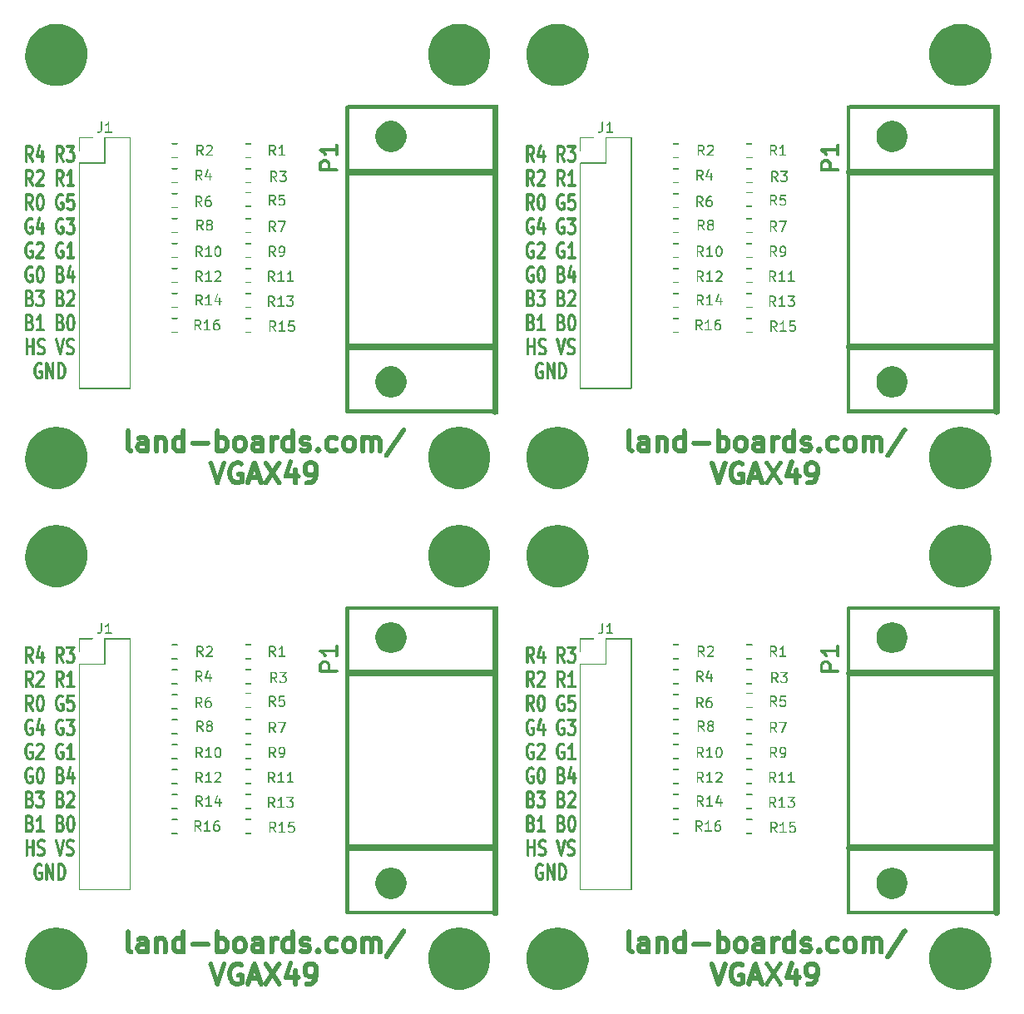
<source format=gto>
%MOIN*%
%OFA0B0*%
%FSLAX36Y36*%
%IPPOS*%
%LPD*%
G36*
X000062726Y001339768D02*
G01*
X000064464Y001340042D01*
X000066033Y001340841D01*
X000067277Y001342086D01*
X000068076Y001343655D01*
X000068352Y001345392D01*
X000068076Y001347130D01*
X000067277Y001348699D01*
X000052278Y001377270D01*
X000051033Y001378514D01*
X000049465Y001379313D01*
X000047727Y001379588D01*
X000045988Y001379313D01*
X000044420Y001378514D01*
X000043175Y001377270D01*
X000042377Y001375701D01*
X000042101Y001373964D01*
X000042377Y001372226D01*
X000043175Y001370657D01*
X000058176Y001342086D01*
X000059421Y001340841D01*
X000060989Y001340042D01*
X000062726Y001339768D01*
G37*
G36*
X000037012Y001339768D02*
G01*
X000038751Y001340042D01*
X000040319Y001340841D01*
X000041563Y001342086D01*
X000042362Y001343655D01*
X000042637Y001345392D01*
X000042637Y001405392D01*
X000042362Y001407130D01*
X000041563Y001408698D01*
X000040319Y001409943D01*
X000038751Y001410742D01*
X000037012Y001411017D01*
X000035274Y001410742D01*
X000033706Y001409943D01*
X000032460Y001408698D01*
X000031662Y001407130D01*
X000031387Y001405392D01*
X000031387Y001345392D01*
X000031662Y001343655D01*
X000032460Y001342086D01*
X000033706Y001340841D01*
X000035274Y001340042D01*
X000037012Y001339768D01*
G37*
G36*
X000054156Y001399767D02*
G01*
X000055892Y001400042D01*
X000057462Y001400841D01*
X000058706Y001402086D01*
X000059505Y001403654D01*
X000059780Y001405392D01*
X000059505Y001407130D01*
X000058706Y001408698D01*
X000057462Y001409943D01*
X000055892Y001410742D01*
X000054156Y001411017D01*
X000037012Y001411017D01*
X000035274Y001410742D01*
X000033706Y001409943D01*
X000032460Y001408698D01*
X000031662Y001407130D01*
X000031387Y001405392D01*
X000031662Y001403654D01*
X000032460Y001402086D01*
X000033706Y001400841D01*
X000035274Y001400042D01*
X000037012Y001399767D01*
X000054156Y001399767D01*
G37*
G36*
X000058441Y001396909D02*
G01*
X000060179Y001397185D01*
X000061747Y001397984D01*
X000062991Y001399229D01*
X000063791Y001400797D01*
X000064066Y001402535D01*
X000063791Y001404273D01*
X000062991Y001405842D01*
X000061747Y001407085D01*
X000057462Y001409943D01*
X000055892Y001410742D01*
X000054156Y001411017D01*
X000052416Y001410742D01*
X000050849Y001409943D01*
X000049605Y001408698D01*
X000048805Y001407130D01*
X000048530Y001405392D01*
X000048805Y001403654D01*
X000049605Y001402086D01*
X000050849Y001400841D01*
X000055135Y001397984D01*
X000056703Y001397185D01*
X000058441Y001396909D01*
G37*
G36*
X000060584Y001394053D02*
G01*
X000062322Y001394328D01*
X000063890Y001395127D01*
X000065134Y001396372D01*
X000065934Y001397939D01*
X000066209Y001399677D01*
X000065934Y001401415D01*
X000065134Y001402984D01*
X000062991Y001405842D01*
X000061747Y001407085D01*
X000060179Y001407884D01*
X000058441Y001408160D01*
X000056703Y001407884D01*
X000055135Y001407085D01*
X000053890Y001405842D01*
X000053090Y001404273D01*
X000052816Y001402535D01*
X000053090Y001400797D01*
X000053890Y001399229D01*
X000056033Y001396372D01*
X000057278Y001395127D01*
X000058846Y001394328D01*
X000060584Y001394053D01*
G37*
G36*
X000062726Y001388338D02*
G01*
X000064464Y001388614D01*
X000066033Y001389413D01*
X000067277Y001390657D01*
X000068076Y001392225D01*
X000068352Y001393963D01*
X000068076Y001395702D01*
X000065934Y001401415D01*
X000065134Y001402984D01*
X000063890Y001404229D01*
X000062322Y001405028D01*
X000060584Y001405303D01*
X000058846Y001405028D01*
X000057278Y001404229D01*
X000056033Y001402984D01*
X000055234Y001401415D01*
X000054959Y001399677D01*
X000055234Y001397939D01*
X000057377Y001392225D01*
X000058176Y001390657D01*
X000059421Y001389413D01*
X000060989Y001388614D01*
X000062726Y001388338D01*
G37*
G36*
X000062726Y001379767D02*
G01*
X000064464Y001380042D01*
X000066033Y001380841D01*
X000067277Y001382086D01*
X000068076Y001383654D01*
X000068352Y001385392D01*
X000068352Y001393963D01*
X000068076Y001395702D01*
X000067277Y001397270D01*
X000066033Y001398515D01*
X000064464Y001399313D01*
X000062726Y001399588D01*
X000060989Y001399313D01*
X000059421Y001398515D01*
X000058176Y001397270D01*
X000057377Y001395702D01*
X000057102Y001393963D01*
X000057102Y001385392D01*
X000057377Y001383654D01*
X000058176Y001382086D01*
X000059421Y001380841D01*
X000060989Y001380042D01*
X000062726Y001379767D01*
G37*
G36*
X000060584Y001374053D02*
G01*
X000062322Y001374328D01*
X000063890Y001375127D01*
X000065134Y001376371D01*
X000065934Y001377940D01*
X000068076Y001383654D01*
X000068352Y001385392D01*
X000068076Y001387131D01*
X000067277Y001388698D01*
X000066033Y001389943D01*
X000064464Y001390742D01*
X000062726Y001391017D01*
X000060989Y001390742D01*
X000059421Y001389943D01*
X000058176Y001388698D01*
X000057377Y001387131D01*
X000055234Y001381416D01*
X000054959Y001379677D01*
X000055234Y001377940D01*
X000056033Y001376371D01*
X000057278Y001375127D01*
X000058846Y001374328D01*
X000060584Y001374053D01*
G37*
G36*
X000058441Y001371195D02*
G01*
X000060179Y001371471D01*
X000061747Y001372270D01*
X000062991Y001373514D01*
X000065134Y001376371D01*
X000065934Y001377940D01*
X000066209Y001379677D01*
X000065934Y001381416D01*
X000065134Y001382984D01*
X000063890Y001384228D01*
X000062322Y001385027D01*
X000060584Y001385303D01*
X000058846Y001385027D01*
X000057278Y001384228D01*
X000056033Y001382984D01*
X000053890Y001380127D01*
X000053090Y001378558D01*
X000052816Y001376820D01*
X000053090Y001375082D01*
X000053890Y001373514D01*
X000055135Y001372270D01*
X000056703Y001371471D01*
X000058441Y001371195D01*
G37*
G36*
X000054156Y001368339D02*
G01*
X000055892Y001368614D01*
X000057462Y001369412D01*
X000061747Y001372270D01*
X000062991Y001373514D01*
X000063791Y001375082D01*
X000064066Y001376820D01*
X000063791Y001378558D01*
X000062991Y001380127D01*
X000061747Y001381371D01*
X000060179Y001382171D01*
X000058441Y001382446D01*
X000056703Y001382171D01*
X000055135Y001381371D01*
X000050849Y001378514D01*
X000049605Y001377270D01*
X000048805Y001375701D01*
X000048530Y001373964D01*
X000048805Y001372226D01*
X000049605Y001370657D01*
X000050849Y001369412D01*
X000052416Y001368614D01*
X000054156Y001368339D01*
G37*
G36*
X000054156Y001368339D02*
G01*
X000055892Y001368614D01*
X000057462Y001369412D01*
X000058706Y001370657D01*
X000059505Y001372226D01*
X000059780Y001373964D01*
X000059505Y001375701D01*
X000058706Y001377270D01*
X000057462Y001378514D01*
X000055892Y001379313D01*
X000054156Y001379588D01*
X000037012Y001379588D01*
X000035274Y001379313D01*
X000033706Y001378514D01*
X000032460Y001377270D01*
X000031662Y001375701D01*
X000031387Y001373964D01*
X000031662Y001372226D01*
X000032460Y001370657D01*
X000033706Y001369412D01*
X000035274Y001368614D01*
X000037012Y001368339D01*
X000054156Y001368339D01*
G37*
G36*
X000101298Y001339768D02*
G01*
X000103037Y001340042D01*
X000104604Y001340841D01*
X000105849Y001342086D01*
X000106648Y001343655D01*
X000106923Y001345392D01*
X000106923Y001385392D01*
X000106648Y001387131D01*
X000105849Y001388698D01*
X000104604Y001389943D01*
X000103037Y001390742D01*
X000101298Y001391017D01*
X000099560Y001390742D01*
X000097992Y001389943D01*
X000096747Y001388698D01*
X000095948Y001387131D01*
X000095673Y001385392D01*
X000095673Y001345392D01*
X000095948Y001343655D01*
X000096747Y001342086D01*
X000097992Y001340841D01*
X000099560Y001340042D01*
X000101298Y001339768D01*
G37*
G36*
X000079870Y001359766D02*
G01*
X000081608Y001360042D01*
X000083176Y001360842D01*
X000084420Y001362086D01*
X000085219Y001363654D01*
X000095934Y001406511D01*
X000096209Y001408248D01*
X000095934Y001409988D01*
X000095135Y001411555D01*
X000093890Y001412800D01*
X000092322Y001413599D01*
X000090584Y001413874D01*
X000088845Y001413599D01*
X000087278Y001412800D01*
X000086033Y001411555D01*
X000085234Y001409988D01*
X000074520Y001367130D01*
X000074244Y001365392D01*
X000074520Y001363654D01*
X000075319Y001362086D01*
X000076563Y001360842D01*
X000078132Y001360042D01*
X000079870Y001359766D01*
G37*
G36*
X000107727Y001359766D02*
G01*
X000109465Y001360042D01*
X000111033Y001360842D01*
X000112277Y001362086D01*
X000113076Y001363654D01*
X000113352Y001365392D01*
X000113076Y001367130D01*
X000112277Y001368699D01*
X000111033Y001369944D01*
X000109465Y001370742D01*
X000107727Y001371017D01*
X000079870Y001371017D01*
X000078132Y001370742D01*
X000076563Y001369944D01*
X000075319Y001368699D01*
X000074520Y001367130D01*
X000074244Y001365392D01*
X000074520Y001363654D01*
X000075319Y001362086D01*
X000076563Y001360842D01*
X000078132Y001360042D01*
X000079870Y001359766D01*
X000107727Y001359766D01*
G37*
G36*
X000184870Y001339768D02*
G01*
X000186607Y001340042D01*
X000188176Y001340841D01*
X000189421Y001342086D01*
X000190219Y001343655D01*
X000190495Y001345392D01*
X000190219Y001347130D01*
X000189421Y001348699D01*
X000174420Y001377270D01*
X000173176Y001378514D01*
X000171608Y001379313D01*
X000169869Y001379588D01*
X000168132Y001379313D01*
X000166563Y001378514D01*
X000165319Y001377270D01*
X000164520Y001375701D01*
X000164245Y001373964D01*
X000164520Y001372226D01*
X000165319Y001370657D01*
X000180319Y001342086D01*
X000181563Y001340841D01*
X000183131Y001340042D01*
X000184870Y001339768D01*
G37*
G36*
X000159156Y001339768D02*
G01*
X000160894Y001340042D01*
X000162461Y001340841D01*
X000163706Y001342086D01*
X000164505Y001343655D01*
X000164780Y001345392D01*
X000164780Y001405392D01*
X000164505Y001407130D01*
X000163706Y001408698D01*
X000162461Y001409943D01*
X000160894Y001410742D01*
X000159156Y001411017D01*
X000157417Y001410742D01*
X000155849Y001409943D01*
X000154605Y001408698D01*
X000153806Y001407130D01*
X000153530Y001405392D01*
X000153530Y001345392D01*
X000153806Y001343655D01*
X000154605Y001342086D01*
X000155849Y001340841D01*
X000157417Y001340042D01*
X000159156Y001339768D01*
G37*
G36*
X000176298Y001399767D02*
G01*
X000178037Y001400042D01*
X000179604Y001400841D01*
X000180849Y001402086D01*
X000181648Y001403654D01*
X000181923Y001405392D01*
X000181648Y001407130D01*
X000180849Y001408698D01*
X000179604Y001409943D01*
X000178037Y001410742D01*
X000176298Y001411017D01*
X000159156Y001411017D01*
X000157417Y001410742D01*
X000155849Y001409943D01*
X000154605Y001408698D01*
X000153806Y001407130D01*
X000153530Y001405392D01*
X000153806Y001403654D01*
X000154605Y001402086D01*
X000155849Y001400841D01*
X000157417Y001400042D01*
X000159156Y001399767D01*
X000176298Y001399767D01*
G37*
G36*
X000180584Y001396909D02*
G01*
X000182322Y001397185D01*
X000183890Y001397984D01*
X000185135Y001399229D01*
X000185933Y001400797D01*
X000186209Y001402535D01*
X000185933Y001404273D01*
X000185135Y001405842D01*
X000183890Y001407085D01*
X000179604Y001409943D01*
X000178037Y001410742D01*
X000176298Y001411017D01*
X000174560Y001410742D01*
X000172992Y001409943D01*
X000171747Y001408698D01*
X000170948Y001407130D01*
X000170673Y001405392D01*
X000170948Y001403654D01*
X000171747Y001402086D01*
X000172992Y001400841D01*
X000177277Y001397984D01*
X000178845Y001397185D01*
X000180584Y001396909D01*
G37*
G36*
X000182726Y001394053D02*
G01*
X000184465Y001394328D01*
X000186033Y001395127D01*
X000187278Y001396372D01*
X000188076Y001397939D01*
X000188352Y001399677D01*
X000188076Y001401415D01*
X000187278Y001402984D01*
X000185135Y001405842D01*
X000183890Y001407085D01*
X000182322Y001407884D01*
X000180584Y001408160D01*
X000178845Y001407884D01*
X000177277Y001407085D01*
X000176033Y001405842D01*
X000175234Y001404273D01*
X000174959Y001402535D01*
X000175234Y001400797D01*
X000176033Y001399229D01*
X000178176Y001396372D01*
X000179420Y001395127D01*
X000180988Y001394328D01*
X000182726Y001394053D01*
G37*
G36*
X000184870Y001388338D02*
G01*
X000186607Y001388614D01*
X000188176Y001389413D01*
X000189421Y001390657D01*
X000190219Y001392225D01*
X000190495Y001393963D01*
X000190219Y001395702D01*
X000188076Y001401415D01*
X000187278Y001402984D01*
X000186033Y001404229D01*
X000184465Y001405028D01*
X000182726Y001405303D01*
X000180988Y001405028D01*
X000179420Y001404229D01*
X000178176Y001402984D01*
X000177376Y001401415D01*
X000177102Y001399677D01*
X000177376Y001397939D01*
X000179520Y001392225D01*
X000180319Y001390657D01*
X000181563Y001389413D01*
X000183131Y001388614D01*
X000184870Y001388338D01*
G37*
G36*
X000184870Y001379767D02*
G01*
X000186607Y001380042D01*
X000188176Y001380841D01*
X000189421Y001382086D01*
X000190219Y001383654D01*
X000190495Y001385392D01*
X000190495Y001393963D01*
X000190219Y001395702D01*
X000189421Y001397270D01*
X000188176Y001398515D01*
X000186607Y001399313D01*
X000184870Y001399588D01*
X000183131Y001399313D01*
X000181563Y001398515D01*
X000180319Y001397270D01*
X000179520Y001395702D01*
X000179243Y001393963D01*
X000179243Y001385392D01*
X000179520Y001383654D01*
X000180319Y001382086D01*
X000181563Y001380841D01*
X000183131Y001380042D01*
X000184870Y001379767D01*
G37*
G36*
X000182726Y001374053D02*
G01*
X000184465Y001374328D01*
X000186033Y001375127D01*
X000187278Y001376371D01*
X000188076Y001377940D01*
X000190219Y001383654D01*
X000190495Y001385392D01*
X000190219Y001387131D01*
X000189421Y001388698D01*
X000188176Y001389943D01*
X000186607Y001390742D01*
X000184870Y001391017D01*
X000183131Y001390742D01*
X000181563Y001389943D01*
X000180319Y001388698D01*
X000179520Y001387131D01*
X000177376Y001381416D01*
X000177102Y001379677D01*
X000177376Y001377940D01*
X000178176Y001376371D01*
X000179420Y001375127D01*
X000180988Y001374328D01*
X000182726Y001374053D01*
G37*
G36*
X000180584Y001371195D02*
G01*
X000182322Y001371471D01*
X000183890Y001372270D01*
X000185135Y001373514D01*
X000187278Y001376371D01*
X000188076Y001377940D01*
X000188352Y001379677D01*
X000188076Y001381416D01*
X000187278Y001382984D01*
X000186033Y001384228D01*
X000184465Y001385027D01*
X000182726Y001385303D01*
X000180988Y001385027D01*
X000179420Y001384228D01*
X000178176Y001382984D01*
X000176033Y001380127D01*
X000175234Y001378558D01*
X000174959Y001376820D01*
X000175234Y001375082D01*
X000176033Y001373514D01*
X000177277Y001372270D01*
X000178845Y001371471D01*
X000180584Y001371195D01*
G37*
G36*
X000176298Y001368339D02*
G01*
X000178037Y001368614D01*
X000179604Y001369412D01*
X000183890Y001372270D01*
X000185135Y001373514D01*
X000185933Y001375082D01*
X000186209Y001376820D01*
X000185933Y001378558D01*
X000185135Y001380127D01*
X000183890Y001381371D01*
X000182322Y001382171D01*
X000180584Y001382446D01*
X000178845Y001382171D01*
X000177277Y001381371D01*
X000172992Y001378514D01*
X000171747Y001377270D01*
X000170948Y001375701D01*
X000170673Y001373964D01*
X000170948Y001372226D01*
X000171747Y001370657D01*
X000172992Y001369412D01*
X000174560Y001368614D01*
X000176298Y001368339D01*
G37*
G36*
X000176298Y001368339D02*
G01*
X000178037Y001368614D01*
X000179604Y001369412D01*
X000180849Y001370657D01*
X000181648Y001372226D01*
X000181923Y001373964D01*
X000181648Y001375701D01*
X000180849Y001377270D01*
X000179604Y001378514D01*
X000178037Y001379313D01*
X000176298Y001379588D01*
X000159156Y001379588D01*
X000157417Y001379313D01*
X000155849Y001378514D01*
X000154605Y001377270D01*
X000153806Y001375701D01*
X000153530Y001373964D01*
X000153806Y001372226D01*
X000154605Y001370657D01*
X000155849Y001369412D01*
X000157417Y001368614D01*
X000159156Y001368339D01*
X000176298Y001368339D01*
G37*
G36*
X000227726Y001399767D02*
G01*
X000229465Y001400042D01*
X000231033Y001400841D01*
X000232277Y001402086D01*
X000233076Y001403654D01*
X000233352Y001405392D01*
X000233076Y001407130D01*
X000232277Y001408698D01*
X000231033Y001409943D01*
X000229465Y001410742D01*
X000227726Y001411017D01*
X000199869Y001411017D01*
X000198132Y001410742D01*
X000196563Y001409943D01*
X000195319Y001408698D01*
X000194520Y001407130D01*
X000194245Y001405392D01*
X000194520Y001403654D01*
X000195319Y001402086D01*
X000196563Y001400841D01*
X000198132Y001400042D01*
X000199869Y001399767D01*
X000227726Y001399767D01*
G37*
G36*
X000212727Y001376910D02*
G01*
X000214465Y001377185D01*
X000216033Y001377984D01*
X000217278Y001379229D01*
X000232277Y001402086D01*
X000233076Y001403654D01*
X000233352Y001405392D01*
X000233076Y001407130D01*
X000232277Y001408698D01*
X000231033Y001409943D01*
X000229465Y001410742D01*
X000227726Y001411017D01*
X000225988Y001410742D01*
X000224421Y001409943D01*
X000223176Y001408698D01*
X000208176Y001385841D01*
X000207377Y001384273D01*
X000207102Y001382535D01*
X000207377Y001380796D01*
X000208176Y001379229D01*
X000209419Y001377984D01*
X000210988Y001377185D01*
X000212727Y001376910D01*
G37*
G36*
X000219156Y001376910D02*
G01*
X000220892Y001377185D01*
X000222461Y001377984D01*
X000223706Y001379229D01*
X000224505Y001380796D01*
X000224779Y001382535D01*
X000224505Y001384273D01*
X000223706Y001385841D01*
X000222461Y001387085D01*
X000220892Y001387884D01*
X000219156Y001388160D01*
X000212727Y001388160D01*
X000210988Y001387884D01*
X000209419Y001387085D01*
X000208176Y001385841D01*
X000207377Y001384273D01*
X000207102Y001382535D01*
X000207377Y001380796D01*
X000208176Y001379229D01*
X000209419Y001377984D01*
X000210988Y001377185D01*
X000212727Y001376910D01*
X000219156Y001376910D01*
G37*
G36*
X000223440Y001374053D02*
G01*
X000225179Y001374328D01*
X000226747Y001375127D01*
X000227990Y001376371D01*
X000228790Y001377940D01*
X000229066Y001379677D01*
X000228790Y001381416D01*
X000227990Y001382984D01*
X000226747Y001384228D01*
X000222461Y001387085D01*
X000220892Y001387884D01*
X000219156Y001388160D01*
X000217417Y001387884D01*
X000215849Y001387085D01*
X000214605Y001385841D01*
X000213806Y001384273D01*
X000213530Y001382535D01*
X000213806Y001380796D01*
X000214605Y001379229D01*
X000215849Y001377984D01*
X000220135Y001375127D01*
X000221703Y001374328D01*
X000223440Y001374053D01*
G37*
G36*
X000225584Y001371195D02*
G01*
X000227321Y001371471D01*
X000228890Y001372270D01*
X000230134Y001373514D01*
X000230934Y001375082D01*
X000231209Y001376820D01*
X000230934Y001378558D01*
X000230134Y001380127D01*
X000227990Y001382984D01*
X000226747Y001384228D01*
X000225179Y001385027D01*
X000223440Y001385303D01*
X000221703Y001385027D01*
X000220135Y001384228D01*
X000218890Y001382984D01*
X000218091Y001381416D01*
X000217816Y001379677D01*
X000218091Y001377940D01*
X000218890Y001376371D01*
X000221033Y001373514D01*
X000222278Y001372270D01*
X000223846Y001371471D01*
X000225584Y001371195D01*
G37*
G36*
X000227726Y001365481D02*
G01*
X000229465Y001365757D01*
X000231033Y001366556D01*
X000232277Y001367801D01*
X000233076Y001369368D01*
X000233352Y001371105D01*
X000233076Y001372845D01*
X000230934Y001378558D01*
X000230134Y001380127D01*
X000228890Y001381371D01*
X000227321Y001382171D01*
X000225584Y001382446D01*
X000223846Y001382171D01*
X000222278Y001381371D01*
X000221033Y001380127D01*
X000220234Y001378558D01*
X000219959Y001376820D01*
X000220234Y001375082D01*
X000222377Y001369368D01*
X000223176Y001367801D01*
X000224421Y001366556D01*
X000225988Y001365757D01*
X000227726Y001365481D01*
G37*
G36*
X000227726Y001351196D02*
G01*
X000229465Y001351471D01*
X000231033Y001352270D01*
X000232277Y001353514D01*
X000233076Y001355083D01*
X000233352Y001356820D01*
X000233352Y001371105D01*
X000233076Y001372845D01*
X000232277Y001374412D01*
X000231033Y001375657D01*
X000229465Y001376457D01*
X000227726Y001376731D01*
X000225988Y001376457D01*
X000224421Y001375657D01*
X000223176Y001374412D01*
X000222377Y001372845D01*
X000222102Y001371105D01*
X000222102Y001356820D01*
X000222377Y001355083D01*
X000223176Y001353514D01*
X000224421Y001352270D01*
X000225988Y001351471D01*
X000227726Y001351196D01*
G37*
G36*
X000225584Y001345482D02*
G01*
X000227321Y001345757D01*
X000228890Y001346556D01*
X000230134Y001347800D01*
X000230934Y001349369D01*
X000233076Y001355083D01*
X000233352Y001356820D01*
X000233076Y001358558D01*
X000232277Y001360127D01*
X000231033Y001361371D01*
X000229465Y001362170D01*
X000227726Y001362445D01*
X000225988Y001362170D01*
X000224421Y001361371D01*
X000223176Y001360127D01*
X000222377Y001358558D01*
X000220234Y001352843D01*
X000219959Y001351106D01*
X000220234Y001349369D01*
X000221033Y001347800D01*
X000222278Y001346556D01*
X000223846Y001345757D01*
X000225584Y001345482D01*
G37*
G36*
X000223440Y001342624D02*
G01*
X000225179Y001342899D01*
X000226747Y001343699D01*
X000227990Y001344944D01*
X000230134Y001347800D01*
X000230934Y001349369D01*
X000231209Y001351106D01*
X000230934Y001352843D01*
X000230134Y001354413D01*
X000228890Y001355657D01*
X000227321Y001356456D01*
X000225584Y001356731D01*
X000223846Y001356456D01*
X000222278Y001355657D01*
X000221033Y001354413D01*
X000218890Y001351554D01*
X000218091Y001349988D01*
X000217816Y001348248D01*
X000218091Y001346511D01*
X000218890Y001344944D01*
X000220135Y001343699D01*
X000221703Y001342899D01*
X000223440Y001342624D01*
G37*
G36*
X000219156Y001339768D02*
G01*
X000220892Y001340042D01*
X000222461Y001340841D01*
X000226747Y001343699D01*
X000227990Y001344944D01*
X000228790Y001346511D01*
X000229066Y001348248D01*
X000228790Y001349988D01*
X000227990Y001351554D01*
X000226747Y001352800D01*
X000225179Y001353599D01*
X000223440Y001353874D01*
X000221703Y001353599D01*
X000220135Y001352800D01*
X000215849Y001349943D01*
X000214605Y001348699D01*
X000213806Y001347130D01*
X000213530Y001345392D01*
X000213806Y001343655D01*
X000214605Y001342086D01*
X000215849Y001340841D01*
X000217417Y001340042D01*
X000219156Y001339768D01*
G37*
G36*
X000219156Y001339768D02*
G01*
X000220892Y001340042D01*
X000222461Y001340841D01*
X000223706Y001342086D01*
X000224505Y001343655D01*
X000224779Y001345392D01*
X000224505Y001347130D01*
X000223706Y001348699D01*
X000222461Y001349943D01*
X000220892Y001350742D01*
X000219156Y001351017D01*
X000206298Y001351017D01*
X000204559Y001350742D01*
X000202992Y001349943D01*
X000201747Y001348699D01*
X000200948Y001347130D01*
X000200673Y001345392D01*
X000200948Y001343655D01*
X000201747Y001342086D01*
X000202992Y001340841D01*
X000204559Y001340042D01*
X000206298Y001339768D01*
X000219156Y001339768D01*
G37*
G36*
X000206298Y001339768D02*
G01*
X000208036Y001340042D01*
X000209604Y001340841D01*
X000210849Y001342086D01*
X000211648Y001343655D01*
X000211923Y001345392D01*
X000211648Y001347130D01*
X000210849Y001348699D01*
X000209604Y001349943D01*
X000205319Y001352800D01*
X000203751Y001353599D01*
X000202011Y001353874D01*
X000200274Y001353599D01*
X000198706Y001352800D01*
X000197461Y001351554D01*
X000196661Y001349988D01*
X000196387Y001348248D01*
X000196661Y001346511D01*
X000197461Y001344944D01*
X000198706Y001343699D01*
X000202992Y001340841D01*
X000204559Y001340042D01*
X000206298Y001339768D01*
G37*
G36*
X000202011Y001342624D02*
G01*
X000203751Y001342899D01*
X000205319Y001343699D01*
X000206563Y001344944D01*
X000207361Y001346511D01*
X000207637Y001348248D01*
X000207361Y001349988D01*
X000206563Y001351554D01*
X000204420Y001354413D01*
X000203176Y001355657D01*
X000201608Y001356456D01*
X000199869Y001356731D01*
X000198132Y001356456D01*
X000196563Y001355657D01*
X000195319Y001354413D01*
X000194520Y001352843D01*
X000194245Y001351106D01*
X000194520Y001349369D01*
X000195319Y001347800D01*
X000197461Y001344944D01*
X000198706Y001343699D01*
X000200274Y001342899D01*
X000202011Y001342624D01*
G37*
G36*
X000062726Y001243168D02*
G01*
X000064464Y001243442D01*
X000066033Y001244241D01*
X000067277Y001245486D01*
X000068076Y001247055D01*
X000068352Y001248792D01*
X000068076Y001250530D01*
X000067277Y001252099D01*
X000052278Y001280670D01*
X000051033Y001281914D01*
X000049465Y001282713D01*
X000047727Y001282988D01*
X000045988Y001282713D01*
X000044420Y001281914D01*
X000043175Y001280670D01*
X000042377Y001279101D01*
X000042101Y001277364D01*
X000042377Y001275626D01*
X000043175Y001274057D01*
X000058176Y001245486D01*
X000059421Y001244241D01*
X000060989Y001243442D01*
X000062726Y001243168D01*
G37*
G36*
X000037012Y001243168D02*
G01*
X000038751Y001243442D01*
X000040319Y001244241D01*
X000041563Y001245486D01*
X000042362Y001247055D01*
X000042637Y001248792D01*
X000042637Y001308793D01*
X000042362Y001310530D01*
X000041563Y001312098D01*
X000040319Y001313343D01*
X000038751Y001314142D01*
X000037012Y001314417D01*
X000035274Y001314142D01*
X000033706Y001313343D01*
X000032460Y001312098D01*
X000031662Y001310530D01*
X000031387Y001308793D01*
X000031387Y001248792D01*
X000031662Y001247055D01*
X000032460Y001245486D01*
X000033706Y001244241D01*
X000035274Y001243442D01*
X000037012Y001243168D01*
G37*
G36*
X000054156Y001303167D02*
G01*
X000055892Y001303442D01*
X000057462Y001304241D01*
X000058706Y001305486D01*
X000059505Y001307054D01*
X000059780Y001308793D01*
X000059505Y001310530D01*
X000058706Y001312098D01*
X000057462Y001313343D01*
X000055892Y001314142D01*
X000054156Y001314417D01*
X000037012Y001314417D01*
X000035274Y001314142D01*
X000033706Y001313343D01*
X000032460Y001312098D01*
X000031662Y001310530D01*
X000031387Y001308793D01*
X000031662Y001307054D01*
X000032460Y001305486D01*
X000033706Y001304241D01*
X000035274Y001303442D01*
X000037012Y001303167D01*
X000054156Y001303167D01*
G37*
G36*
X000058441Y001300309D02*
G01*
X000060179Y001300585D01*
X000061747Y001301384D01*
X000062991Y001302629D01*
X000063791Y001304197D01*
X000064066Y001305935D01*
X000063791Y001307673D01*
X000062991Y001309242D01*
X000061747Y001310485D01*
X000057462Y001313343D01*
X000055892Y001314142D01*
X000054156Y001314417D01*
X000052416Y001314142D01*
X000050849Y001313343D01*
X000049605Y001312098D01*
X000048805Y001310530D01*
X000048530Y001308793D01*
X000048805Y001307054D01*
X000049605Y001305486D01*
X000050849Y001304241D01*
X000055135Y001301384D01*
X000056703Y001300585D01*
X000058441Y001300309D01*
G37*
G36*
X000060584Y001297453D02*
G01*
X000062322Y001297728D01*
X000063890Y001298527D01*
X000065134Y001299772D01*
X000065934Y001301339D01*
X000066209Y001303077D01*
X000065934Y001304815D01*
X000065134Y001306384D01*
X000062991Y001309242D01*
X000061747Y001310485D01*
X000060179Y001311284D01*
X000058441Y001311560D01*
X000056703Y001311284D01*
X000055135Y001310485D01*
X000053890Y001309242D01*
X000053090Y001307673D01*
X000052816Y001305935D01*
X000053090Y001304197D01*
X000053890Y001302629D01*
X000056033Y001299772D01*
X000057278Y001298527D01*
X000058846Y001297728D01*
X000060584Y001297453D01*
G37*
G36*
X000062726Y001291738D02*
G01*
X000064464Y001292014D01*
X000066033Y001292813D01*
X000067277Y001294057D01*
X000068076Y001295625D01*
X000068352Y001297363D01*
X000068076Y001299102D01*
X000065934Y001304815D01*
X000065134Y001306384D01*
X000063890Y001307629D01*
X000062322Y001308428D01*
X000060584Y001308703D01*
X000058846Y001308428D01*
X000057278Y001307629D01*
X000056033Y001306384D01*
X000055234Y001304815D01*
X000054959Y001303077D01*
X000055234Y001301339D01*
X000057377Y001295625D01*
X000058176Y001294057D01*
X000059421Y001292813D01*
X000060989Y001292014D01*
X000062726Y001291738D01*
G37*
G36*
X000062726Y001283167D02*
G01*
X000064464Y001283442D01*
X000066033Y001284241D01*
X000067277Y001285486D01*
X000068076Y001287054D01*
X000068352Y001288792D01*
X000068352Y001297363D01*
X000068076Y001299102D01*
X000067277Y001300670D01*
X000066033Y001301915D01*
X000064464Y001302713D01*
X000062726Y001302988D01*
X000060989Y001302713D01*
X000059421Y001301915D01*
X000058176Y001300670D01*
X000057377Y001299102D01*
X000057102Y001297363D01*
X000057102Y001288792D01*
X000057377Y001287054D01*
X000058176Y001285486D01*
X000059421Y001284241D01*
X000060989Y001283442D01*
X000062726Y001283167D01*
G37*
G36*
X000060584Y001277453D02*
G01*
X000062322Y001277728D01*
X000063890Y001278527D01*
X000065134Y001279771D01*
X000065934Y001281340D01*
X000068076Y001287054D01*
X000068352Y001288792D01*
X000068076Y001290531D01*
X000067277Y001292098D01*
X000066033Y001293343D01*
X000064464Y001294142D01*
X000062726Y001294417D01*
X000060989Y001294142D01*
X000059421Y001293343D01*
X000058176Y001292098D01*
X000057377Y001290531D01*
X000055234Y001284816D01*
X000054959Y001283077D01*
X000055234Y001281340D01*
X000056033Y001279771D01*
X000057278Y001278527D01*
X000058846Y001277728D01*
X000060584Y001277453D01*
G37*
G36*
X000058441Y001274594D02*
G01*
X000060179Y001274871D01*
X000061747Y001275670D01*
X000062991Y001276914D01*
X000065134Y001279771D01*
X000065934Y001281340D01*
X000066209Y001283077D01*
X000065934Y001284816D01*
X000065134Y001286384D01*
X000063890Y001287627D01*
X000062322Y001288427D01*
X000060584Y001288702D01*
X000058846Y001288427D01*
X000057278Y001287627D01*
X000056033Y001286384D01*
X000053890Y001283527D01*
X000053090Y001281959D01*
X000052816Y001280220D01*
X000053090Y001278482D01*
X000053890Y001276914D01*
X000055135Y001275670D01*
X000056703Y001274871D01*
X000058441Y001274594D01*
G37*
G36*
X000054156Y001271739D02*
G01*
X000055892Y001272014D01*
X000057462Y001272812D01*
X000061747Y001275670D01*
X000062991Y001276914D01*
X000063791Y001278482D01*
X000064066Y001280220D01*
X000063791Y001281959D01*
X000062991Y001283527D01*
X000061747Y001284771D01*
X000060179Y001285571D01*
X000058441Y001285846D01*
X000056703Y001285571D01*
X000055135Y001284771D01*
X000050849Y001281914D01*
X000049605Y001280670D01*
X000048805Y001279101D01*
X000048530Y001277364D01*
X000048805Y001275626D01*
X000049605Y001274057D01*
X000050849Y001272812D01*
X000052416Y001272014D01*
X000054156Y001271739D01*
G37*
G36*
X000054156Y001271739D02*
G01*
X000055892Y001272014D01*
X000057462Y001272812D01*
X000058706Y001274057D01*
X000059505Y001275626D01*
X000059780Y001277364D01*
X000059505Y001279101D01*
X000058706Y001280670D01*
X000057462Y001281914D01*
X000055892Y001282713D01*
X000054156Y001282988D01*
X000037012Y001282988D01*
X000035274Y001282713D01*
X000033706Y001281914D01*
X000032460Y001280670D01*
X000031662Y001279101D01*
X000031387Y001277364D01*
X000031662Y001275626D01*
X000032460Y001274057D01*
X000033706Y001272812D01*
X000035274Y001272014D01*
X000037012Y001271739D01*
X000054156Y001271739D01*
G37*
G36*
X000079870Y001297453D02*
G01*
X000081608Y001297728D01*
X000083176Y001298527D01*
X000084420Y001299772D01*
X000086563Y001302629D01*
X000087362Y001304197D01*
X000087637Y001305935D01*
X000087362Y001307673D01*
X000086563Y001309242D01*
X000085319Y001310485D01*
X000083750Y001311284D01*
X000082013Y001311560D01*
X000080273Y001311284D01*
X000078706Y001310485D01*
X000077462Y001309242D01*
X000075319Y001306384D01*
X000074520Y001304815D01*
X000074244Y001303077D01*
X000074520Y001301339D01*
X000075319Y001299772D01*
X000076563Y001298527D01*
X000078132Y001297728D01*
X000079870Y001297453D01*
G37*
G36*
X000082013Y001300309D02*
G01*
X000083750Y001300585D01*
X000085319Y001301384D01*
X000089604Y001304241D01*
X000090848Y001305486D01*
X000091648Y001307054D01*
X000091923Y001308793D01*
X000091648Y001310530D01*
X000090848Y001312098D01*
X000089604Y001313343D01*
X000088036Y001314142D01*
X000086298Y001314417D01*
X000084560Y001314142D01*
X000082992Y001313343D01*
X000078706Y001310485D01*
X000077462Y001309242D01*
X000076663Y001307673D01*
X000076387Y001305935D01*
X000076663Y001304197D01*
X000077462Y001302629D01*
X000078706Y001301384D01*
X000080273Y001300585D01*
X000082013Y001300309D01*
G37*
G36*
X000097012Y001303167D02*
G01*
X000098751Y001303442D01*
X000100319Y001304241D01*
X000101563Y001305486D01*
X000102362Y001307054D01*
X000102637Y001308793D01*
X000102362Y001310530D01*
X000101563Y001312098D01*
X000100319Y001313343D01*
X000098751Y001314142D01*
X000097012Y001314417D01*
X000086298Y001314417D01*
X000084560Y001314142D01*
X000082992Y001313343D01*
X000081748Y001312098D01*
X000080949Y001310530D01*
X000080673Y001308793D01*
X000080949Y001307054D01*
X000081748Y001305486D01*
X000082992Y001304241D01*
X000084560Y001303442D01*
X000086298Y001303167D01*
X000097012Y001303167D01*
G37*
G36*
X000101298Y001300309D02*
G01*
X000103037Y001300585D01*
X000104604Y001301384D01*
X000105849Y001302629D01*
X000106648Y001304197D01*
X000106923Y001305935D01*
X000106648Y001307673D01*
X000105849Y001309242D01*
X000104604Y001310485D01*
X000100319Y001313343D01*
X000098751Y001314142D01*
X000097012Y001314417D01*
X000095274Y001314142D01*
X000093706Y001313343D01*
X000092462Y001312098D01*
X000091662Y001310530D01*
X000091387Y001308793D01*
X000091662Y001307054D01*
X000092462Y001305486D01*
X000093706Y001304241D01*
X000097992Y001301384D01*
X000099560Y001300585D01*
X000101298Y001300309D01*
G37*
G36*
X000103441Y001297453D02*
G01*
X000105179Y001297728D01*
X000106747Y001298527D01*
X000107991Y001299772D01*
X000108791Y001301339D01*
X000109066Y001303077D01*
X000108791Y001304815D01*
X000107991Y001306384D01*
X000105849Y001309242D01*
X000104604Y001310485D01*
X000103037Y001311284D01*
X000101298Y001311560D01*
X000099560Y001311284D01*
X000097992Y001310485D01*
X000096747Y001309242D01*
X000095948Y001307673D01*
X000095673Y001305935D01*
X000095948Y001304197D01*
X000096747Y001302629D01*
X000098890Y001299772D01*
X000100134Y001298527D01*
X000101703Y001297728D01*
X000103441Y001297453D01*
G37*
G36*
X000105583Y001291738D02*
G01*
X000107322Y001292014D01*
X000108890Y001292813D01*
X000110133Y001294057D01*
X000110933Y001295625D01*
X000111208Y001297363D01*
X000110933Y001299102D01*
X000108791Y001304815D01*
X000107991Y001306384D01*
X000106747Y001307629D01*
X000105179Y001308428D01*
X000103441Y001308703D01*
X000101703Y001308428D01*
X000100134Y001307629D01*
X000098890Y001306384D01*
X000098091Y001304815D01*
X000097816Y001303077D01*
X000098091Y001301339D01*
X000100233Y001295625D01*
X000101033Y001294057D01*
X000102277Y001292813D01*
X000103846Y001292014D01*
X000105583Y001291738D01*
G37*
G36*
X000105583Y001286024D02*
G01*
X000107322Y001286300D01*
X000108890Y001287099D01*
X000110133Y001288343D01*
X000110933Y001289912D01*
X000111208Y001291649D01*
X000111208Y001297363D01*
X000110933Y001299102D01*
X000110133Y001300670D01*
X000108890Y001301915D01*
X000107322Y001302713D01*
X000105583Y001302988D01*
X000103846Y001302713D01*
X000102277Y001301915D01*
X000101033Y001300670D01*
X000100233Y001299102D01*
X000099957Y001297363D01*
X000099957Y001291649D01*
X000100233Y001289912D01*
X000101033Y001288343D01*
X000102277Y001287099D01*
X000103846Y001286300D01*
X000105583Y001286024D01*
G37*
G36*
X000103441Y001277453D02*
G01*
X000105179Y001277728D01*
X000106747Y001278527D01*
X000107991Y001279771D01*
X000108791Y001281340D01*
X000110933Y001289912D01*
X000111208Y001291649D01*
X000110933Y001293386D01*
X000110133Y001294956D01*
X000108890Y001296200D01*
X000107322Y001296999D01*
X000105583Y001297274D01*
X000103846Y001296999D01*
X000102277Y001296200D01*
X000101033Y001294956D01*
X000100233Y001293386D01*
X000098091Y001284816D01*
X000097816Y001283077D01*
X000098091Y001281340D01*
X000098890Y001279771D01*
X000100134Y001278527D01*
X000101703Y001277728D01*
X000103441Y001277453D01*
G37*
G36*
X000077727Y001243168D02*
G01*
X000079465Y001243442D01*
X000081033Y001244241D01*
X000082278Y001245486D01*
X000107991Y001279771D01*
X000108791Y001281340D01*
X000109066Y001283077D01*
X000108791Y001284816D01*
X000107991Y001286384D01*
X000106747Y001287627D01*
X000105179Y001288427D01*
X000103441Y001288702D01*
X000101703Y001288427D01*
X000100134Y001287627D01*
X000098890Y001286384D01*
X000073176Y001252099D01*
X000072377Y001250530D01*
X000072102Y001248792D01*
X000072377Y001247055D01*
X000073176Y001245486D01*
X000074420Y001244241D01*
X000075989Y001243442D01*
X000077727Y001243168D01*
G37*
G36*
X000105583Y001243168D02*
G01*
X000107322Y001243442D01*
X000108890Y001244241D01*
X000110133Y001245486D01*
X000110933Y001247055D01*
X000111208Y001248792D01*
X000110933Y001250530D01*
X000110133Y001252099D01*
X000108890Y001253343D01*
X000107322Y001254142D01*
X000105583Y001254417D01*
X000077727Y001254417D01*
X000075989Y001254142D01*
X000074420Y001253343D01*
X000073176Y001252099D01*
X000072377Y001250530D01*
X000072102Y001248792D01*
X000072377Y001247055D01*
X000073176Y001245486D01*
X000074420Y001244241D01*
X000075989Y001243442D01*
X000077727Y001243168D01*
X000105583Y001243168D01*
G37*
G36*
X000184870Y001243168D02*
G01*
X000186607Y001243442D01*
X000188176Y001244241D01*
X000189421Y001245486D01*
X000190219Y001247055D01*
X000190495Y001248792D01*
X000190219Y001250530D01*
X000189421Y001252099D01*
X000174420Y001280670D01*
X000173176Y001281914D01*
X000171608Y001282713D01*
X000169869Y001282988D01*
X000168132Y001282713D01*
X000166563Y001281914D01*
X000165319Y001280670D01*
X000164520Y001279101D01*
X000164245Y001277364D01*
X000164520Y001275626D01*
X000165319Y001274057D01*
X000180319Y001245486D01*
X000181563Y001244241D01*
X000183131Y001243442D01*
X000184870Y001243168D01*
G37*
G36*
X000159156Y001243168D02*
G01*
X000160894Y001243442D01*
X000162461Y001244241D01*
X000163706Y001245486D01*
X000164505Y001247055D01*
X000164780Y001248792D01*
X000164780Y001308793D01*
X000164505Y001310530D01*
X000163706Y001312098D01*
X000162461Y001313343D01*
X000160894Y001314142D01*
X000159156Y001314417D01*
X000157417Y001314142D01*
X000155849Y001313343D01*
X000154605Y001312098D01*
X000153806Y001310530D01*
X000153530Y001308793D01*
X000153530Y001248792D01*
X000153806Y001247055D01*
X000154605Y001245486D01*
X000155849Y001244241D01*
X000157417Y001243442D01*
X000159156Y001243168D01*
G37*
G36*
X000176298Y001303167D02*
G01*
X000178037Y001303442D01*
X000179604Y001304241D01*
X000180849Y001305486D01*
X000181648Y001307054D01*
X000181923Y001308793D01*
X000181648Y001310530D01*
X000180849Y001312098D01*
X000179604Y001313343D01*
X000178037Y001314142D01*
X000176298Y001314417D01*
X000159156Y001314417D01*
X000157417Y001314142D01*
X000155849Y001313343D01*
X000154605Y001312098D01*
X000153806Y001310530D01*
X000153530Y001308793D01*
X000153806Y001307054D01*
X000154605Y001305486D01*
X000155849Y001304241D01*
X000157417Y001303442D01*
X000159156Y001303167D01*
X000176298Y001303167D01*
G37*
G36*
X000180584Y001300309D02*
G01*
X000182322Y001300585D01*
X000183890Y001301384D01*
X000185135Y001302629D01*
X000185933Y001304197D01*
X000186209Y001305935D01*
X000185933Y001307673D01*
X000185135Y001309242D01*
X000183890Y001310485D01*
X000179604Y001313343D01*
X000178037Y001314142D01*
X000176298Y001314417D01*
X000174560Y001314142D01*
X000172992Y001313343D01*
X000171747Y001312098D01*
X000170948Y001310530D01*
X000170673Y001308793D01*
X000170948Y001307054D01*
X000171747Y001305486D01*
X000172992Y001304241D01*
X000177277Y001301384D01*
X000178845Y001300585D01*
X000180584Y001300309D01*
G37*
G36*
X000182726Y001297453D02*
G01*
X000184465Y001297728D01*
X000186033Y001298527D01*
X000187278Y001299772D01*
X000188076Y001301339D01*
X000188352Y001303077D01*
X000188076Y001304815D01*
X000187278Y001306384D01*
X000185135Y001309242D01*
X000183890Y001310485D01*
X000182322Y001311284D01*
X000180584Y001311560D01*
X000178845Y001311284D01*
X000177277Y001310485D01*
X000176033Y001309242D01*
X000175234Y001307673D01*
X000174959Y001305935D01*
X000175234Y001304197D01*
X000176033Y001302629D01*
X000178176Y001299772D01*
X000179420Y001298527D01*
X000180988Y001297728D01*
X000182726Y001297453D01*
G37*
G36*
X000184870Y001291738D02*
G01*
X000186607Y001292014D01*
X000188176Y001292813D01*
X000189421Y001294057D01*
X000190219Y001295625D01*
X000190495Y001297363D01*
X000190219Y001299102D01*
X000188076Y001304815D01*
X000187278Y001306384D01*
X000186033Y001307629D01*
X000184465Y001308428D01*
X000182726Y001308703D01*
X000180988Y001308428D01*
X000179420Y001307629D01*
X000178176Y001306384D01*
X000177376Y001304815D01*
X000177102Y001303077D01*
X000177376Y001301339D01*
X000179520Y001295625D01*
X000180319Y001294057D01*
X000181563Y001292813D01*
X000183131Y001292014D01*
X000184870Y001291738D01*
G37*
G36*
X000184870Y001283167D02*
G01*
X000186607Y001283442D01*
X000188176Y001284241D01*
X000189421Y001285486D01*
X000190219Y001287054D01*
X000190495Y001288792D01*
X000190495Y001297363D01*
X000190219Y001299102D01*
X000189421Y001300670D01*
X000188176Y001301915D01*
X000186607Y001302713D01*
X000184870Y001302988D01*
X000183131Y001302713D01*
X000181563Y001301915D01*
X000180319Y001300670D01*
X000179520Y001299102D01*
X000179243Y001297363D01*
X000179243Y001288792D01*
X000179520Y001287054D01*
X000180319Y001285486D01*
X000181563Y001284241D01*
X000183131Y001283442D01*
X000184870Y001283167D01*
G37*
G36*
X000182726Y001277453D02*
G01*
X000184465Y001277728D01*
X000186033Y001278527D01*
X000187278Y001279771D01*
X000188076Y001281340D01*
X000190219Y001287054D01*
X000190495Y001288792D01*
X000190219Y001290531D01*
X000189421Y001292098D01*
X000188176Y001293343D01*
X000186607Y001294142D01*
X000184870Y001294417D01*
X000183131Y001294142D01*
X000181563Y001293343D01*
X000180319Y001292098D01*
X000179520Y001290531D01*
X000177376Y001284816D01*
X000177102Y001283077D01*
X000177376Y001281340D01*
X000178176Y001279771D01*
X000179420Y001278527D01*
X000180988Y001277728D01*
X000182726Y001277453D01*
G37*
G36*
X000180584Y001274594D02*
G01*
X000182322Y001274871D01*
X000183890Y001275670D01*
X000185135Y001276914D01*
X000187278Y001279771D01*
X000188076Y001281340D01*
X000188352Y001283077D01*
X000188076Y001284816D01*
X000187278Y001286384D01*
X000186033Y001287627D01*
X000184465Y001288427D01*
X000182726Y001288702D01*
X000180988Y001288427D01*
X000179420Y001287627D01*
X000178176Y001286384D01*
X000176033Y001283527D01*
X000175234Y001281959D01*
X000174959Y001280220D01*
X000175234Y001278482D01*
X000176033Y001276914D01*
X000177277Y001275670D01*
X000178845Y001274871D01*
X000180584Y001274594D01*
G37*
G36*
X000176298Y001271739D02*
G01*
X000178037Y001272014D01*
X000179604Y001272812D01*
X000183890Y001275670D01*
X000185135Y001276914D01*
X000185933Y001278482D01*
X000186209Y001280220D01*
X000185933Y001281959D01*
X000185135Y001283527D01*
X000183890Y001284771D01*
X000182322Y001285571D01*
X000180584Y001285846D01*
X000178845Y001285571D01*
X000177277Y001284771D01*
X000172992Y001281914D01*
X000171747Y001280670D01*
X000170948Y001279101D01*
X000170673Y001277364D01*
X000170948Y001275626D01*
X000171747Y001274057D01*
X000172992Y001272812D01*
X000174560Y001272014D01*
X000176298Y001271739D01*
G37*
G36*
X000176298Y001271739D02*
G01*
X000178037Y001272014D01*
X000179604Y001272812D01*
X000180849Y001274057D01*
X000181648Y001275626D01*
X000181923Y001277364D01*
X000181648Y001279101D01*
X000180849Y001280670D01*
X000179604Y001281914D01*
X000178037Y001282713D01*
X000176298Y001282988D01*
X000159156Y001282988D01*
X000157417Y001282713D01*
X000155849Y001281914D01*
X000154605Y001280670D01*
X000153806Y001279101D01*
X000153530Y001277364D01*
X000153806Y001275626D01*
X000154605Y001274057D01*
X000155849Y001272812D01*
X000157417Y001272014D01*
X000159156Y001271739D01*
X000176298Y001271739D01*
G37*
G36*
X000227726Y001243168D02*
G01*
X000229465Y001243442D01*
X000231033Y001244241D01*
X000232277Y001245486D01*
X000233076Y001247055D01*
X000233352Y001248792D01*
X000233076Y001250530D01*
X000232277Y001252099D01*
X000231033Y001253343D01*
X000229465Y001254142D01*
X000227726Y001254417D01*
X000202011Y001254417D01*
X000200274Y001254142D01*
X000198706Y001253343D01*
X000197461Y001252099D01*
X000196661Y001250530D01*
X000196387Y001248792D01*
X000196661Y001247055D01*
X000197461Y001245486D01*
X000198706Y001244241D01*
X000200274Y001243442D01*
X000202011Y001243168D01*
X000227726Y001243168D01*
G37*
G36*
X000214870Y001243168D02*
G01*
X000216608Y001243442D01*
X000218176Y001244241D01*
X000219421Y001245486D01*
X000220219Y001247055D01*
X000220495Y001248792D01*
X000220495Y001308793D01*
X000220219Y001310530D01*
X000219421Y001312098D01*
X000218176Y001313343D01*
X000216608Y001314142D01*
X000214870Y001314417D01*
X000213131Y001314142D01*
X000211563Y001313343D01*
X000210319Y001312098D01*
X000209520Y001310530D01*
X000209244Y001308793D01*
X000209244Y001248792D01*
X000209520Y001247055D01*
X000210319Y001245486D01*
X000211563Y001244241D01*
X000213131Y001243442D01*
X000214870Y001243168D01*
G37*
G36*
X000210584Y001294596D02*
G01*
X000212322Y001294872D01*
X000213890Y001295670D01*
X000215134Y001296914D01*
X000215933Y001298482D01*
X000220219Y001307054D01*
X000220495Y001308793D01*
X000220219Y001310530D01*
X000219421Y001312098D01*
X000218176Y001313343D01*
X000216608Y001314142D01*
X000214870Y001314417D01*
X000213131Y001314142D01*
X000211563Y001313343D01*
X000210319Y001312098D01*
X000209520Y001310530D01*
X000205234Y001301959D01*
X000204959Y001300221D01*
X000205234Y001298482D01*
X000206033Y001296914D01*
X000207277Y001295670D01*
X000208845Y001294872D01*
X000210584Y001294596D01*
G37*
G36*
X000206298Y001288881D02*
G01*
X000208036Y001289157D01*
X000209604Y001289955D01*
X000210849Y001291200D01*
X000215134Y001296914D01*
X000215933Y001298482D01*
X000216209Y001300221D01*
X000215933Y001301959D01*
X000215134Y001303526D01*
X000213890Y001304771D01*
X000212322Y001305570D01*
X000210584Y001305846D01*
X000208845Y001305570D01*
X000207277Y001304771D01*
X000206033Y001303526D01*
X000201747Y001297812D01*
X000200948Y001296245D01*
X000200673Y001294507D01*
X000200948Y001292767D01*
X000201747Y001291200D01*
X000202992Y001289955D01*
X000204559Y001289157D01*
X000206298Y001288881D01*
G37*
G36*
X000202011Y001286024D02*
G01*
X000203751Y001286300D01*
X000205319Y001287099D01*
X000209604Y001289955D01*
X000210849Y001291200D01*
X000211648Y001292767D01*
X000211923Y001294507D01*
X000211648Y001296245D01*
X000210849Y001297812D01*
X000209604Y001299056D01*
X000208036Y001299855D01*
X000206298Y001300132D01*
X000204559Y001299855D01*
X000202992Y001299056D01*
X000198706Y001296200D01*
X000197461Y001294956D01*
X000196661Y001293386D01*
X000196387Y001291649D01*
X000196661Y001289912D01*
X000197461Y001288343D01*
X000198706Y001287099D01*
X000200274Y001286300D01*
X000202011Y001286024D01*
G37*
G36*
X000062726Y001146568D02*
G01*
X000064464Y001146842D01*
X000066033Y001147641D01*
X000067277Y001148886D01*
X000068076Y001150455D01*
X000068352Y001152192D01*
X000068076Y001153930D01*
X000067277Y001155499D01*
X000052278Y001184070D01*
X000051033Y001185314D01*
X000049465Y001186113D01*
X000047727Y001186388D01*
X000045988Y001186113D01*
X000044420Y001185314D01*
X000043175Y001184070D01*
X000042377Y001182501D01*
X000042101Y001180764D01*
X000042377Y001179026D01*
X000043175Y001177457D01*
X000058176Y001148886D01*
X000059421Y001147641D01*
X000060989Y001146842D01*
X000062726Y001146568D01*
G37*
G36*
X000037012Y001146568D02*
G01*
X000038751Y001146842D01*
X000040319Y001147641D01*
X000041563Y001148886D01*
X000042362Y001150455D01*
X000042637Y001152192D01*
X000042637Y001212193D01*
X000042362Y001213930D01*
X000041563Y001215498D01*
X000040319Y001216743D01*
X000038751Y001217542D01*
X000037012Y001217817D01*
X000035274Y001217542D01*
X000033706Y001216743D01*
X000032460Y001215498D01*
X000031662Y001213930D01*
X000031387Y001212193D01*
X000031387Y001152192D01*
X000031662Y001150455D01*
X000032460Y001148886D01*
X000033706Y001147641D01*
X000035274Y001146842D01*
X000037012Y001146568D01*
G37*
G36*
X000054156Y001206567D02*
G01*
X000055892Y001206842D01*
X000057462Y001207641D01*
X000058706Y001208886D01*
X000059505Y001210454D01*
X000059780Y001212193D01*
X000059505Y001213930D01*
X000058706Y001215498D01*
X000057462Y001216743D01*
X000055892Y001217542D01*
X000054156Y001217817D01*
X000037012Y001217817D01*
X000035274Y001217542D01*
X000033706Y001216743D01*
X000032460Y001215498D01*
X000031662Y001213930D01*
X000031387Y001212193D01*
X000031662Y001210454D01*
X000032460Y001208886D01*
X000033706Y001207641D01*
X000035274Y001206842D01*
X000037012Y001206567D01*
X000054156Y001206567D01*
G37*
G36*
X000058441Y001203710D02*
G01*
X000060179Y001203986D01*
X000061747Y001204785D01*
X000062991Y001206029D01*
X000063791Y001207597D01*
X000064066Y001209335D01*
X000063791Y001211073D01*
X000062991Y001212642D01*
X000061747Y001213885D01*
X000057462Y001216743D01*
X000055892Y001217542D01*
X000054156Y001217817D01*
X000052416Y001217542D01*
X000050849Y001216743D01*
X000049605Y001215498D01*
X000048805Y001213930D01*
X000048530Y001212193D01*
X000048805Y001210454D01*
X000049605Y001208886D01*
X000050849Y001207641D01*
X000055135Y001204785D01*
X000056703Y001203986D01*
X000058441Y001203710D01*
G37*
G36*
X000060584Y001200853D02*
G01*
X000062322Y001201128D01*
X000063890Y001201927D01*
X000065134Y001203172D01*
X000065934Y001204739D01*
X000066209Y001206477D01*
X000065934Y001208216D01*
X000065134Y001209784D01*
X000062991Y001212642D01*
X000061747Y001213885D01*
X000060179Y001214684D01*
X000058441Y001214960D01*
X000056703Y001214684D01*
X000055135Y001213885D01*
X000053890Y001212642D01*
X000053090Y001211073D01*
X000052816Y001209335D01*
X000053090Y001207597D01*
X000053890Y001206029D01*
X000056033Y001203172D01*
X000057278Y001201927D01*
X000058846Y001201128D01*
X000060584Y001200853D01*
G37*
G36*
X000062726Y001195138D02*
G01*
X000064464Y001195414D01*
X000066033Y001196213D01*
X000067277Y001197457D01*
X000068076Y001199025D01*
X000068352Y001200763D01*
X000068076Y001202501D01*
X000065934Y001208216D01*
X000065134Y001209784D01*
X000063890Y001211029D01*
X000062322Y001211828D01*
X000060584Y001212103D01*
X000058846Y001211828D01*
X000057278Y001211029D01*
X000056033Y001209784D01*
X000055234Y001208216D01*
X000054959Y001206477D01*
X000055234Y001204739D01*
X000057377Y001199025D01*
X000058176Y001197457D01*
X000059421Y001196213D01*
X000060989Y001195414D01*
X000062726Y001195138D01*
G37*
G36*
X000062726Y001186567D02*
G01*
X000064464Y001186842D01*
X000066033Y001187642D01*
X000067277Y001188886D01*
X000068076Y001190454D01*
X000068352Y001192192D01*
X000068352Y001200763D01*
X000068076Y001202501D01*
X000067277Y001204070D01*
X000066033Y001205315D01*
X000064464Y001206113D01*
X000062726Y001206388D01*
X000060989Y001206113D01*
X000059421Y001205315D01*
X000058176Y001204070D01*
X000057377Y001202501D01*
X000057102Y001200763D01*
X000057102Y001192192D01*
X000057377Y001190454D01*
X000058176Y001188886D01*
X000059421Y001187642D01*
X000060989Y001186842D01*
X000062726Y001186567D01*
G37*
G36*
X000060584Y001180853D02*
G01*
X000062322Y001181128D01*
X000063890Y001181927D01*
X000065134Y001183171D01*
X000065934Y001184740D01*
X000068076Y001190454D01*
X000068352Y001192192D01*
X000068076Y001193931D01*
X000067277Y001195498D01*
X000066033Y001196743D01*
X000064464Y001197542D01*
X000062726Y001197817D01*
X000060989Y001197542D01*
X000059421Y001196743D01*
X000058176Y001195498D01*
X000057377Y001193931D01*
X000055234Y001188216D01*
X000054959Y001186477D01*
X000055234Y001184740D01*
X000056033Y001183171D01*
X000057278Y001181927D01*
X000058846Y001181128D01*
X000060584Y001180853D01*
G37*
G36*
X000058441Y001177995D02*
G01*
X000060179Y001178271D01*
X000061747Y001179070D01*
X000062991Y001180315D01*
X000065134Y001183171D01*
X000065934Y001184740D01*
X000066209Y001186477D01*
X000065934Y001188216D01*
X000065134Y001189784D01*
X000063890Y001191028D01*
X000062322Y001191828D01*
X000060584Y001192103D01*
X000058846Y001191828D01*
X000057278Y001191028D01*
X000056033Y001189784D01*
X000053890Y001186927D01*
X000053090Y001185359D01*
X000052816Y001183620D01*
X000053090Y001181882D01*
X000053890Y001180315D01*
X000055135Y001179070D01*
X000056703Y001178271D01*
X000058441Y001177995D01*
G37*
G36*
X000054156Y001175139D02*
G01*
X000055892Y001175414D01*
X000057462Y001176212D01*
X000061747Y001179070D01*
X000062991Y001180315D01*
X000063791Y001181882D01*
X000064066Y001183620D01*
X000063791Y001185359D01*
X000062991Y001186927D01*
X000061747Y001188171D01*
X000060179Y001188971D01*
X000058441Y001189246D01*
X000056703Y001188971D01*
X000055135Y001188171D01*
X000050849Y001185314D01*
X000049605Y001184070D01*
X000048805Y001182501D01*
X000048530Y001180764D01*
X000048805Y001179026D01*
X000049605Y001177457D01*
X000050849Y001176212D01*
X000052416Y001175414D01*
X000054156Y001175139D01*
G37*
G36*
X000054156Y001175139D02*
G01*
X000055892Y001175414D01*
X000057462Y001176212D01*
X000058706Y001177457D01*
X000059505Y001179026D01*
X000059780Y001180764D01*
X000059505Y001182501D01*
X000058706Y001184070D01*
X000057462Y001185314D01*
X000055892Y001186113D01*
X000054156Y001186388D01*
X000037012Y001186388D01*
X000035274Y001186113D01*
X000033706Y001185314D01*
X000032460Y001184070D01*
X000031662Y001182501D01*
X000031387Y001180764D01*
X000031662Y001179026D01*
X000032460Y001177457D01*
X000033706Y001176212D01*
X000035274Y001175414D01*
X000037012Y001175139D01*
X000054156Y001175139D01*
G37*
G36*
X000094869Y001206567D02*
G01*
X000096607Y001206842D01*
X000098176Y001207641D01*
X000099421Y001208886D01*
X000100219Y001210454D01*
X000100494Y001212193D01*
X000100219Y001213930D01*
X000099421Y001215498D01*
X000098176Y001216743D01*
X000096607Y001217542D01*
X000094869Y001217817D01*
X000090584Y001217817D01*
X000088845Y001217542D01*
X000087278Y001216743D01*
X000086033Y001215498D01*
X000085234Y001213930D01*
X000084959Y001212193D01*
X000085234Y001210454D01*
X000086033Y001208886D01*
X000087278Y001207641D01*
X000088845Y001206842D01*
X000090584Y001206567D01*
X000094869Y001206567D01*
G37*
G36*
X000099155Y001203710D02*
G01*
X000100894Y001203986D01*
X000102461Y001204785D01*
X000103706Y001206029D01*
X000104504Y001207597D01*
X000104780Y001209335D01*
X000104504Y001211073D01*
X000103706Y001212642D01*
X000102461Y001213885D01*
X000098176Y001216743D01*
X000096607Y001217542D01*
X000094869Y001217817D01*
X000093131Y001217542D01*
X000091563Y001216743D01*
X000090319Y001215498D01*
X000089520Y001213930D01*
X000089245Y001212193D01*
X000089520Y001210454D01*
X000090319Y001208886D01*
X000091563Y001207641D01*
X000095849Y001204785D01*
X000097417Y001203986D01*
X000099155Y001203710D01*
G37*
G36*
X000101298Y001200853D02*
G01*
X000103037Y001201128D01*
X000104604Y001201927D01*
X000105849Y001203172D01*
X000106648Y001204739D01*
X000106923Y001206477D01*
X000106648Y001208216D01*
X000105849Y001209784D01*
X000103706Y001212642D01*
X000102461Y001213885D01*
X000100894Y001214684D01*
X000099155Y001214960D01*
X000097417Y001214684D01*
X000095849Y001213885D01*
X000094604Y001212642D01*
X000093805Y001211073D01*
X000093529Y001209335D01*
X000093805Y001207597D01*
X000094604Y001206029D01*
X000096747Y001203172D01*
X000097992Y001201927D01*
X000099560Y001201128D01*
X000101298Y001200853D01*
G37*
G36*
X000103441Y001195138D02*
G01*
X000105179Y001195414D01*
X000106747Y001196213D01*
X000107991Y001197457D01*
X000108791Y001199025D01*
X000109066Y001200763D01*
X000108791Y001202501D01*
X000106648Y001208216D01*
X000105849Y001209784D01*
X000104604Y001211029D01*
X000103037Y001211828D01*
X000101298Y001212103D01*
X000099560Y001211828D01*
X000097992Y001211029D01*
X000096747Y001209784D01*
X000095948Y001208216D01*
X000095673Y001206477D01*
X000095948Y001204739D01*
X000098091Y001199025D01*
X000098890Y001197457D01*
X000100134Y001196213D01*
X000101703Y001195414D01*
X000103441Y001195138D01*
G37*
G36*
X000105583Y001183710D02*
G01*
X000107322Y001183985D01*
X000108890Y001184784D01*
X000110133Y001186029D01*
X000110933Y001187596D01*
X000111208Y001189335D01*
X000110933Y001191073D01*
X000108791Y001202501D01*
X000107991Y001204070D01*
X000106747Y001205315D01*
X000105179Y001206113D01*
X000103441Y001206388D01*
X000101703Y001206113D01*
X000100134Y001205315D01*
X000098890Y001204070D01*
X000098091Y001202501D01*
X000097816Y001200763D01*
X000098091Y001199025D01*
X000100233Y001187596D01*
X000101033Y001186029D01*
X000102277Y001184784D01*
X000103846Y001183985D01*
X000105583Y001183710D01*
G37*
G36*
X000105583Y001169424D02*
G01*
X000107322Y001169699D01*
X000108890Y001170498D01*
X000110133Y001171743D01*
X000110933Y001173311D01*
X000111208Y001175050D01*
X000111208Y001189335D01*
X000110933Y001191073D01*
X000110133Y001192641D01*
X000108890Y001193885D01*
X000107322Y001194684D01*
X000105583Y001194960D01*
X000103846Y001194684D01*
X000102277Y001193885D01*
X000101033Y001192641D01*
X000100233Y001191073D01*
X000099957Y001189335D01*
X000099957Y001175050D01*
X000100233Y001173311D01*
X000101033Y001171743D01*
X000102277Y001170498D01*
X000103846Y001169699D01*
X000105583Y001169424D01*
G37*
G36*
X000103441Y001157996D02*
G01*
X000105179Y001158271D01*
X000106747Y001159070D01*
X000107991Y001160314D01*
X000108791Y001161883D01*
X000110933Y001173311D01*
X000111208Y001175050D01*
X000110933Y001176787D01*
X000110133Y001178355D01*
X000108890Y001179600D01*
X000107322Y001180399D01*
X000105583Y001180675D01*
X000103846Y001180399D01*
X000102277Y001179600D01*
X000101033Y001178355D01*
X000100233Y001176787D01*
X000098091Y001165358D01*
X000097816Y001163620D01*
X000098091Y001161883D01*
X000098890Y001160314D01*
X000100134Y001159070D01*
X000101703Y001158271D01*
X000103441Y001157996D01*
G37*
G36*
X000101298Y001152282D02*
G01*
X000103037Y001152557D01*
X000104604Y001153356D01*
X000105849Y001154600D01*
X000106648Y001156169D01*
X000108791Y001161883D01*
X000109066Y001163620D01*
X000108791Y001165358D01*
X000107991Y001166927D01*
X000106747Y001168172D01*
X000105179Y001168971D01*
X000103441Y001169245D01*
X000101703Y001168971D01*
X000100134Y001168172D01*
X000098890Y001166927D01*
X000098091Y001165358D01*
X000095948Y001159644D01*
X000095673Y001157907D01*
X000095948Y001156169D01*
X000096747Y001154600D01*
X000097992Y001153356D01*
X000099560Y001152557D01*
X000101298Y001152282D01*
G37*
G36*
X000099155Y001149424D02*
G01*
X000100894Y001149699D01*
X000102461Y001150499D01*
X000103706Y001151744D01*
X000105849Y001154600D01*
X000106648Y001156169D01*
X000106923Y001157907D01*
X000106648Y001159644D01*
X000105849Y001161213D01*
X000104604Y001162457D01*
X000103037Y001163256D01*
X000101298Y001163531D01*
X000099560Y001163256D01*
X000097992Y001162457D01*
X000096747Y001161213D01*
X000094604Y001158355D01*
X000093805Y001156788D01*
X000093529Y001155049D01*
X000093805Y001153311D01*
X000094604Y001151744D01*
X000095849Y001150499D01*
X000097417Y001149699D01*
X000099155Y001149424D01*
G37*
G36*
X000094869Y001146568D02*
G01*
X000096607Y001146842D01*
X000098176Y001147641D01*
X000102461Y001150499D01*
X000103706Y001151744D01*
X000104504Y001153311D01*
X000104780Y001155049D01*
X000104504Y001156788D01*
X000103706Y001158355D01*
X000102461Y001159600D01*
X000100894Y001160399D01*
X000099155Y001160674D01*
X000097417Y001160399D01*
X000095849Y001159600D01*
X000091563Y001156743D01*
X000090319Y001155499D01*
X000089520Y001153930D01*
X000089245Y001152192D01*
X000089520Y001150455D01*
X000090319Y001148886D01*
X000091563Y001147641D01*
X000093131Y001146842D01*
X000094869Y001146568D01*
G37*
G36*
X000094869Y001146568D02*
G01*
X000096607Y001146842D01*
X000098176Y001147641D01*
X000099421Y001148886D01*
X000100219Y001150455D01*
X000100494Y001152192D01*
X000100219Y001153930D01*
X000099421Y001155499D01*
X000098176Y001156743D01*
X000096607Y001157542D01*
X000094869Y001157817D01*
X000090584Y001157817D01*
X000088845Y001157542D01*
X000087278Y001156743D01*
X000086033Y001155499D01*
X000085234Y001153930D01*
X000084959Y001152192D01*
X000085234Y001150455D01*
X000086033Y001148886D01*
X000087278Y001147641D01*
X000088845Y001146842D01*
X000090584Y001146568D01*
X000094869Y001146568D01*
G37*
G36*
X000090584Y001146568D02*
G01*
X000092322Y001146842D01*
X000093890Y001147641D01*
X000095135Y001148886D01*
X000095934Y001150455D01*
X000096209Y001152192D01*
X000095934Y001153930D01*
X000095135Y001155499D01*
X000093890Y001156743D01*
X000089604Y001159600D01*
X000088036Y001160399D01*
X000086298Y001160674D01*
X000084560Y001160399D01*
X000082992Y001159600D01*
X000081748Y001158355D01*
X000080949Y001156788D01*
X000080673Y001155049D01*
X000080949Y001153311D01*
X000081748Y001151744D01*
X000082992Y001150499D01*
X000087278Y001147641D01*
X000088845Y001146842D01*
X000090584Y001146568D01*
G37*
G36*
X000086298Y001149424D02*
G01*
X000088036Y001149699D01*
X000089604Y001150499D01*
X000090848Y001151744D01*
X000091648Y001153311D01*
X000091923Y001155049D01*
X000091648Y001156788D01*
X000090848Y001158355D01*
X000088706Y001161213D01*
X000087462Y001162457D01*
X000085893Y001163256D01*
X000084156Y001163531D01*
X000082417Y001163256D01*
X000080849Y001162457D01*
X000079605Y001161213D01*
X000078806Y001159644D01*
X000078530Y001157907D01*
X000078806Y001156169D01*
X000079605Y001154600D01*
X000081748Y001151744D01*
X000082992Y001150499D01*
X000084560Y001149699D01*
X000086298Y001149424D01*
G37*
G36*
X000084156Y001152282D02*
G01*
X000085893Y001152557D01*
X000087462Y001153356D01*
X000088706Y001154600D01*
X000089505Y001156169D01*
X000089779Y001157907D01*
X000089505Y001159644D01*
X000087362Y001165358D01*
X000086563Y001166927D01*
X000085319Y001168172D01*
X000083750Y001168971D01*
X000082013Y001169245D01*
X000080273Y001168971D01*
X000078706Y001168172D01*
X000077462Y001166927D01*
X000076663Y001165358D01*
X000076387Y001163620D01*
X000076663Y001161883D01*
X000078806Y001156169D01*
X000079605Y001154600D01*
X000080849Y001153356D01*
X000082417Y001152557D01*
X000084156Y001152282D01*
G37*
G36*
X000082013Y001157996D02*
G01*
X000083750Y001158271D01*
X000085319Y001159070D01*
X000086563Y001160314D01*
X000087362Y001161883D01*
X000087637Y001163620D01*
X000087362Y001165358D01*
X000085219Y001176787D01*
X000084420Y001178355D01*
X000083176Y001179600D01*
X000081608Y001180399D01*
X000079870Y001180675D01*
X000078132Y001180399D01*
X000076563Y001179600D01*
X000075319Y001178355D01*
X000074520Y001176787D01*
X000074244Y001175050D01*
X000074520Y001173311D01*
X000076663Y001161883D01*
X000077462Y001160314D01*
X000078706Y001159070D01*
X000080273Y001158271D01*
X000082013Y001157996D01*
G37*
G36*
X000079870Y001169424D02*
G01*
X000081608Y001169699D01*
X000083176Y001170498D01*
X000084420Y001171743D01*
X000085219Y001173311D01*
X000085495Y001175050D01*
X000085495Y001189335D01*
X000085219Y001191073D01*
X000084420Y001192641D01*
X000083176Y001193885D01*
X000081608Y001194684D01*
X000079870Y001194960D01*
X000078132Y001194684D01*
X000076563Y001193885D01*
X000075319Y001192641D01*
X000074520Y001191073D01*
X000074244Y001189335D01*
X000074244Y001175050D01*
X000074520Y001173311D01*
X000075319Y001171743D01*
X000076563Y001170498D01*
X000078132Y001169699D01*
X000079870Y001169424D01*
G37*
G36*
X000079870Y001183710D02*
G01*
X000081608Y001183985D01*
X000083176Y001184784D01*
X000084420Y001186029D01*
X000085219Y001187596D01*
X000087362Y001199025D01*
X000087637Y001200763D01*
X000087362Y001202501D01*
X000086563Y001204070D01*
X000085319Y001205315D01*
X000083750Y001206113D01*
X000082013Y001206388D01*
X000080273Y001206113D01*
X000078706Y001205315D01*
X000077462Y001204070D01*
X000076663Y001202501D01*
X000074520Y001191073D01*
X000074244Y001189335D01*
X000074520Y001187596D01*
X000075319Y001186029D01*
X000076563Y001184784D01*
X000078132Y001183985D01*
X000079870Y001183710D01*
G37*
G36*
X000082013Y001195138D02*
G01*
X000083750Y001195414D01*
X000085319Y001196213D01*
X000086563Y001197457D01*
X000087362Y001199025D01*
X000089505Y001204739D01*
X000089779Y001206477D01*
X000089505Y001208216D01*
X000088706Y001209784D01*
X000087462Y001211029D01*
X000085893Y001211828D01*
X000084156Y001212103D01*
X000082417Y001211828D01*
X000080849Y001211029D01*
X000079605Y001209784D01*
X000078806Y001208216D01*
X000076663Y001202501D01*
X000076387Y001200763D01*
X000076663Y001199025D01*
X000077462Y001197457D01*
X000078706Y001196213D01*
X000080273Y001195414D01*
X000082013Y001195138D01*
G37*
G36*
X000084156Y001200853D02*
G01*
X000085893Y001201128D01*
X000087462Y001201927D01*
X000088706Y001203172D01*
X000090848Y001206029D01*
X000091648Y001207597D01*
X000091923Y001209335D01*
X000091648Y001211073D01*
X000090848Y001212642D01*
X000089604Y001213885D01*
X000088036Y001214684D01*
X000086298Y001214960D01*
X000084560Y001214684D01*
X000082992Y001213885D01*
X000081748Y001212642D01*
X000079605Y001209784D01*
X000078806Y001208216D01*
X000078530Y001206477D01*
X000078806Y001204739D01*
X000079605Y001203172D01*
X000080849Y001201927D01*
X000082417Y001201128D01*
X000084156Y001200853D01*
G37*
G36*
X000086298Y001203710D02*
G01*
X000088036Y001203986D01*
X000089604Y001204785D01*
X000093890Y001207641D01*
X000095135Y001208886D01*
X000095934Y001210454D01*
X000096209Y001212193D01*
X000095934Y001213930D01*
X000095135Y001215498D01*
X000093890Y001216743D01*
X000092322Y001217542D01*
X000090584Y001217817D01*
X000088845Y001217542D01*
X000087278Y001216743D01*
X000082992Y001213885D01*
X000081748Y001212642D01*
X000080949Y001211073D01*
X000080673Y001209335D01*
X000080949Y001207597D01*
X000081748Y001206029D01*
X000082992Y001204785D01*
X000084560Y001203986D01*
X000086298Y001203710D01*
G37*
G36*
X000182726Y001203710D02*
G01*
X000184465Y001203986D01*
X000186033Y001204785D01*
X000187278Y001206029D01*
X000188076Y001207597D01*
X000188352Y001209335D01*
X000188076Y001211073D01*
X000187278Y001212642D01*
X000186033Y001213885D01*
X000181747Y001216743D01*
X000180178Y001217542D01*
X000178441Y001217817D01*
X000176701Y001217542D01*
X000175134Y001216743D01*
X000173890Y001215498D01*
X000173091Y001213930D01*
X000172816Y001212193D01*
X000173091Y001210454D01*
X000173890Y001208886D01*
X000175134Y001207641D01*
X000179420Y001204785D01*
X000180988Y001203986D01*
X000182726Y001203710D01*
G37*
G36*
X000178441Y001206567D02*
G01*
X000180178Y001206842D01*
X000181747Y001207641D01*
X000182992Y001208886D01*
X000183791Y001210454D01*
X000184065Y001212193D01*
X000183791Y001213930D01*
X000182992Y001215498D01*
X000181747Y001216743D01*
X000180178Y001217542D01*
X000178441Y001217817D01*
X000172012Y001217817D01*
X000170274Y001217542D01*
X000168706Y001216743D01*
X000167461Y001215498D01*
X000166662Y001213930D01*
X000166387Y001212193D01*
X000166662Y001210454D01*
X000167461Y001208886D01*
X000168706Y001207641D01*
X000170274Y001206842D01*
X000172012Y001206567D01*
X000178441Y001206567D01*
G37*
G36*
X000165584Y001203710D02*
G01*
X000167322Y001203986D01*
X000173751Y001206842D01*
X000175319Y001207641D01*
X000176563Y001208886D01*
X000177362Y001210454D01*
X000177637Y001212193D01*
X000177362Y001213930D01*
X000176563Y001215498D01*
X000175319Y001216743D01*
X000173751Y001217542D01*
X000172012Y001217817D01*
X000170274Y001217542D01*
X000163845Y001214684D01*
X000162278Y001213885D01*
X000161033Y001212642D01*
X000160234Y001211073D01*
X000159958Y001209335D01*
X000160234Y001207597D01*
X000161033Y001206029D01*
X000162278Y001204785D01*
X000163845Y001203986D01*
X000165584Y001203710D01*
G37*
G36*
X000161299Y001197996D02*
G01*
X000163037Y001198272D01*
X000164604Y001199070D01*
X000165849Y001200314D01*
X000170134Y001206029D01*
X000170934Y001207597D01*
X000171209Y001209335D01*
X000170934Y001211073D01*
X000170134Y001212642D01*
X000168890Y001213885D01*
X000167322Y001214684D01*
X000165584Y001214960D01*
X000163845Y001214684D01*
X000162278Y001213885D01*
X000161033Y001212642D01*
X000156748Y001206927D01*
X000155949Y001205359D01*
X000155673Y001203621D01*
X000155949Y001201882D01*
X000156748Y001200314D01*
X000157992Y001199070D01*
X000159560Y001198272D01*
X000161299Y001197996D01*
G37*
G36*
X000159156Y001192281D02*
G01*
X000160894Y001192557D01*
X000162461Y001193355D01*
X000163706Y001194600D01*
X000164505Y001196168D01*
X000166647Y001201882D01*
X000166923Y001203621D01*
X000166647Y001205359D01*
X000165849Y001206927D01*
X000164604Y001208171D01*
X000163037Y001208970D01*
X000161299Y001209246D01*
X000159560Y001208970D01*
X000157992Y001208171D01*
X000156748Y001206927D01*
X000155949Y001205359D01*
X000153806Y001199645D01*
X000153530Y001197907D01*
X000153806Y001196168D01*
X000154605Y001194600D01*
X000155849Y001193355D01*
X000157417Y001192557D01*
X000159156Y001192281D01*
G37*
G36*
X000157013Y001180853D02*
G01*
X000158751Y001181128D01*
X000160318Y001181927D01*
X000161563Y001183171D01*
X000162362Y001184740D01*
X000164505Y001196168D01*
X000164780Y001197907D01*
X000164505Y001199645D01*
X000163706Y001201212D01*
X000162461Y001202457D01*
X000160894Y001203256D01*
X000159156Y001203532D01*
X000157417Y001203256D01*
X000155849Y001202457D01*
X000154605Y001201212D01*
X000153806Y001199645D01*
X000151663Y001188216D01*
X000151387Y001186477D01*
X000151663Y001184740D01*
X000152462Y001183171D01*
X000153706Y001181927D01*
X000155274Y001181128D01*
X000157013Y001180853D01*
G37*
G36*
X000157013Y001172281D02*
G01*
X000158751Y001172557D01*
X000160318Y001173356D01*
X000161563Y001174601D01*
X000162362Y001176168D01*
X000162637Y001177906D01*
X000162637Y001186477D01*
X000162362Y001188216D01*
X000161563Y001189784D01*
X000160318Y001191028D01*
X000158751Y001191828D01*
X000157013Y001192103D01*
X000155274Y001191828D01*
X000153706Y001191028D01*
X000152462Y001189784D01*
X000151663Y001188216D01*
X000151387Y001186477D01*
X000151387Y001177906D01*
X000151663Y001176168D01*
X000152462Y001174601D01*
X000153706Y001173356D01*
X000155274Y001172557D01*
X000157013Y001172281D01*
G37*
G36*
X000159156Y001160853D02*
G01*
X000160894Y001161128D01*
X000162461Y001161928D01*
X000163706Y001163171D01*
X000164505Y001164739D01*
X000164780Y001166478D01*
X000164505Y001168216D01*
X000162362Y001179645D01*
X000161563Y001181212D01*
X000160318Y001182458D01*
X000158751Y001183257D01*
X000157013Y001183531D01*
X000155274Y001183257D01*
X000153706Y001182458D01*
X000152462Y001181212D01*
X000151663Y001179645D01*
X000151387Y001177906D01*
X000151663Y001176168D01*
X000153806Y001164739D01*
X000154605Y001163171D01*
X000155849Y001161928D01*
X000157417Y001161128D01*
X000159156Y001160853D01*
G37*
G36*
X000161299Y001155139D02*
G01*
X000163037Y001155414D01*
X000164604Y001156212D01*
X000165849Y001157457D01*
X000166647Y001159025D01*
X000166923Y001160764D01*
X000166647Y001162502D01*
X000164505Y001168216D01*
X000163706Y001169784D01*
X000162461Y001171028D01*
X000160894Y001171827D01*
X000159156Y001172103D01*
X000157417Y001171827D01*
X000155849Y001171028D01*
X000154605Y001169784D01*
X000153806Y001168216D01*
X000153530Y001166478D01*
X000153806Y001164739D01*
X000155949Y001159025D01*
X000156748Y001157457D01*
X000157992Y001156212D01*
X000159560Y001155414D01*
X000161299Y001155139D01*
G37*
G36*
X000165584Y001149424D02*
G01*
X000167322Y001149699D01*
X000168890Y001150499D01*
X000170134Y001151744D01*
X000170934Y001153311D01*
X000171209Y001155049D01*
X000170934Y001156788D01*
X000170134Y001158355D01*
X000165849Y001164070D01*
X000164604Y001165314D01*
X000163037Y001166113D01*
X000161299Y001166389D01*
X000159560Y001166113D01*
X000157992Y001165314D01*
X000156748Y001164070D01*
X000155949Y001162502D01*
X000155673Y001160764D01*
X000155949Y001159025D01*
X000156748Y001157457D01*
X000161033Y001151744D01*
X000162278Y001150499D01*
X000163845Y001149699D01*
X000165584Y001149424D01*
G37*
G36*
X000172012Y001146568D02*
G01*
X000173751Y001146842D01*
X000175319Y001147641D01*
X000176563Y001148886D01*
X000177362Y001150455D01*
X000177637Y001152192D01*
X000177362Y001153930D01*
X000176563Y001155499D01*
X000175319Y001156743D01*
X000173751Y001157542D01*
X000167322Y001160399D01*
X000165584Y001160674D01*
X000163845Y001160399D01*
X000162278Y001159600D01*
X000161033Y001158355D01*
X000160234Y001156788D01*
X000159958Y001155049D01*
X000160234Y001153311D01*
X000161033Y001151744D01*
X000162278Y001150499D01*
X000163845Y001149699D01*
X000170274Y001146842D01*
X000172012Y001146568D01*
G37*
G36*
X000176298Y001146568D02*
G01*
X000178037Y001146842D01*
X000179604Y001147641D01*
X000180849Y001148886D01*
X000181648Y001150455D01*
X000181923Y001152192D01*
X000181648Y001153930D01*
X000180849Y001155499D01*
X000179604Y001156743D01*
X000178037Y001157542D01*
X000176298Y001157817D01*
X000172012Y001157817D01*
X000170274Y001157542D01*
X000168706Y001156743D01*
X000167461Y001155499D01*
X000166662Y001153930D01*
X000166387Y001152192D01*
X000166662Y001150455D01*
X000167461Y001148886D01*
X000168706Y001147641D01*
X000170274Y001146842D01*
X000172012Y001146568D01*
X000176298Y001146568D01*
G37*
G36*
X000176298Y001146568D02*
G01*
X000178037Y001146842D01*
X000184465Y001149699D01*
X000186033Y001150499D01*
X000187278Y001151744D01*
X000188076Y001153311D01*
X000188352Y001155049D01*
X000188076Y001156788D01*
X000187278Y001158355D01*
X000186033Y001159600D01*
X000184465Y001160399D01*
X000182726Y001160674D01*
X000180988Y001160399D01*
X000174560Y001157542D01*
X000172992Y001156743D01*
X000171747Y001155499D01*
X000170948Y001153930D01*
X000170673Y001152192D01*
X000170948Y001150455D01*
X000171747Y001148886D01*
X000172992Y001147641D01*
X000174560Y001146842D01*
X000176298Y001146568D01*
G37*
G36*
X000182726Y001149424D02*
G01*
X000184465Y001149699D01*
X000186033Y001150499D01*
X000187278Y001151744D01*
X000189421Y001154600D01*
X000190219Y001156169D01*
X000190495Y001157907D01*
X000190219Y001159644D01*
X000189421Y001161213D01*
X000188176Y001162457D01*
X000186607Y001163256D01*
X000184870Y001163531D01*
X000183131Y001163256D01*
X000181563Y001162457D01*
X000180319Y001161213D01*
X000178176Y001158355D01*
X000177376Y001156788D01*
X000177102Y001155049D01*
X000177376Y001153311D01*
X000178176Y001151744D01*
X000179420Y001150499D01*
X000180988Y001149699D01*
X000182726Y001149424D01*
G37*
G36*
X000184870Y001152282D02*
G01*
X000186607Y001152557D01*
X000188176Y001153356D01*
X000189421Y001154600D01*
X000190219Y001156169D01*
X000190495Y001157907D01*
X000190495Y001177906D01*
X000190219Y001179645D01*
X000189421Y001181212D01*
X000188176Y001182458D01*
X000186607Y001183257D01*
X000184870Y001183531D01*
X000183131Y001183257D01*
X000181563Y001182458D01*
X000180319Y001181212D01*
X000179520Y001179645D01*
X000179243Y001177906D01*
X000179243Y001157907D01*
X000179520Y001156169D01*
X000180319Y001154600D01*
X000181563Y001153356D01*
X000183131Y001152557D01*
X000184870Y001152282D01*
G37*
G36*
X000184870Y001172281D02*
G01*
X000186607Y001172557D01*
X000188176Y001173356D01*
X000189421Y001174601D01*
X000190219Y001176168D01*
X000190495Y001177906D01*
X000190219Y001179645D01*
X000189421Y001181212D01*
X000188176Y001182458D01*
X000186607Y001183257D01*
X000184870Y001183531D01*
X000176298Y001183531D01*
X000174560Y001183257D01*
X000172992Y001182458D01*
X000171747Y001181212D01*
X000170948Y001179645D01*
X000170673Y001177906D01*
X000170948Y001176168D01*
X000171747Y001174601D01*
X000172992Y001173356D01*
X000174560Y001172557D01*
X000176298Y001172281D01*
X000184870Y001172281D01*
G37*
G36*
X000225584Y001206567D02*
G01*
X000227321Y001206842D01*
X000228890Y001207641D01*
X000230134Y001208886D01*
X000230934Y001210454D01*
X000231209Y001212193D01*
X000230934Y001213930D01*
X000230134Y001215498D01*
X000228890Y001216743D01*
X000227321Y001217542D01*
X000225584Y001217817D01*
X000204155Y001217817D01*
X000202417Y001217542D01*
X000200849Y001216743D01*
X000199604Y001215498D01*
X000198805Y001213930D01*
X000198530Y001212193D01*
X000198805Y001210454D01*
X000199604Y001208886D01*
X000200849Y001207641D01*
X000202417Y001206842D01*
X000204155Y001206567D01*
X000225584Y001206567D01*
G37*
G36*
X000202011Y001177995D02*
G01*
X000203751Y001178271D01*
X000205319Y001179070D01*
X000206563Y001180315D01*
X000207361Y001181882D01*
X000207637Y001183620D01*
X000209780Y001212193D01*
X000209505Y001213930D01*
X000208706Y001215498D01*
X000207462Y001216743D01*
X000205894Y001217542D01*
X000204155Y001217817D01*
X000202417Y001217542D01*
X000200849Y001216743D01*
X000199604Y001215498D01*
X000198805Y001213930D01*
X000198530Y001212193D01*
X000196387Y001183620D01*
X000196661Y001181882D01*
X000197461Y001180315D01*
X000198706Y001179070D01*
X000200274Y001178271D01*
X000202011Y001177995D01*
G37*
G36*
X000202011Y001177995D02*
G01*
X000203751Y001178271D01*
X000205319Y001179070D01*
X000206563Y001180315D01*
X000208706Y001183171D01*
X000209505Y001184740D01*
X000209780Y001186477D01*
X000209505Y001188216D01*
X000208706Y001189784D01*
X000207462Y001191028D01*
X000205894Y001191828D01*
X000204155Y001192103D01*
X000202417Y001191828D01*
X000200849Y001191028D01*
X000199604Y001189784D01*
X000197461Y001186927D01*
X000196661Y001185359D01*
X000196387Y001183620D01*
X000196661Y001181882D01*
X000197461Y001180315D01*
X000198706Y001179070D01*
X000200274Y001178271D01*
X000202011Y001177995D01*
G37*
G36*
X000204155Y001180853D02*
G01*
X000205894Y001181128D01*
X000207462Y001181927D01*
X000211747Y001184784D01*
X000212992Y001186029D01*
X000213791Y001187596D01*
X000214066Y001189335D01*
X000213791Y001191073D01*
X000212992Y001192641D01*
X000211747Y001193885D01*
X000210179Y001194684D01*
X000208441Y001194960D01*
X000206702Y001194684D01*
X000205134Y001193885D01*
X000200849Y001191028D01*
X000199604Y001189784D01*
X000198805Y001188216D01*
X000198530Y001186477D01*
X000198805Y001184740D01*
X000199604Y001183171D01*
X000200849Y001181927D01*
X000202417Y001181128D01*
X000204155Y001180853D01*
G37*
G36*
X000219156Y001183710D02*
G01*
X000220892Y001183985D01*
X000222461Y001184784D01*
X000223706Y001186029D01*
X000224505Y001187596D01*
X000224779Y001189335D01*
X000224505Y001191073D01*
X000223706Y001192641D01*
X000222461Y001193885D01*
X000220892Y001194684D01*
X000219156Y001194960D01*
X000208441Y001194960D01*
X000206702Y001194684D01*
X000205134Y001193885D01*
X000203890Y001192641D01*
X000203090Y001191073D01*
X000202816Y001189335D01*
X000203090Y001187596D01*
X000203890Y001186029D01*
X000205134Y001184784D01*
X000206702Y001183985D01*
X000208441Y001183710D01*
X000219156Y001183710D01*
G37*
G36*
X000223440Y001180853D02*
G01*
X000225179Y001181128D01*
X000226747Y001181927D01*
X000227990Y001183171D01*
X000228790Y001184740D01*
X000229066Y001186477D01*
X000228790Y001188216D01*
X000227990Y001189784D01*
X000226747Y001191028D01*
X000222461Y001193885D01*
X000220892Y001194684D01*
X000219156Y001194960D01*
X000217417Y001194684D01*
X000215849Y001193885D01*
X000214605Y001192641D01*
X000213806Y001191073D01*
X000213530Y001189335D01*
X000213806Y001187596D01*
X000214605Y001186029D01*
X000215849Y001184784D01*
X000220135Y001181927D01*
X000221703Y001181128D01*
X000223440Y001180853D01*
G37*
G36*
X000225584Y001177995D02*
G01*
X000227321Y001178271D01*
X000228890Y001179070D01*
X000230134Y001180315D01*
X000230934Y001181882D01*
X000231209Y001183620D01*
X000230934Y001185359D01*
X000230134Y001186927D01*
X000227990Y001189784D01*
X000226747Y001191028D01*
X000225179Y001191828D01*
X000223440Y001192103D01*
X000221703Y001191828D01*
X000220135Y001191028D01*
X000218890Y001189784D01*
X000218091Y001188216D01*
X000217816Y001186477D01*
X000218091Y001184740D01*
X000218890Y001183171D01*
X000221033Y001180315D01*
X000222278Y001179070D01*
X000223846Y001178271D01*
X000225584Y001177995D01*
G37*
G36*
X000227726Y001172281D02*
G01*
X000229465Y001172557D01*
X000231033Y001173356D01*
X000232277Y001174601D01*
X000233076Y001176168D01*
X000233352Y001177906D01*
X000233076Y001179645D01*
X000230934Y001185359D01*
X000230134Y001186927D01*
X000228890Y001188171D01*
X000227321Y001188971D01*
X000225584Y001189246D01*
X000223846Y001188971D01*
X000222278Y001188171D01*
X000221033Y001186927D01*
X000220234Y001185359D01*
X000219959Y001183620D01*
X000220234Y001181882D01*
X000222377Y001176168D01*
X000223176Y001174601D01*
X000224421Y001173356D01*
X000225988Y001172557D01*
X000227726Y001172281D01*
G37*
G36*
X000227726Y001157996D02*
G01*
X000229465Y001158271D01*
X000231033Y001159070D01*
X000232277Y001160314D01*
X000233076Y001161883D01*
X000233352Y001163620D01*
X000233352Y001177906D01*
X000233076Y001179645D01*
X000232277Y001181212D01*
X000231033Y001182458D01*
X000229465Y001183257D01*
X000227726Y001183531D01*
X000225988Y001183257D01*
X000224421Y001182458D01*
X000223176Y001181212D01*
X000222377Y001179645D01*
X000222102Y001177906D01*
X000222102Y001163620D01*
X000222377Y001161883D01*
X000223176Y001160314D01*
X000224421Y001159070D01*
X000225988Y001158271D01*
X000227726Y001157996D01*
G37*
G36*
X000225584Y001152282D02*
G01*
X000227321Y001152557D01*
X000228890Y001153356D01*
X000230134Y001154600D01*
X000230934Y001156169D01*
X000233076Y001161883D01*
X000233352Y001163620D01*
X000233076Y001165358D01*
X000232277Y001166927D01*
X000231033Y001168172D01*
X000229465Y001168971D01*
X000227726Y001169245D01*
X000225988Y001168971D01*
X000224421Y001168172D01*
X000223176Y001166927D01*
X000222377Y001165358D01*
X000220234Y001159644D01*
X000219959Y001157907D01*
X000220234Y001156169D01*
X000221033Y001154600D01*
X000222278Y001153356D01*
X000223846Y001152557D01*
X000225584Y001152282D01*
G37*
G36*
X000223440Y001149424D02*
G01*
X000225179Y001149699D01*
X000226747Y001150499D01*
X000227990Y001151744D01*
X000230134Y001154600D01*
X000230934Y001156169D01*
X000231209Y001157907D01*
X000230934Y001159644D01*
X000230134Y001161213D01*
X000228890Y001162457D01*
X000227321Y001163256D01*
X000225584Y001163531D01*
X000223846Y001163256D01*
X000222278Y001162457D01*
X000221033Y001161213D01*
X000218890Y001158355D01*
X000218091Y001156788D01*
X000217816Y001155049D01*
X000218091Y001153311D01*
X000218890Y001151744D01*
X000220135Y001150499D01*
X000221703Y001149699D01*
X000223440Y001149424D01*
G37*
G36*
X000219156Y001146568D02*
G01*
X000220892Y001146842D01*
X000222461Y001147641D01*
X000226747Y001150499D01*
X000227990Y001151744D01*
X000228790Y001153311D01*
X000229066Y001155049D01*
X000228790Y001156788D01*
X000227990Y001158355D01*
X000226747Y001159600D01*
X000225179Y001160399D01*
X000223440Y001160674D01*
X000221703Y001160399D01*
X000220135Y001159600D01*
X000215849Y001156743D01*
X000214605Y001155499D01*
X000213806Y001153930D01*
X000213530Y001152192D01*
X000213806Y001150455D01*
X000214605Y001148886D01*
X000215849Y001147641D01*
X000217417Y001146842D01*
X000219156Y001146568D01*
G37*
G36*
X000219156Y001146568D02*
G01*
X000220892Y001146842D01*
X000222461Y001147641D01*
X000223706Y001148886D01*
X000224505Y001150455D01*
X000224779Y001152192D01*
X000224505Y001153930D01*
X000223706Y001155499D01*
X000222461Y001156743D01*
X000220892Y001157542D01*
X000219156Y001157817D01*
X000208441Y001157817D01*
X000206702Y001157542D01*
X000205134Y001156743D01*
X000203890Y001155499D01*
X000203090Y001153930D01*
X000202816Y001152192D01*
X000203090Y001150455D01*
X000203890Y001148886D01*
X000205134Y001147641D01*
X000206702Y001146842D01*
X000208441Y001146568D01*
X000219156Y001146568D01*
G37*
G36*
X000208441Y001146568D02*
G01*
X000210179Y001146842D01*
X000211747Y001147641D01*
X000212992Y001148886D01*
X000213791Y001150455D01*
X000214066Y001152192D01*
X000213791Y001153930D01*
X000212992Y001155499D01*
X000211747Y001156743D01*
X000207462Y001159600D01*
X000205894Y001160399D01*
X000204155Y001160674D01*
X000202417Y001160399D01*
X000200849Y001159600D01*
X000199604Y001158355D01*
X000198805Y001156788D01*
X000198530Y001155049D01*
X000198805Y001153311D01*
X000199604Y001151744D01*
X000200849Y001150499D01*
X000205134Y001147641D01*
X000206702Y001146842D01*
X000208441Y001146568D01*
G37*
G36*
X000204155Y001149424D02*
G01*
X000205894Y001149699D01*
X000207462Y001150499D01*
X000208706Y001151744D01*
X000209505Y001153311D01*
X000209780Y001155049D01*
X000209505Y001156788D01*
X000208706Y001158355D01*
X000206563Y001161213D01*
X000205319Y001162457D01*
X000203751Y001163256D01*
X000202011Y001163531D01*
X000200274Y001163256D01*
X000198706Y001162457D01*
X000197461Y001161213D01*
X000196661Y001159644D01*
X000196387Y001157907D01*
X000196661Y001156169D01*
X000197461Y001154600D01*
X000199604Y001151744D01*
X000200849Y001150499D01*
X000202417Y001149699D01*
X000204155Y001149424D01*
G37*
G36*
X000060584Y001107110D02*
G01*
X000062322Y001107386D01*
X000063890Y001108185D01*
X000065134Y001109429D01*
X000065934Y001110997D01*
X000066209Y001112735D01*
X000065934Y001114473D01*
X000065134Y001116042D01*
X000063890Y001117285D01*
X000059604Y001120143D01*
X000058036Y001120942D01*
X000056299Y001121217D01*
X000054560Y001120942D01*
X000052991Y001120143D01*
X000051748Y001118898D01*
X000050949Y001117330D01*
X000050673Y001115593D01*
X000050949Y001113854D01*
X000051748Y001112286D01*
X000052991Y001111041D01*
X000057278Y001108185D01*
X000058846Y001107386D01*
X000060584Y001107110D01*
G37*
G36*
X000056299Y001109967D02*
G01*
X000058036Y001110242D01*
X000059604Y001111041D01*
X000060849Y001112286D01*
X000061648Y001113854D01*
X000061923Y001115593D01*
X000061648Y001117330D01*
X000060849Y001118898D01*
X000059604Y001120143D01*
X000058036Y001120942D01*
X000056299Y001121217D01*
X000049870Y001121217D01*
X000048131Y001120942D01*
X000046563Y001120143D01*
X000045319Y001118898D01*
X000044520Y001117330D01*
X000044244Y001115593D01*
X000044520Y001113854D01*
X000045319Y001112286D01*
X000046563Y001111041D01*
X000048131Y001110242D01*
X000049870Y001109967D01*
X000056299Y001109967D01*
G37*
G36*
X000043441Y001107110D02*
G01*
X000045179Y001107386D01*
X000051608Y001110242D01*
X000053176Y001111041D01*
X000054421Y001112286D01*
X000055219Y001113854D01*
X000055495Y001115593D01*
X000055219Y001117330D01*
X000054421Y001118898D01*
X000053176Y001120143D01*
X000051608Y001120942D01*
X000049870Y001121217D01*
X000048131Y001120942D01*
X000041701Y001118084D01*
X000040134Y001117285D01*
X000038890Y001116042D01*
X000038091Y001114473D01*
X000037816Y001112735D01*
X000038091Y001110997D01*
X000038890Y001109429D01*
X000040134Y001108185D01*
X000041701Y001107386D01*
X000043441Y001107110D01*
G37*
G36*
X000039155Y001101396D02*
G01*
X000040894Y001101672D01*
X000042462Y001102470D01*
X000043706Y001103714D01*
X000047992Y001109429D01*
X000048791Y001110997D01*
X000049066Y001112735D01*
X000048791Y001114473D01*
X000047992Y001116042D01*
X000046747Y001117285D01*
X000045179Y001118084D01*
X000043441Y001118360D01*
X000041701Y001118084D01*
X000040134Y001117285D01*
X000038890Y001116042D01*
X000034604Y001110327D01*
X000033805Y001108759D01*
X000033530Y001107021D01*
X000033805Y001105282D01*
X000034604Y001103714D01*
X000035849Y001102470D01*
X000037417Y001101672D01*
X000039155Y001101396D01*
G37*
G36*
X000037012Y001095681D02*
G01*
X000038751Y001095957D01*
X000040319Y001096755D01*
X000041563Y001098000D01*
X000042362Y001099568D01*
X000044505Y001105282D01*
X000044780Y001107021D01*
X000044505Y001108759D01*
X000043706Y001110327D01*
X000042462Y001111571D01*
X000040894Y001112370D01*
X000039155Y001112646D01*
X000037417Y001112370D01*
X000035849Y001111571D01*
X000034604Y001110327D01*
X000033805Y001108759D01*
X000031662Y001103045D01*
X000031387Y001101307D01*
X000031662Y001099568D01*
X000032460Y001098000D01*
X000033706Y001096755D01*
X000035274Y001095957D01*
X000037012Y001095681D01*
G37*
G36*
X000034869Y001084253D02*
G01*
X000036608Y001084528D01*
X000038176Y001085327D01*
X000039420Y001086571D01*
X000040219Y001088140D01*
X000042362Y001099568D01*
X000042637Y001101307D01*
X000042362Y001103045D01*
X000041563Y001104612D01*
X000040319Y001105857D01*
X000038751Y001106656D01*
X000037012Y001106932D01*
X000035274Y001106656D01*
X000033706Y001105857D01*
X000032460Y001104612D01*
X000031662Y001103045D01*
X000029520Y001091616D01*
X000029245Y001089877D01*
X000029520Y001088140D01*
X000030319Y001086571D01*
X000031563Y001085327D01*
X000033132Y001084528D01*
X000034869Y001084253D01*
G37*
G36*
X000034869Y001075681D02*
G01*
X000036608Y001075957D01*
X000038176Y001076756D01*
X000039420Y001078001D01*
X000040219Y001079568D01*
X000040494Y001081306D01*
X000040494Y001089877D01*
X000040219Y001091616D01*
X000039420Y001093184D01*
X000038176Y001094428D01*
X000036608Y001095228D01*
X000034869Y001095503D01*
X000033132Y001095228D01*
X000031563Y001094428D01*
X000030319Y001093184D01*
X000029520Y001091616D01*
X000029245Y001089877D01*
X000029245Y001081306D01*
X000029520Y001079568D01*
X000030319Y001078001D01*
X000031563Y001076756D01*
X000033132Y001075957D01*
X000034869Y001075681D01*
G37*
G36*
X000037012Y001064253D02*
G01*
X000038751Y001064528D01*
X000040319Y001065328D01*
X000041563Y001066571D01*
X000042362Y001068139D01*
X000042637Y001069878D01*
X000042362Y001071616D01*
X000040219Y001083045D01*
X000039420Y001084613D01*
X000038176Y001085858D01*
X000036608Y001086657D01*
X000034869Y001086931D01*
X000033132Y001086657D01*
X000031563Y001085858D01*
X000030319Y001084613D01*
X000029520Y001083045D01*
X000029245Y001081306D01*
X000029520Y001079568D01*
X000031662Y001068139D01*
X000032460Y001066571D01*
X000033706Y001065328D01*
X000035274Y001064528D01*
X000037012Y001064253D01*
G37*
G36*
X000039155Y001058538D02*
G01*
X000040894Y001058814D01*
X000042462Y001059613D01*
X000043706Y001060858D01*
X000044505Y001062425D01*
X000044780Y001064164D01*
X000044505Y001065902D01*
X000042362Y001071616D01*
X000041563Y001073184D01*
X000040319Y001074428D01*
X000038751Y001075227D01*
X000037012Y001075503D01*
X000035274Y001075227D01*
X000033706Y001074428D01*
X000032460Y001073184D01*
X000031662Y001071616D01*
X000031387Y001069878D01*
X000031662Y001068139D01*
X000033805Y001062425D01*
X000034604Y001060858D01*
X000035849Y001059613D01*
X000037417Y001058814D01*
X000039155Y001058538D01*
G37*
G36*
X000043441Y001052824D02*
G01*
X000045179Y001053099D01*
X000046747Y001053899D01*
X000047992Y001055143D01*
X000048791Y001056711D01*
X000049066Y001058449D01*
X000048791Y001060188D01*
X000047992Y001061755D01*
X000043706Y001067470D01*
X000042462Y001068714D01*
X000040894Y001069513D01*
X000039155Y001069789D01*
X000037417Y001069513D01*
X000035849Y001068714D01*
X000034604Y001067470D01*
X000033805Y001065902D01*
X000033530Y001064164D01*
X000033805Y001062425D01*
X000034604Y001060858D01*
X000038890Y001055143D01*
X000040134Y001053899D01*
X000041701Y001053099D01*
X000043441Y001052824D01*
G37*
G36*
X000049870Y001049967D02*
G01*
X000051608Y001050242D01*
X000053176Y001051041D01*
X000054421Y001052286D01*
X000055219Y001053854D01*
X000055495Y001055592D01*
X000055219Y001057330D01*
X000054421Y001058898D01*
X000053176Y001060143D01*
X000051608Y001060942D01*
X000045179Y001063799D01*
X000043441Y001064074D01*
X000041701Y001063799D01*
X000040134Y001063000D01*
X000038890Y001061755D01*
X000038091Y001060188D01*
X000037816Y001058449D01*
X000038091Y001056711D01*
X000038890Y001055143D01*
X000040134Y001053899D01*
X000041701Y001053099D01*
X000048131Y001050242D01*
X000049870Y001049967D01*
G37*
G36*
X000054156Y001049967D02*
G01*
X000055892Y001050242D01*
X000057462Y001051041D01*
X000058706Y001052286D01*
X000059505Y001053854D01*
X000059780Y001055592D01*
X000059505Y001057330D01*
X000058706Y001058898D01*
X000057462Y001060143D01*
X000055892Y001060942D01*
X000054156Y001061218D01*
X000049870Y001061218D01*
X000048131Y001060942D01*
X000046563Y001060143D01*
X000045319Y001058898D01*
X000044520Y001057330D01*
X000044244Y001055592D01*
X000044520Y001053854D01*
X000045319Y001052286D01*
X000046563Y001051041D01*
X000048131Y001050242D01*
X000049870Y001049967D01*
X000054156Y001049967D01*
G37*
G36*
X000054156Y001049967D02*
G01*
X000055892Y001050242D01*
X000062322Y001053099D01*
X000063890Y001053899D01*
X000065134Y001055143D01*
X000065934Y001056711D01*
X000066209Y001058449D01*
X000065934Y001060188D01*
X000065134Y001061755D01*
X000063890Y001063000D01*
X000062322Y001063799D01*
X000060584Y001064074D01*
X000058846Y001063799D01*
X000052416Y001060942D01*
X000050849Y001060143D01*
X000049605Y001058898D01*
X000048805Y001057330D01*
X000048530Y001055592D01*
X000048805Y001053854D01*
X000049605Y001052286D01*
X000050849Y001051041D01*
X000052416Y001050242D01*
X000054156Y001049967D01*
G37*
G36*
X000060584Y001052824D02*
G01*
X000062322Y001053099D01*
X000063890Y001053899D01*
X000065134Y001055143D01*
X000067277Y001058000D01*
X000068076Y001059568D01*
X000068352Y001061307D01*
X000068076Y001063044D01*
X000067277Y001064613D01*
X000066033Y001065857D01*
X000064464Y001066656D01*
X000062726Y001066931D01*
X000060989Y001066656D01*
X000059421Y001065857D01*
X000058176Y001064613D01*
X000056033Y001061755D01*
X000055234Y001060188D01*
X000054959Y001058449D01*
X000055234Y001056711D01*
X000056033Y001055143D01*
X000057278Y001053899D01*
X000058846Y001053099D01*
X000060584Y001052824D01*
G37*
G36*
X000062726Y001055681D02*
G01*
X000064464Y001055957D01*
X000066033Y001056756D01*
X000067277Y001058000D01*
X000068076Y001059568D01*
X000068352Y001061307D01*
X000068352Y001081306D01*
X000068076Y001083045D01*
X000067277Y001084613D01*
X000066033Y001085858D01*
X000064464Y001086657D01*
X000062726Y001086931D01*
X000060989Y001086657D01*
X000059421Y001085858D01*
X000058176Y001084613D01*
X000057377Y001083045D01*
X000057102Y001081306D01*
X000057102Y001061307D01*
X000057377Y001059568D01*
X000058176Y001058000D01*
X000059421Y001056756D01*
X000060989Y001055957D01*
X000062726Y001055681D01*
G37*
G36*
X000062726Y001075681D02*
G01*
X000064464Y001075957D01*
X000066033Y001076756D01*
X000067277Y001078001D01*
X000068076Y001079568D01*
X000068352Y001081306D01*
X000068076Y001083045D01*
X000067277Y001084613D01*
X000066033Y001085858D01*
X000064464Y001086657D01*
X000062726Y001086931D01*
X000054156Y001086931D01*
X000052416Y001086657D01*
X000050849Y001085858D01*
X000049605Y001084613D01*
X000048805Y001083045D01*
X000048530Y001081306D01*
X000048805Y001079568D01*
X000049605Y001078001D01*
X000050849Y001076756D01*
X000052416Y001075957D01*
X000054156Y001075681D01*
X000062726Y001075681D01*
G37*
G36*
X000101298Y001049967D02*
G01*
X000103037Y001050242D01*
X000104604Y001051041D01*
X000105849Y001052286D01*
X000106648Y001053854D01*
X000106923Y001055592D01*
X000106923Y001095592D01*
X000106648Y001097331D01*
X000105849Y001098898D01*
X000104604Y001100143D01*
X000103037Y001100942D01*
X000101298Y001101217D01*
X000099560Y001100942D01*
X000097992Y001100143D01*
X000096747Y001098898D01*
X000095948Y001097331D01*
X000095673Y001095592D01*
X000095673Y001055592D01*
X000095948Y001053854D01*
X000096747Y001052286D01*
X000097992Y001051041D01*
X000099560Y001050242D01*
X000101298Y001049967D01*
G37*
G36*
X000079870Y001069967D02*
G01*
X000081608Y001070243D01*
X000083176Y001071042D01*
X000084420Y001072286D01*
X000085219Y001073854D01*
X000095934Y001116711D01*
X000096209Y001118449D01*
X000095934Y001120188D01*
X000095135Y001121755D01*
X000093890Y001123000D01*
X000092322Y001123799D01*
X000090584Y001124074D01*
X000088845Y001123799D01*
X000087278Y001123000D01*
X000086033Y001121755D01*
X000085234Y001120188D01*
X000074520Y001077330D01*
X000074244Y001075592D01*
X000074520Y001073854D01*
X000075319Y001072286D01*
X000076563Y001071042D01*
X000078132Y001070243D01*
X000079870Y001069967D01*
G37*
G36*
X000107727Y001069967D02*
G01*
X000109465Y001070243D01*
X000111033Y001071042D01*
X000112277Y001072286D01*
X000113076Y001073854D01*
X000113352Y001075592D01*
X000113076Y001077330D01*
X000112277Y001078899D01*
X000111033Y001080144D01*
X000109465Y001080942D01*
X000107727Y001081217D01*
X000079870Y001081217D01*
X000078132Y001080942D01*
X000076563Y001080144D01*
X000075319Y001078899D01*
X000074520Y001077330D01*
X000074244Y001075592D01*
X000074520Y001073854D01*
X000075319Y001072286D01*
X000076563Y001071042D01*
X000078132Y001070243D01*
X000079870Y001069967D01*
X000107727Y001069967D01*
G37*
G36*
X000182726Y001107110D02*
G01*
X000184465Y001107386D01*
X000186033Y001108185D01*
X000187278Y001109429D01*
X000188076Y001110997D01*
X000188352Y001112735D01*
X000188076Y001114473D01*
X000187278Y001116042D01*
X000186033Y001117285D01*
X000181747Y001120143D01*
X000180178Y001120942D01*
X000178441Y001121217D01*
X000176701Y001120942D01*
X000175134Y001120143D01*
X000173890Y001118898D01*
X000173091Y001117330D01*
X000172816Y001115593D01*
X000173091Y001113854D01*
X000173890Y001112286D01*
X000175134Y001111041D01*
X000179420Y001108185D01*
X000180988Y001107386D01*
X000182726Y001107110D01*
G37*
G36*
X000178441Y001109967D02*
G01*
X000180178Y001110242D01*
X000181747Y001111041D01*
X000182992Y001112286D01*
X000183791Y001113854D01*
X000184065Y001115593D01*
X000183791Y001117330D01*
X000182992Y001118898D01*
X000181747Y001120143D01*
X000180178Y001120942D01*
X000178441Y001121217D01*
X000172012Y001121217D01*
X000170274Y001120942D01*
X000168706Y001120143D01*
X000167461Y001118898D01*
X000166662Y001117330D01*
X000166387Y001115593D01*
X000166662Y001113854D01*
X000167461Y001112286D01*
X000168706Y001111041D01*
X000170274Y001110242D01*
X000172012Y001109967D01*
X000178441Y001109967D01*
G37*
G36*
X000165584Y001107110D02*
G01*
X000167322Y001107386D01*
X000173751Y001110242D01*
X000175319Y001111041D01*
X000176563Y001112286D01*
X000177362Y001113854D01*
X000177637Y001115593D01*
X000177362Y001117330D01*
X000176563Y001118898D01*
X000175319Y001120143D01*
X000173751Y001120942D01*
X000172012Y001121217D01*
X000170274Y001120942D01*
X000163845Y001118084D01*
X000162278Y001117285D01*
X000161033Y001116042D01*
X000160234Y001114473D01*
X000159958Y001112735D01*
X000160234Y001110997D01*
X000161033Y001109429D01*
X000162278Y001108185D01*
X000163845Y001107386D01*
X000165584Y001107110D01*
G37*
G36*
X000161299Y001101396D02*
G01*
X000163037Y001101672D01*
X000164604Y001102470D01*
X000165849Y001103714D01*
X000170134Y001109429D01*
X000170934Y001110997D01*
X000171209Y001112735D01*
X000170934Y001114473D01*
X000170134Y001116042D01*
X000168890Y001117285D01*
X000167322Y001118084D01*
X000165584Y001118360D01*
X000163845Y001118084D01*
X000162278Y001117285D01*
X000161033Y001116042D01*
X000156748Y001110327D01*
X000155949Y001108759D01*
X000155673Y001107021D01*
X000155949Y001105282D01*
X000156748Y001103714D01*
X000157992Y001102470D01*
X000159560Y001101672D01*
X000161299Y001101396D01*
G37*
G36*
X000159156Y001095681D02*
G01*
X000160894Y001095957D01*
X000162461Y001096755D01*
X000163706Y001098000D01*
X000164505Y001099568D01*
X000166647Y001105282D01*
X000166923Y001107021D01*
X000166647Y001108759D01*
X000165849Y001110327D01*
X000164604Y001111571D01*
X000163037Y001112370D01*
X000161299Y001112646D01*
X000159560Y001112370D01*
X000157992Y001111571D01*
X000156748Y001110327D01*
X000155949Y001108759D01*
X000153806Y001103045D01*
X000153530Y001101307D01*
X000153806Y001099568D01*
X000154605Y001098000D01*
X000155849Y001096755D01*
X000157417Y001095957D01*
X000159156Y001095681D01*
G37*
G36*
X000157013Y001084253D02*
G01*
X000158751Y001084528D01*
X000160318Y001085327D01*
X000161563Y001086571D01*
X000162362Y001088140D01*
X000164505Y001099568D01*
X000164780Y001101307D01*
X000164505Y001103045D01*
X000163706Y001104612D01*
X000162461Y001105857D01*
X000160894Y001106656D01*
X000159156Y001106932D01*
X000157417Y001106656D01*
X000155849Y001105857D01*
X000154605Y001104612D01*
X000153806Y001103045D01*
X000151663Y001091616D01*
X000151387Y001089877D01*
X000151663Y001088140D01*
X000152462Y001086571D01*
X000153706Y001085327D01*
X000155274Y001084528D01*
X000157013Y001084253D01*
G37*
G36*
X000157013Y001075681D02*
G01*
X000158751Y001075957D01*
X000160318Y001076756D01*
X000161563Y001078001D01*
X000162362Y001079568D01*
X000162637Y001081306D01*
X000162637Y001089877D01*
X000162362Y001091616D01*
X000161563Y001093184D01*
X000160318Y001094428D01*
X000158751Y001095228D01*
X000157013Y001095503D01*
X000155274Y001095228D01*
X000153706Y001094428D01*
X000152462Y001093184D01*
X000151663Y001091616D01*
X000151387Y001089877D01*
X000151387Y001081306D01*
X000151663Y001079568D01*
X000152462Y001078001D01*
X000153706Y001076756D01*
X000155274Y001075957D01*
X000157013Y001075681D01*
G37*
G36*
X000159156Y001064253D02*
G01*
X000160894Y001064528D01*
X000162461Y001065328D01*
X000163706Y001066571D01*
X000164505Y001068139D01*
X000164780Y001069878D01*
X000164505Y001071616D01*
X000162362Y001083045D01*
X000161563Y001084613D01*
X000160318Y001085858D01*
X000158751Y001086657D01*
X000157013Y001086931D01*
X000155274Y001086657D01*
X000153706Y001085858D01*
X000152462Y001084613D01*
X000151663Y001083045D01*
X000151387Y001081306D01*
X000151663Y001079568D01*
X000153806Y001068139D01*
X000154605Y001066571D01*
X000155849Y001065328D01*
X000157417Y001064528D01*
X000159156Y001064253D01*
G37*
G36*
X000161299Y001058538D02*
G01*
X000163037Y001058814D01*
X000164604Y001059613D01*
X000165849Y001060858D01*
X000166647Y001062425D01*
X000166923Y001064164D01*
X000166647Y001065902D01*
X000164505Y001071616D01*
X000163706Y001073184D01*
X000162461Y001074428D01*
X000160894Y001075227D01*
X000159156Y001075503D01*
X000157417Y001075227D01*
X000155849Y001074428D01*
X000154605Y001073184D01*
X000153806Y001071616D01*
X000153530Y001069878D01*
X000153806Y001068139D01*
X000155949Y001062425D01*
X000156748Y001060858D01*
X000157992Y001059613D01*
X000159560Y001058814D01*
X000161299Y001058538D01*
G37*
G36*
X000165584Y001052824D02*
G01*
X000167322Y001053099D01*
X000168890Y001053899D01*
X000170134Y001055143D01*
X000170934Y001056711D01*
X000171209Y001058449D01*
X000170934Y001060188D01*
X000170134Y001061755D01*
X000165849Y001067470D01*
X000164604Y001068714D01*
X000163037Y001069513D01*
X000161299Y001069789D01*
X000159560Y001069513D01*
X000157992Y001068714D01*
X000156748Y001067470D01*
X000155949Y001065902D01*
X000155673Y001064164D01*
X000155949Y001062425D01*
X000156748Y001060858D01*
X000161033Y001055143D01*
X000162278Y001053899D01*
X000163845Y001053099D01*
X000165584Y001052824D01*
G37*
G36*
X000172012Y001049967D02*
G01*
X000173751Y001050242D01*
X000175319Y001051041D01*
X000176563Y001052286D01*
X000177362Y001053854D01*
X000177637Y001055592D01*
X000177362Y001057330D01*
X000176563Y001058898D01*
X000175319Y001060143D01*
X000173751Y001060942D01*
X000167322Y001063799D01*
X000165584Y001064074D01*
X000163845Y001063799D01*
X000162278Y001063000D01*
X000161033Y001061755D01*
X000160234Y001060188D01*
X000159958Y001058449D01*
X000160234Y001056711D01*
X000161033Y001055143D01*
X000162278Y001053899D01*
X000163845Y001053099D01*
X000170274Y001050242D01*
X000172012Y001049967D01*
G37*
G36*
X000176298Y001049967D02*
G01*
X000178037Y001050242D01*
X000179604Y001051041D01*
X000180849Y001052286D01*
X000181648Y001053854D01*
X000181923Y001055592D01*
X000181648Y001057330D01*
X000180849Y001058898D01*
X000179604Y001060143D01*
X000178037Y001060942D01*
X000176298Y001061218D01*
X000172012Y001061218D01*
X000170274Y001060942D01*
X000168706Y001060143D01*
X000167461Y001058898D01*
X000166662Y001057330D01*
X000166387Y001055592D01*
X000166662Y001053854D01*
X000167461Y001052286D01*
X000168706Y001051041D01*
X000170274Y001050242D01*
X000172012Y001049967D01*
X000176298Y001049967D01*
G37*
G36*
X000176298Y001049967D02*
G01*
X000178037Y001050242D01*
X000184465Y001053099D01*
X000186033Y001053899D01*
X000187278Y001055143D01*
X000188076Y001056711D01*
X000188352Y001058449D01*
X000188076Y001060188D01*
X000187278Y001061755D01*
X000186033Y001063000D01*
X000184465Y001063799D01*
X000182726Y001064074D01*
X000180988Y001063799D01*
X000174560Y001060942D01*
X000172992Y001060143D01*
X000171747Y001058898D01*
X000170948Y001057330D01*
X000170673Y001055592D01*
X000170948Y001053854D01*
X000171747Y001052286D01*
X000172992Y001051041D01*
X000174560Y001050242D01*
X000176298Y001049967D01*
G37*
G36*
X000182726Y001052824D02*
G01*
X000184465Y001053099D01*
X000186033Y001053899D01*
X000187278Y001055143D01*
X000189421Y001058000D01*
X000190219Y001059568D01*
X000190495Y001061307D01*
X000190219Y001063044D01*
X000189421Y001064613D01*
X000188176Y001065857D01*
X000186607Y001066656D01*
X000184870Y001066931D01*
X000183131Y001066656D01*
X000181563Y001065857D01*
X000180319Y001064613D01*
X000178176Y001061755D01*
X000177376Y001060188D01*
X000177102Y001058449D01*
X000177376Y001056711D01*
X000178176Y001055143D01*
X000179420Y001053899D01*
X000180988Y001053099D01*
X000182726Y001052824D01*
G37*
G36*
X000184870Y001055681D02*
G01*
X000186607Y001055957D01*
X000188176Y001056756D01*
X000189421Y001058000D01*
X000190219Y001059568D01*
X000190495Y001061307D01*
X000190495Y001081306D01*
X000190219Y001083045D01*
X000189421Y001084613D01*
X000188176Y001085858D01*
X000186607Y001086657D01*
X000184870Y001086931D01*
X000183131Y001086657D01*
X000181563Y001085858D01*
X000180319Y001084613D01*
X000179520Y001083045D01*
X000179243Y001081306D01*
X000179243Y001061307D01*
X000179520Y001059568D01*
X000180319Y001058000D01*
X000181563Y001056756D01*
X000183131Y001055957D01*
X000184870Y001055681D01*
G37*
G36*
X000184870Y001075681D02*
G01*
X000186607Y001075957D01*
X000188176Y001076756D01*
X000189421Y001078001D01*
X000190219Y001079568D01*
X000190495Y001081306D01*
X000190219Y001083045D01*
X000189421Y001084613D01*
X000188176Y001085858D01*
X000186607Y001086657D01*
X000184870Y001086931D01*
X000176298Y001086931D01*
X000174560Y001086657D01*
X000172992Y001085858D01*
X000171747Y001084613D01*
X000170948Y001083045D01*
X000170673Y001081306D01*
X000170948Y001079568D01*
X000171747Y001078001D01*
X000172992Y001076756D01*
X000174560Y001075957D01*
X000176298Y001075681D01*
X000184870Y001075681D01*
G37*
G36*
X000227726Y001109967D02*
G01*
X000229465Y001110242D01*
X000231033Y001111041D01*
X000232277Y001112286D01*
X000233076Y001113854D01*
X000233352Y001115593D01*
X000233076Y001117330D01*
X000232277Y001118898D01*
X000231033Y001120143D01*
X000229465Y001120942D01*
X000227726Y001121217D01*
X000199869Y001121217D01*
X000198132Y001120942D01*
X000196563Y001120143D01*
X000195319Y001118898D01*
X000194520Y001117330D01*
X000194245Y001115593D01*
X000194520Y001113854D01*
X000195319Y001112286D01*
X000196563Y001111041D01*
X000198132Y001110242D01*
X000199869Y001109967D01*
X000227726Y001109967D01*
G37*
G36*
X000212727Y001087110D02*
G01*
X000214465Y001087385D01*
X000216033Y001088184D01*
X000217278Y001089429D01*
X000232277Y001112286D01*
X000233076Y001113854D01*
X000233352Y001115593D01*
X000233076Y001117330D01*
X000232277Y001118898D01*
X000231033Y001120143D01*
X000229465Y001120942D01*
X000227726Y001121217D01*
X000225988Y001120942D01*
X000224421Y001120143D01*
X000223176Y001118898D01*
X000208176Y001096041D01*
X000207377Y001094473D01*
X000207102Y001092735D01*
X000207377Y001090996D01*
X000208176Y001089429D01*
X000209419Y001088184D01*
X000210988Y001087385D01*
X000212727Y001087110D01*
G37*
G36*
X000219156Y001087110D02*
G01*
X000220892Y001087385D01*
X000222461Y001088184D01*
X000223706Y001089429D01*
X000224505Y001090996D01*
X000224779Y001092735D01*
X000224505Y001094473D01*
X000223706Y001096041D01*
X000222461Y001097285D01*
X000220892Y001098084D01*
X000219156Y001098360D01*
X000212727Y001098360D01*
X000210988Y001098084D01*
X000209419Y001097285D01*
X000208176Y001096041D01*
X000207377Y001094473D01*
X000207102Y001092735D01*
X000207377Y001090996D01*
X000208176Y001089429D01*
X000209419Y001088184D01*
X000210988Y001087385D01*
X000212727Y001087110D01*
X000219156Y001087110D01*
G37*
G36*
X000223440Y001084253D02*
G01*
X000225179Y001084528D01*
X000226747Y001085327D01*
X000227990Y001086571D01*
X000228790Y001088140D01*
X000229066Y001089877D01*
X000228790Y001091616D01*
X000227990Y001093184D01*
X000226747Y001094428D01*
X000222461Y001097285D01*
X000220892Y001098084D01*
X000219156Y001098360D01*
X000217417Y001098084D01*
X000215849Y001097285D01*
X000214605Y001096041D01*
X000213806Y001094473D01*
X000213530Y001092735D01*
X000213806Y001090996D01*
X000214605Y001089429D01*
X000215849Y001088184D01*
X000220135Y001085327D01*
X000221703Y001084528D01*
X000223440Y001084253D01*
G37*
G36*
X000225584Y001081395D02*
G01*
X000227321Y001081671D01*
X000228890Y001082470D01*
X000230134Y001083715D01*
X000230934Y001085282D01*
X000231209Y001087020D01*
X000230934Y001088759D01*
X000230134Y001090327D01*
X000227990Y001093184D01*
X000226747Y001094428D01*
X000225179Y001095228D01*
X000223440Y001095503D01*
X000221703Y001095228D01*
X000220135Y001094428D01*
X000218890Y001093184D01*
X000218091Y001091616D01*
X000217816Y001089877D01*
X000218091Y001088140D01*
X000218890Y001086571D01*
X000221033Y001083715D01*
X000222278Y001082470D01*
X000223846Y001081671D01*
X000225584Y001081395D01*
G37*
G36*
X000227726Y001075681D02*
G01*
X000229465Y001075957D01*
X000231033Y001076756D01*
X000232277Y001078001D01*
X000233076Y001079568D01*
X000233352Y001081306D01*
X000233076Y001083045D01*
X000230934Y001088759D01*
X000230134Y001090327D01*
X000228890Y001091571D01*
X000227321Y001092371D01*
X000225584Y001092646D01*
X000223846Y001092371D01*
X000222278Y001091571D01*
X000221033Y001090327D01*
X000220234Y001088759D01*
X000219959Y001087020D01*
X000220234Y001085282D01*
X000222377Y001079568D01*
X000223176Y001078001D01*
X000224421Y001076756D01*
X000225988Y001075957D01*
X000227726Y001075681D01*
G37*
G36*
X000227726Y001061396D02*
G01*
X000229465Y001061671D01*
X000231033Y001062469D01*
X000232277Y001063714D01*
X000233076Y001065283D01*
X000233352Y001067020D01*
X000233352Y001081306D01*
X000233076Y001083045D01*
X000232277Y001084613D01*
X000231033Y001085858D01*
X000229465Y001086657D01*
X000227726Y001086931D01*
X000225988Y001086657D01*
X000224421Y001085858D01*
X000223176Y001084613D01*
X000222377Y001083045D01*
X000222102Y001081306D01*
X000222102Y001067020D01*
X000222377Y001065283D01*
X000223176Y001063714D01*
X000224421Y001062469D01*
X000225988Y001061671D01*
X000227726Y001061396D01*
G37*
G36*
X000225584Y001055681D02*
G01*
X000227321Y001055957D01*
X000228890Y001056756D01*
X000230134Y001058000D01*
X000230934Y001059568D01*
X000233076Y001065283D01*
X000233352Y001067020D01*
X000233076Y001068758D01*
X000232277Y001070327D01*
X000231033Y001071572D01*
X000229465Y001072371D01*
X000227726Y001072645D01*
X000225988Y001072371D01*
X000224421Y001071572D01*
X000223176Y001070327D01*
X000222377Y001068758D01*
X000220234Y001063044D01*
X000219959Y001061307D01*
X000220234Y001059568D01*
X000221033Y001058000D01*
X000222278Y001056756D01*
X000223846Y001055957D01*
X000225584Y001055681D01*
G37*
G36*
X000223440Y001052824D02*
G01*
X000225179Y001053099D01*
X000226747Y001053899D01*
X000227990Y001055143D01*
X000230134Y001058000D01*
X000230934Y001059568D01*
X000231209Y001061307D01*
X000230934Y001063044D01*
X000230134Y001064613D01*
X000228890Y001065857D01*
X000227321Y001066656D01*
X000225584Y001066931D01*
X000223846Y001066656D01*
X000222278Y001065857D01*
X000221033Y001064613D01*
X000218890Y001061755D01*
X000218091Y001060188D01*
X000217816Y001058449D01*
X000218091Y001056711D01*
X000218890Y001055143D01*
X000220135Y001053899D01*
X000221703Y001053099D01*
X000223440Y001052824D01*
G37*
G36*
X000219156Y001049967D02*
G01*
X000220892Y001050242D01*
X000222461Y001051041D01*
X000226747Y001053899D01*
X000227990Y001055143D01*
X000228790Y001056711D01*
X000229066Y001058449D01*
X000228790Y001060188D01*
X000227990Y001061755D01*
X000226747Y001063000D01*
X000225179Y001063799D01*
X000223440Y001064074D01*
X000221703Y001063799D01*
X000220135Y001063000D01*
X000215849Y001060143D01*
X000214605Y001058898D01*
X000213806Y001057330D01*
X000213530Y001055592D01*
X000213806Y001053854D01*
X000214605Y001052286D01*
X000215849Y001051041D01*
X000217417Y001050242D01*
X000219156Y001049967D01*
G37*
G36*
X000219156Y001049967D02*
G01*
X000220892Y001050242D01*
X000222461Y001051041D01*
X000223706Y001052286D01*
X000224505Y001053854D01*
X000224779Y001055592D01*
X000224505Y001057330D01*
X000223706Y001058898D01*
X000222461Y001060143D01*
X000220892Y001060942D01*
X000219156Y001061218D01*
X000206298Y001061218D01*
X000204559Y001060942D01*
X000202992Y001060143D01*
X000201747Y001058898D01*
X000200948Y001057330D01*
X000200673Y001055592D01*
X000200948Y001053854D01*
X000201747Y001052286D01*
X000202992Y001051041D01*
X000204559Y001050242D01*
X000206298Y001049967D01*
X000219156Y001049967D01*
G37*
G36*
X000206298Y001049967D02*
G01*
X000208036Y001050242D01*
X000209604Y001051041D01*
X000210849Y001052286D01*
X000211648Y001053854D01*
X000211923Y001055592D01*
X000211648Y001057330D01*
X000210849Y001058898D01*
X000209604Y001060143D01*
X000205319Y001063000D01*
X000203751Y001063799D01*
X000202011Y001064074D01*
X000200274Y001063799D01*
X000198706Y001063000D01*
X000197461Y001061755D01*
X000196661Y001060188D01*
X000196387Y001058449D01*
X000196661Y001056711D01*
X000197461Y001055143D01*
X000198706Y001053899D01*
X000202992Y001051041D01*
X000204559Y001050242D01*
X000206298Y001049967D01*
G37*
G36*
X000202011Y001052824D02*
G01*
X000203751Y001053099D01*
X000205319Y001053899D01*
X000206563Y001055143D01*
X000207361Y001056711D01*
X000207637Y001058449D01*
X000207361Y001060188D01*
X000206563Y001061755D01*
X000204420Y001064613D01*
X000203176Y001065857D01*
X000201608Y001066656D01*
X000199869Y001066931D01*
X000198132Y001066656D01*
X000196563Y001065857D01*
X000195319Y001064613D01*
X000194520Y001063044D01*
X000194245Y001061307D01*
X000194520Y001059568D01*
X000195319Y001058000D01*
X000197461Y001055143D01*
X000198706Y001053899D01*
X000200274Y001053099D01*
X000202011Y001052824D01*
G37*
G36*
X000060584Y001010510D02*
G01*
X000062322Y001010785D01*
X000063890Y001011584D01*
X000065134Y001012829D01*
X000065934Y001014397D01*
X000066209Y001016134D01*
X000065934Y001017873D01*
X000065134Y001019441D01*
X000063890Y001020686D01*
X000059604Y001023543D01*
X000058036Y001024342D01*
X000056299Y001024617D01*
X000054560Y001024342D01*
X000052991Y001023543D01*
X000051748Y001022299D01*
X000050949Y001020731D01*
X000050673Y001018991D01*
X000050949Y001017254D01*
X000051748Y001015686D01*
X000052991Y001014442D01*
X000057278Y001011584D01*
X000058846Y001010785D01*
X000060584Y001010510D01*
G37*
G36*
X000056299Y001013366D02*
G01*
X000058036Y001013641D01*
X000059604Y001014442D01*
X000060849Y001015686D01*
X000061648Y001017254D01*
X000061923Y001018991D01*
X000061648Y001020731D01*
X000060849Y001022299D01*
X000059604Y001023543D01*
X000058036Y001024342D01*
X000056299Y001024617D01*
X000049870Y001024617D01*
X000048131Y001024342D01*
X000046563Y001023543D01*
X000045319Y001022299D01*
X000044520Y001020731D01*
X000044244Y001018991D01*
X000044520Y001017254D01*
X000045319Y001015686D01*
X000046563Y001014442D01*
X000048131Y001013641D01*
X000049870Y001013366D01*
X000056299Y001013366D01*
G37*
G36*
X000043441Y001010510D02*
G01*
X000045179Y001010785D01*
X000051608Y001013641D01*
X000053176Y001014442D01*
X000054421Y001015686D01*
X000055219Y001017254D01*
X000055495Y001018991D01*
X000055219Y001020731D01*
X000054421Y001022299D01*
X000053176Y001023543D01*
X000051608Y001024342D01*
X000049870Y001024617D01*
X000048131Y001024342D01*
X000041701Y001021484D01*
X000040134Y001020686D01*
X000038890Y001019441D01*
X000038091Y001017873D01*
X000037816Y001016134D01*
X000038091Y001014397D01*
X000038890Y001012829D01*
X000040134Y001011584D01*
X000041701Y001010785D01*
X000043441Y001010510D01*
G37*
G36*
X000039155Y001004795D02*
G01*
X000040894Y001005071D01*
X000042462Y001005870D01*
X000043706Y001007114D01*
X000047992Y001012829D01*
X000048791Y001014397D01*
X000049066Y001016134D01*
X000048791Y001017873D01*
X000047992Y001019441D01*
X000046747Y001020686D01*
X000045179Y001021484D01*
X000043441Y001021760D01*
X000041701Y001021484D01*
X000040134Y001020686D01*
X000038890Y001019441D01*
X000034604Y001013727D01*
X000033805Y001012159D01*
X000033530Y001010421D01*
X000033805Y001008682D01*
X000034604Y001007114D01*
X000035849Y001005870D01*
X000037417Y001005071D01*
X000039155Y001004795D01*
G37*
G36*
X000037012Y000999081D02*
G01*
X000038751Y000999357D01*
X000040319Y001000154D01*
X000041563Y001001400D01*
X000042362Y001002968D01*
X000044505Y001008682D01*
X000044780Y001010421D01*
X000044505Y001012159D01*
X000043706Y001013727D01*
X000042462Y001014971D01*
X000040894Y001015771D01*
X000039155Y001016046D01*
X000037417Y001015771D01*
X000035849Y001014971D01*
X000034604Y001013727D01*
X000033805Y001012159D01*
X000031662Y001006445D01*
X000031387Y001004706D01*
X000031662Y001002968D01*
X000032460Y001001400D01*
X000033706Y001000154D01*
X000035274Y000999357D01*
X000037012Y000999081D01*
G37*
G36*
X000034869Y000987653D02*
G01*
X000036608Y000987928D01*
X000038176Y000988728D01*
X000039420Y000989971D01*
X000040219Y000991540D01*
X000042362Y001002968D01*
X000042637Y001004706D01*
X000042362Y001006445D01*
X000041563Y001008011D01*
X000040319Y001009257D01*
X000038751Y001010056D01*
X000037012Y001010331D01*
X000035274Y001010056D01*
X000033706Y001009257D01*
X000032460Y001008011D01*
X000031662Y001006445D01*
X000029520Y000995016D01*
X000029245Y000993278D01*
X000029520Y000991540D01*
X000030319Y000989971D01*
X000031563Y000988728D01*
X000033132Y000987928D01*
X000034869Y000987653D01*
G37*
G36*
X000034869Y000979082D02*
G01*
X000036608Y000979357D01*
X000038176Y000980156D01*
X000039420Y000981400D01*
X000040219Y000982968D01*
X000040494Y000984706D01*
X000040494Y000993278D01*
X000040219Y000995016D01*
X000039420Y000996584D01*
X000038176Y000997829D01*
X000036608Y000998627D01*
X000034869Y000998903D01*
X000033132Y000998627D01*
X000031563Y000997829D01*
X000030319Y000996584D01*
X000029520Y000995016D01*
X000029245Y000993278D01*
X000029245Y000984706D01*
X000029520Y000982968D01*
X000030319Y000981400D01*
X000031563Y000980156D01*
X000033132Y000979357D01*
X000034869Y000979082D01*
G37*
G36*
X000037012Y000967653D02*
G01*
X000038751Y000967927D01*
X000040319Y000968726D01*
X000041563Y000969971D01*
X000042362Y000971540D01*
X000042637Y000973277D01*
X000042362Y000975016D01*
X000040219Y000986445D01*
X000039420Y000988013D01*
X000038176Y000989257D01*
X000036608Y000990056D01*
X000034869Y000990331D01*
X000033132Y000990056D01*
X000031563Y000989257D01*
X000030319Y000988013D01*
X000029520Y000986445D01*
X000029245Y000984706D01*
X000029520Y000982968D01*
X000031662Y000971540D01*
X000032460Y000969971D01*
X000033706Y000968726D01*
X000035274Y000967927D01*
X000037012Y000967653D01*
G37*
G36*
X000039155Y000961938D02*
G01*
X000040894Y000962214D01*
X000042462Y000963012D01*
X000043706Y000964258D01*
X000044505Y000965825D01*
X000044780Y000967564D01*
X000044505Y000969301D01*
X000042362Y000975016D01*
X000041563Y000976584D01*
X000040319Y000977829D01*
X000038751Y000978627D01*
X000037012Y000978903D01*
X000035274Y000978627D01*
X000033706Y000977829D01*
X000032460Y000976584D01*
X000031662Y000975016D01*
X000031387Y000973277D01*
X000031662Y000971540D01*
X000033805Y000965825D01*
X000034604Y000964258D01*
X000035849Y000963012D01*
X000037417Y000962214D01*
X000039155Y000961938D01*
G37*
G36*
X000043441Y000956224D02*
G01*
X000045179Y000956499D01*
X000046747Y000957299D01*
X000047992Y000958543D01*
X000048791Y000960111D01*
X000049066Y000961848D01*
X000048791Y000963587D01*
X000047992Y000965155D01*
X000043706Y000970870D01*
X000042462Y000972114D01*
X000040894Y000972914D01*
X000039155Y000973189D01*
X000037417Y000972914D01*
X000035849Y000972114D01*
X000034604Y000970870D01*
X000033805Y000969301D01*
X000033530Y000967564D01*
X000033805Y000965825D01*
X000034604Y000964258D01*
X000038890Y000958543D01*
X000040134Y000957299D01*
X000041701Y000956499D01*
X000043441Y000956224D01*
G37*
G36*
X000049870Y000953367D02*
G01*
X000051608Y000953642D01*
X000053176Y000954441D01*
X000054421Y000955686D01*
X000055219Y000957254D01*
X000055495Y000958992D01*
X000055219Y000960730D01*
X000054421Y000962298D01*
X000053176Y000963542D01*
X000051608Y000964342D01*
X000045179Y000967199D01*
X000043441Y000967474D01*
X000041701Y000967199D01*
X000040134Y000966400D01*
X000038890Y000965155D01*
X000038091Y000963587D01*
X000037816Y000961848D01*
X000038091Y000960111D01*
X000038890Y000958543D01*
X000040134Y000957299D01*
X000041701Y000956499D01*
X000048131Y000953642D01*
X000049870Y000953367D01*
G37*
G36*
X000054156Y000953367D02*
G01*
X000055892Y000953642D01*
X000057462Y000954441D01*
X000058706Y000955686D01*
X000059505Y000957254D01*
X000059780Y000958992D01*
X000059505Y000960730D01*
X000058706Y000962298D01*
X000057462Y000963542D01*
X000055892Y000964342D01*
X000054156Y000964618D01*
X000049870Y000964618D01*
X000048131Y000964342D01*
X000046563Y000963542D01*
X000045319Y000962298D01*
X000044520Y000960730D01*
X000044244Y000958992D01*
X000044520Y000957254D01*
X000045319Y000955686D01*
X000046563Y000954441D01*
X000048131Y000953642D01*
X000049870Y000953367D01*
X000054156Y000953367D01*
G37*
G36*
X000054156Y000953367D02*
G01*
X000055892Y000953642D01*
X000062322Y000956499D01*
X000063890Y000957299D01*
X000065134Y000958543D01*
X000065934Y000960111D01*
X000066209Y000961848D01*
X000065934Y000963587D01*
X000065134Y000965155D01*
X000063890Y000966400D01*
X000062322Y000967199D01*
X000060584Y000967474D01*
X000058846Y000967199D01*
X000052416Y000964342D01*
X000050849Y000963542D01*
X000049605Y000962298D01*
X000048805Y000960730D01*
X000048530Y000958992D01*
X000048805Y000957254D01*
X000049605Y000955686D01*
X000050849Y000954441D01*
X000052416Y000953642D01*
X000054156Y000953367D01*
G37*
G36*
X000060584Y000956224D02*
G01*
X000062322Y000956499D01*
X000063890Y000957299D01*
X000065134Y000958543D01*
X000067277Y000961400D01*
X000068076Y000962967D01*
X000068352Y000964707D01*
X000068076Y000966445D01*
X000067277Y000968013D01*
X000066033Y000969257D01*
X000064464Y000970056D01*
X000062726Y000970331D01*
X000060989Y000970056D01*
X000059421Y000969257D01*
X000058176Y000968013D01*
X000056033Y000965155D01*
X000055234Y000963587D01*
X000054959Y000961848D01*
X000055234Y000960111D01*
X000056033Y000958543D01*
X000057278Y000957299D01*
X000058846Y000956499D01*
X000060584Y000956224D01*
G37*
G36*
X000062726Y000959081D02*
G01*
X000064464Y000959357D01*
X000066033Y000960156D01*
X000067277Y000961400D01*
X000068076Y000962967D01*
X000068352Y000964707D01*
X000068352Y000984706D01*
X000068076Y000986445D01*
X000067277Y000988013D01*
X000066033Y000989257D01*
X000064464Y000990056D01*
X000062726Y000990331D01*
X000060989Y000990056D01*
X000059421Y000989257D01*
X000058176Y000988013D01*
X000057377Y000986445D01*
X000057102Y000984706D01*
X000057102Y000964707D01*
X000057377Y000962967D01*
X000058176Y000961400D01*
X000059421Y000960156D01*
X000060989Y000959357D01*
X000062726Y000959081D01*
G37*
G36*
X000062726Y000979082D02*
G01*
X000064464Y000979357D01*
X000066033Y000980156D01*
X000067277Y000981400D01*
X000068076Y000982968D01*
X000068352Y000984706D01*
X000068076Y000986445D01*
X000067277Y000988013D01*
X000066033Y000989257D01*
X000064464Y000990056D01*
X000062726Y000990331D01*
X000054156Y000990331D01*
X000052416Y000990056D01*
X000050849Y000989257D01*
X000049605Y000988013D01*
X000048805Y000986445D01*
X000048530Y000984706D01*
X000048805Y000982968D01*
X000049605Y000981400D01*
X000050849Y000980156D01*
X000052416Y000979357D01*
X000054156Y000979082D01*
X000062726Y000979082D01*
G37*
G36*
X000079870Y001007652D02*
G01*
X000081608Y001007927D01*
X000083176Y001008726D01*
X000084420Y001009971D01*
X000086563Y001012829D01*
X000087362Y001014397D01*
X000087637Y001016134D01*
X000087362Y001017873D01*
X000086563Y001019441D01*
X000085319Y001020686D01*
X000083750Y001021484D01*
X000082013Y001021760D01*
X000080273Y001021484D01*
X000078706Y001020686D01*
X000077462Y001019441D01*
X000075319Y001016583D01*
X000074520Y001015015D01*
X000074244Y001013277D01*
X000074520Y001011539D01*
X000075319Y001009971D01*
X000076563Y001008726D01*
X000078132Y001007927D01*
X000079870Y001007652D01*
G37*
G36*
X000082013Y001010510D02*
G01*
X000083750Y001010785D01*
X000085319Y001011584D01*
X000089604Y001014442D01*
X000090848Y001015686D01*
X000091648Y001017254D01*
X000091923Y001018991D01*
X000091648Y001020731D01*
X000090848Y001022299D01*
X000089604Y001023543D01*
X000088036Y001024342D01*
X000086298Y001024617D01*
X000084560Y001024342D01*
X000082992Y001023543D01*
X000078706Y001020686D01*
X000077462Y001019441D01*
X000076663Y001017873D01*
X000076387Y001016134D01*
X000076663Y001014397D01*
X000077462Y001012829D01*
X000078706Y001011584D01*
X000080273Y001010785D01*
X000082013Y001010510D01*
G37*
G36*
X000097012Y001013366D02*
G01*
X000098751Y001013641D01*
X000100319Y001014442D01*
X000101563Y001015686D01*
X000102362Y001017254D01*
X000102637Y001018991D01*
X000102362Y001020731D01*
X000101563Y001022299D01*
X000100319Y001023543D01*
X000098751Y001024342D01*
X000097012Y001024617D01*
X000086298Y001024617D01*
X000084560Y001024342D01*
X000082992Y001023543D01*
X000081748Y001022299D01*
X000080949Y001020731D01*
X000080673Y001018991D01*
X000080949Y001017254D01*
X000081748Y001015686D01*
X000082992Y001014442D01*
X000084560Y001013641D01*
X000086298Y001013366D01*
X000097012Y001013366D01*
G37*
G36*
X000101298Y001010510D02*
G01*
X000103037Y001010785D01*
X000104604Y001011584D01*
X000105849Y001012829D01*
X000106648Y001014397D01*
X000106923Y001016134D01*
X000106648Y001017873D01*
X000105849Y001019441D01*
X000104604Y001020686D01*
X000100319Y001023543D01*
X000098751Y001024342D01*
X000097012Y001024617D01*
X000095274Y001024342D01*
X000093706Y001023543D01*
X000092462Y001022299D01*
X000091662Y001020731D01*
X000091387Y001018991D01*
X000091662Y001017254D01*
X000092462Y001015686D01*
X000093706Y001014442D01*
X000097992Y001011584D01*
X000099560Y001010785D01*
X000101298Y001010510D01*
G37*
G36*
X000103441Y001007652D02*
G01*
X000105179Y001007927D01*
X000106747Y001008726D01*
X000107991Y001009971D01*
X000108791Y001011539D01*
X000109066Y001013277D01*
X000108791Y001015015D01*
X000107991Y001016583D01*
X000105849Y001019441D01*
X000104604Y001020686D01*
X000103037Y001021484D01*
X000101298Y001021760D01*
X000099560Y001021484D01*
X000097992Y001020686D01*
X000096747Y001019441D01*
X000095948Y001017873D01*
X000095673Y001016134D01*
X000095948Y001014397D01*
X000096747Y001012829D01*
X000098890Y001009971D01*
X000100134Y001008726D01*
X000101703Y001007927D01*
X000103441Y001007652D01*
G37*
G36*
X000105583Y001001938D02*
G01*
X000107322Y001002213D01*
X000108890Y001003012D01*
X000110133Y001004257D01*
X000110933Y001005825D01*
X000111208Y001007563D01*
X000110933Y001009301D01*
X000108791Y001015015D01*
X000107991Y001016583D01*
X000106747Y001017829D01*
X000105179Y001018627D01*
X000103441Y001018902D01*
X000101703Y001018627D01*
X000100134Y001017829D01*
X000098890Y001016583D01*
X000098091Y001015015D01*
X000097816Y001013277D01*
X000098091Y001011539D01*
X000100233Y001005825D01*
X000101033Y001004257D01*
X000102277Y001003012D01*
X000103846Y001002213D01*
X000105583Y001001938D01*
G37*
G36*
X000105583Y000996224D02*
G01*
X000107322Y000996498D01*
X000108890Y000997297D01*
X000110133Y000998543D01*
X000110933Y001000111D01*
X000111208Y001001849D01*
X000111208Y001007563D01*
X000110933Y001009301D01*
X000110133Y001010869D01*
X000108890Y001012114D01*
X000107322Y001012913D01*
X000105583Y001013188D01*
X000103846Y001012913D01*
X000102277Y001012114D01*
X000101033Y001010869D01*
X000100233Y001009301D01*
X000099957Y001007563D01*
X000099957Y001001849D01*
X000100233Y001000111D01*
X000101033Y000998543D01*
X000102277Y000997297D01*
X000103846Y000996498D01*
X000105583Y000996224D01*
G37*
G36*
X000103441Y000987653D02*
G01*
X000105179Y000987928D01*
X000106747Y000988728D01*
X000107991Y000989971D01*
X000108791Y000991540D01*
X000110933Y001000111D01*
X000111208Y001001849D01*
X000110933Y001003587D01*
X000110133Y001005155D01*
X000108890Y001006400D01*
X000107322Y001007199D01*
X000105583Y001007474D01*
X000103846Y001007199D01*
X000102277Y001006400D01*
X000101033Y001005155D01*
X000100233Y001003587D01*
X000098091Y000995016D01*
X000097816Y000993278D01*
X000098091Y000991540D01*
X000098890Y000989971D01*
X000100134Y000988728D01*
X000101703Y000987928D01*
X000103441Y000987653D01*
G37*
G36*
X000077727Y000953367D02*
G01*
X000079465Y000953642D01*
X000081033Y000954441D01*
X000082278Y000955686D01*
X000107991Y000989971D01*
X000108791Y000991540D01*
X000109066Y000993278D01*
X000108791Y000995016D01*
X000107991Y000996584D01*
X000106747Y000997829D01*
X000105179Y000998627D01*
X000103441Y000998903D01*
X000101703Y000998627D01*
X000100134Y000997829D01*
X000098890Y000996584D01*
X000073176Y000962298D01*
X000072377Y000960730D01*
X000072102Y000958992D01*
X000072377Y000957254D01*
X000073176Y000955686D01*
X000074420Y000954441D01*
X000075989Y000953642D01*
X000077727Y000953367D01*
G37*
G36*
X000105583Y000953367D02*
G01*
X000107322Y000953642D01*
X000108890Y000954441D01*
X000110133Y000955686D01*
X000110933Y000957254D01*
X000111208Y000958992D01*
X000110933Y000960730D01*
X000110133Y000962298D01*
X000108890Y000963542D01*
X000107322Y000964342D01*
X000105583Y000964618D01*
X000077727Y000964618D01*
X000075989Y000964342D01*
X000074420Y000963542D01*
X000073176Y000962298D01*
X000072377Y000960730D01*
X000072102Y000958992D01*
X000072377Y000957254D01*
X000073176Y000955686D01*
X000074420Y000954441D01*
X000075989Y000953642D01*
X000077727Y000953367D01*
X000105583Y000953367D01*
G37*
G36*
X000182726Y001010510D02*
G01*
X000184465Y001010785D01*
X000186033Y001011584D01*
X000187278Y001012829D01*
X000188076Y001014397D01*
X000188352Y001016134D01*
X000188076Y001017873D01*
X000187278Y001019441D01*
X000186033Y001020686D01*
X000181747Y001023543D01*
X000180178Y001024342D01*
X000178441Y001024617D01*
X000176701Y001024342D01*
X000175134Y001023543D01*
X000173890Y001022299D01*
X000173091Y001020731D01*
X000172816Y001018991D01*
X000173091Y001017254D01*
X000173890Y001015686D01*
X000175134Y001014442D01*
X000179420Y001011584D01*
X000180988Y001010785D01*
X000182726Y001010510D01*
G37*
G36*
X000178441Y001013366D02*
G01*
X000180178Y001013641D01*
X000181747Y001014442D01*
X000182992Y001015686D01*
X000183791Y001017254D01*
X000184065Y001018991D01*
X000183791Y001020731D01*
X000182992Y001022299D01*
X000181747Y001023543D01*
X000180178Y001024342D01*
X000178441Y001024617D01*
X000172012Y001024617D01*
X000170274Y001024342D01*
X000168706Y001023543D01*
X000167461Y001022299D01*
X000166662Y001020731D01*
X000166387Y001018991D01*
X000166662Y001017254D01*
X000167461Y001015686D01*
X000168706Y001014442D01*
X000170274Y001013641D01*
X000172012Y001013366D01*
X000178441Y001013366D01*
G37*
G36*
X000165584Y001010510D02*
G01*
X000167322Y001010785D01*
X000173751Y001013641D01*
X000175319Y001014442D01*
X000176563Y001015686D01*
X000177362Y001017254D01*
X000177637Y001018991D01*
X000177362Y001020731D01*
X000176563Y001022299D01*
X000175319Y001023543D01*
X000173751Y001024342D01*
X000172012Y001024617D01*
X000170274Y001024342D01*
X000163845Y001021484D01*
X000162278Y001020686D01*
X000161033Y001019441D01*
X000160234Y001017873D01*
X000159958Y001016134D01*
X000160234Y001014397D01*
X000161033Y001012829D01*
X000162278Y001011584D01*
X000163845Y001010785D01*
X000165584Y001010510D01*
G37*
G36*
X000161299Y001004795D02*
G01*
X000163037Y001005071D01*
X000164604Y001005870D01*
X000165849Y001007114D01*
X000170134Y001012829D01*
X000170934Y001014397D01*
X000171209Y001016134D01*
X000170934Y001017873D01*
X000170134Y001019441D01*
X000168890Y001020686D01*
X000167322Y001021484D01*
X000165584Y001021760D01*
X000163845Y001021484D01*
X000162278Y001020686D01*
X000161033Y001019441D01*
X000156748Y001013727D01*
X000155949Y001012159D01*
X000155673Y001010421D01*
X000155949Y001008682D01*
X000156748Y001007114D01*
X000157992Y001005870D01*
X000159560Y001005071D01*
X000161299Y001004795D01*
G37*
G36*
X000159156Y000999081D02*
G01*
X000160894Y000999357D01*
X000162461Y001000154D01*
X000163706Y001001400D01*
X000164505Y001002968D01*
X000166647Y001008682D01*
X000166923Y001010421D01*
X000166647Y001012159D01*
X000165849Y001013727D01*
X000164604Y001014971D01*
X000163037Y001015771D01*
X000161299Y001016046D01*
X000159560Y001015771D01*
X000157992Y001014971D01*
X000156748Y001013727D01*
X000155949Y001012159D01*
X000153806Y001006445D01*
X000153530Y001004706D01*
X000153806Y001002968D01*
X000154605Y001001400D01*
X000155849Y001000154D01*
X000157417Y000999357D01*
X000159156Y000999081D01*
G37*
G36*
X000157013Y000987653D02*
G01*
X000158751Y000987928D01*
X000160318Y000988728D01*
X000161563Y000989971D01*
X000162362Y000991540D01*
X000164505Y001002968D01*
X000164780Y001004706D01*
X000164505Y001006445D01*
X000163706Y001008011D01*
X000162461Y001009257D01*
X000160894Y001010056D01*
X000159156Y001010331D01*
X000157417Y001010056D01*
X000155849Y001009257D01*
X000154605Y001008011D01*
X000153806Y001006445D01*
X000151663Y000995016D01*
X000151387Y000993278D01*
X000151663Y000991540D01*
X000152462Y000989971D01*
X000153706Y000988728D01*
X000155274Y000987928D01*
X000157013Y000987653D01*
G37*
G36*
X000157013Y000979082D02*
G01*
X000158751Y000979357D01*
X000160318Y000980156D01*
X000161563Y000981400D01*
X000162362Y000982968D01*
X000162637Y000984706D01*
X000162637Y000993278D01*
X000162362Y000995016D01*
X000161563Y000996584D01*
X000160318Y000997829D01*
X000158751Y000998627D01*
X000157013Y000998903D01*
X000155274Y000998627D01*
X000153706Y000997829D01*
X000152462Y000996584D01*
X000151663Y000995016D01*
X000151387Y000993278D01*
X000151387Y000984706D01*
X000151663Y000982968D01*
X000152462Y000981400D01*
X000153706Y000980156D01*
X000155274Y000979357D01*
X000157013Y000979082D01*
G37*
G36*
X000159156Y000967653D02*
G01*
X000160894Y000967927D01*
X000162461Y000968726D01*
X000163706Y000969971D01*
X000164505Y000971540D01*
X000164780Y000973277D01*
X000164505Y000975016D01*
X000162362Y000986445D01*
X000161563Y000988013D01*
X000160318Y000989257D01*
X000158751Y000990056D01*
X000157013Y000990331D01*
X000155274Y000990056D01*
X000153706Y000989257D01*
X000152462Y000988013D01*
X000151663Y000986445D01*
X000151387Y000984706D01*
X000151663Y000982968D01*
X000153806Y000971540D01*
X000154605Y000969971D01*
X000155849Y000968726D01*
X000157417Y000967927D01*
X000159156Y000967653D01*
G37*
G36*
X000161299Y000961938D02*
G01*
X000163037Y000962214D01*
X000164604Y000963012D01*
X000165849Y000964258D01*
X000166647Y000965825D01*
X000166923Y000967564D01*
X000166647Y000969301D01*
X000164505Y000975016D01*
X000163706Y000976584D01*
X000162461Y000977829D01*
X000160894Y000978627D01*
X000159156Y000978903D01*
X000157417Y000978627D01*
X000155849Y000977829D01*
X000154605Y000976584D01*
X000153806Y000975016D01*
X000153530Y000973277D01*
X000153806Y000971540D01*
X000155949Y000965825D01*
X000156748Y000964258D01*
X000157992Y000963012D01*
X000159560Y000962214D01*
X000161299Y000961938D01*
G37*
G36*
X000165584Y000956224D02*
G01*
X000167322Y000956499D01*
X000168890Y000957299D01*
X000170134Y000958543D01*
X000170934Y000960111D01*
X000171209Y000961848D01*
X000170934Y000963587D01*
X000170134Y000965155D01*
X000165849Y000970870D01*
X000164604Y000972114D01*
X000163037Y000972914D01*
X000161299Y000973189D01*
X000159560Y000972914D01*
X000157992Y000972114D01*
X000156748Y000970870D01*
X000155949Y000969301D01*
X000155673Y000967564D01*
X000155949Y000965825D01*
X000156748Y000964258D01*
X000161033Y000958543D01*
X000162278Y000957299D01*
X000163845Y000956499D01*
X000165584Y000956224D01*
G37*
G36*
X000172012Y000953367D02*
G01*
X000173751Y000953642D01*
X000175319Y000954441D01*
X000176563Y000955686D01*
X000177362Y000957254D01*
X000177637Y000958992D01*
X000177362Y000960730D01*
X000176563Y000962298D01*
X000175319Y000963542D01*
X000173751Y000964342D01*
X000167322Y000967199D01*
X000165584Y000967474D01*
X000163845Y000967199D01*
X000162278Y000966400D01*
X000161033Y000965155D01*
X000160234Y000963587D01*
X000159958Y000961848D01*
X000160234Y000960111D01*
X000161033Y000958543D01*
X000162278Y000957299D01*
X000163845Y000956499D01*
X000170274Y000953642D01*
X000172012Y000953367D01*
G37*
G36*
X000176298Y000953367D02*
G01*
X000178037Y000953642D01*
X000179604Y000954441D01*
X000180849Y000955686D01*
X000181648Y000957254D01*
X000181923Y000958992D01*
X000181648Y000960730D01*
X000180849Y000962298D01*
X000179604Y000963542D01*
X000178037Y000964342D01*
X000176298Y000964618D01*
X000172012Y000964618D01*
X000170274Y000964342D01*
X000168706Y000963542D01*
X000167461Y000962298D01*
X000166662Y000960730D01*
X000166387Y000958992D01*
X000166662Y000957254D01*
X000167461Y000955686D01*
X000168706Y000954441D01*
X000170274Y000953642D01*
X000172012Y000953367D01*
X000176298Y000953367D01*
G37*
G36*
X000176298Y000953367D02*
G01*
X000178037Y000953642D01*
X000184465Y000956499D01*
X000186033Y000957299D01*
X000187278Y000958543D01*
X000188076Y000960111D01*
X000188352Y000961848D01*
X000188076Y000963587D01*
X000187278Y000965155D01*
X000186033Y000966400D01*
X000184465Y000967199D01*
X000182726Y000967474D01*
X000180988Y000967199D01*
X000174560Y000964342D01*
X000172992Y000963542D01*
X000171747Y000962298D01*
X000170948Y000960730D01*
X000170673Y000958992D01*
X000170948Y000957254D01*
X000171747Y000955686D01*
X000172992Y000954441D01*
X000174560Y000953642D01*
X000176298Y000953367D01*
G37*
G36*
X000182726Y000956224D02*
G01*
X000184465Y000956499D01*
X000186033Y000957299D01*
X000187278Y000958543D01*
X000189421Y000961400D01*
X000190219Y000962967D01*
X000190495Y000964707D01*
X000190219Y000966445D01*
X000189421Y000968013D01*
X000188176Y000969257D01*
X000186607Y000970056D01*
X000184870Y000970331D01*
X000183131Y000970056D01*
X000181563Y000969257D01*
X000180319Y000968013D01*
X000178176Y000965155D01*
X000177376Y000963587D01*
X000177102Y000961848D01*
X000177376Y000960111D01*
X000178176Y000958543D01*
X000179420Y000957299D01*
X000180988Y000956499D01*
X000182726Y000956224D01*
G37*
G36*
X000184870Y000959081D02*
G01*
X000186607Y000959357D01*
X000188176Y000960156D01*
X000189421Y000961400D01*
X000190219Y000962967D01*
X000190495Y000964707D01*
X000190495Y000984706D01*
X000190219Y000986445D01*
X000189421Y000988013D01*
X000188176Y000989257D01*
X000186607Y000990056D01*
X000184870Y000990331D01*
X000183131Y000990056D01*
X000181563Y000989257D01*
X000180319Y000988013D01*
X000179520Y000986445D01*
X000179243Y000984706D01*
X000179243Y000964707D01*
X000179520Y000962967D01*
X000180319Y000961400D01*
X000181563Y000960156D01*
X000183131Y000959357D01*
X000184870Y000959081D01*
G37*
G36*
X000184870Y000979082D02*
G01*
X000186607Y000979357D01*
X000188176Y000980156D01*
X000189421Y000981400D01*
X000190219Y000982968D01*
X000190495Y000984706D01*
X000190219Y000986445D01*
X000189421Y000988013D01*
X000188176Y000989257D01*
X000186607Y000990056D01*
X000184870Y000990331D01*
X000176298Y000990331D01*
X000174560Y000990056D01*
X000172992Y000989257D01*
X000171747Y000988013D01*
X000170948Y000986445D01*
X000170673Y000984706D01*
X000170948Y000982968D01*
X000171747Y000981400D01*
X000172992Y000980156D01*
X000174560Y000979357D01*
X000176298Y000979082D01*
X000184870Y000979082D01*
G37*
G36*
X000227726Y000953367D02*
G01*
X000229465Y000953642D01*
X000231033Y000954441D01*
X000232277Y000955686D01*
X000233076Y000957254D01*
X000233352Y000958992D01*
X000233076Y000960730D01*
X000232277Y000962298D01*
X000231033Y000963542D01*
X000229465Y000964342D01*
X000227726Y000964618D01*
X000202011Y000964618D01*
X000200274Y000964342D01*
X000198706Y000963542D01*
X000197461Y000962298D01*
X000196661Y000960730D01*
X000196387Y000958992D01*
X000196661Y000957254D01*
X000197461Y000955686D01*
X000198706Y000954441D01*
X000200274Y000953642D01*
X000202011Y000953367D01*
X000227726Y000953367D01*
G37*
G36*
X000214870Y000953367D02*
G01*
X000216608Y000953642D01*
X000218176Y000954441D01*
X000219421Y000955686D01*
X000220219Y000957254D01*
X000220495Y000958992D01*
X000220495Y001018991D01*
X000220219Y001020731D01*
X000219421Y001022299D01*
X000218176Y001023543D01*
X000216608Y001024342D01*
X000214870Y001024617D01*
X000213131Y001024342D01*
X000211563Y001023543D01*
X000210319Y001022299D01*
X000209520Y001020731D01*
X000209244Y001018991D01*
X000209244Y000958992D01*
X000209520Y000957254D01*
X000210319Y000955686D01*
X000211563Y000954441D01*
X000213131Y000953642D01*
X000214870Y000953367D01*
G37*
G36*
X000210584Y001004795D02*
G01*
X000212322Y001005071D01*
X000213890Y001005870D01*
X000215134Y001007114D01*
X000215933Y001008682D01*
X000220219Y001017254D01*
X000220495Y001018991D01*
X000220219Y001020731D01*
X000219421Y001022299D01*
X000218176Y001023543D01*
X000216608Y001024342D01*
X000214870Y001024617D01*
X000213131Y001024342D01*
X000211563Y001023543D01*
X000210319Y001022299D01*
X000209520Y001020731D01*
X000205234Y001012159D01*
X000204959Y001010421D01*
X000205234Y001008682D01*
X000206033Y001007114D01*
X000207277Y001005870D01*
X000208845Y001005071D01*
X000210584Y001004795D01*
G37*
G36*
X000206298Y000999081D02*
G01*
X000208036Y000999357D01*
X000209604Y001000154D01*
X000210849Y001001400D01*
X000215134Y001007114D01*
X000215933Y001008682D01*
X000216209Y001010421D01*
X000215933Y001012159D01*
X000215134Y001013727D01*
X000213890Y001014971D01*
X000212322Y001015771D01*
X000210584Y001016046D01*
X000208845Y001015771D01*
X000207277Y001014971D01*
X000206033Y001013727D01*
X000201747Y001008011D01*
X000200948Y001006445D01*
X000200673Y001004706D01*
X000200948Y001002968D01*
X000201747Y001001400D01*
X000202992Y001000154D01*
X000204559Y000999357D01*
X000206298Y000999081D01*
G37*
G36*
X000202011Y000996224D02*
G01*
X000203751Y000996498D01*
X000205319Y000997297D01*
X000209604Y001000154D01*
X000210849Y001001400D01*
X000211648Y001002968D01*
X000211923Y001004706D01*
X000211648Y001006445D01*
X000210849Y001008011D01*
X000209604Y001009257D01*
X000208036Y001010056D01*
X000206298Y001010331D01*
X000204559Y001010056D01*
X000202992Y001009257D01*
X000198706Y001006400D01*
X000197461Y001005155D01*
X000196661Y001003587D01*
X000196387Y001001849D01*
X000196661Y001000111D01*
X000197461Y000998543D01*
X000198706Y000997297D01*
X000200274Y000996498D01*
X000202011Y000996224D01*
G37*
G36*
X000060584Y000913910D02*
G01*
X000062322Y000914185D01*
X000063890Y000914984D01*
X000065134Y000916229D01*
X000065934Y000917797D01*
X000066209Y000919534D01*
X000065934Y000921273D01*
X000065134Y000922841D01*
X000063890Y000924086D01*
X000059604Y000926943D01*
X000058036Y000927742D01*
X000056299Y000928017D01*
X000054560Y000927742D01*
X000052991Y000926943D01*
X000051748Y000925699D01*
X000050949Y000924131D01*
X000050673Y000922392D01*
X000050949Y000920654D01*
X000051748Y000919086D01*
X000052991Y000917842D01*
X000057278Y000914984D01*
X000058846Y000914185D01*
X000060584Y000913910D01*
G37*
G36*
X000056299Y000916767D02*
G01*
X000058036Y000917042D01*
X000059604Y000917842D01*
X000060849Y000919086D01*
X000061648Y000920654D01*
X000061923Y000922392D01*
X000061648Y000924131D01*
X000060849Y000925699D01*
X000059604Y000926943D01*
X000058036Y000927742D01*
X000056299Y000928017D01*
X000049870Y000928017D01*
X000048131Y000927742D01*
X000046563Y000926943D01*
X000045319Y000925699D01*
X000044520Y000924131D01*
X000044244Y000922392D01*
X000044520Y000920654D01*
X000045319Y000919086D01*
X000046563Y000917842D01*
X000048131Y000917042D01*
X000049870Y000916767D01*
X000056299Y000916767D01*
G37*
G36*
X000043441Y000913910D02*
G01*
X000045179Y000914185D01*
X000051608Y000917042D01*
X000053176Y000917842D01*
X000054421Y000919086D01*
X000055219Y000920654D01*
X000055495Y000922392D01*
X000055219Y000924131D01*
X000054421Y000925699D01*
X000053176Y000926943D01*
X000051608Y000927742D01*
X000049870Y000928017D01*
X000048131Y000927742D01*
X000041701Y000924884D01*
X000040134Y000924086D01*
X000038890Y000922841D01*
X000038091Y000921273D01*
X000037816Y000919534D01*
X000038091Y000917797D01*
X000038890Y000916229D01*
X000040134Y000914984D01*
X000041701Y000914185D01*
X000043441Y000913910D01*
G37*
G36*
X000039155Y000908195D02*
G01*
X000040894Y000908471D01*
X000042462Y000909270D01*
X000043706Y000910514D01*
X000047992Y000916229D01*
X000048791Y000917797D01*
X000049066Y000919534D01*
X000048791Y000921273D01*
X000047992Y000922841D01*
X000046747Y000924086D01*
X000045179Y000924884D01*
X000043441Y000925160D01*
X000041701Y000924884D01*
X000040134Y000924086D01*
X000038890Y000922841D01*
X000034604Y000917126D01*
X000033805Y000915559D01*
X000033530Y000913821D01*
X000033805Y000912082D01*
X000034604Y000910514D01*
X000035849Y000909270D01*
X000037417Y000908471D01*
X000039155Y000908195D01*
G37*
G36*
X000037012Y000902481D02*
G01*
X000038751Y000902757D01*
X000040319Y000903555D01*
X000041563Y000904800D01*
X000042362Y000906368D01*
X000044505Y000912082D01*
X000044780Y000913821D01*
X000044505Y000915559D01*
X000043706Y000917126D01*
X000042462Y000918371D01*
X000040894Y000919171D01*
X000039155Y000919446D01*
X000037417Y000919171D01*
X000035849Y000918371D01*
X000034604Y000917126D01*
X000033805Y000915559D01*
X000031662Y000909845D01*
X000031387Y000908106D01*
X000031662Y000906368D01*
X000032460Y000904800D01*
X000033706Y000903555D01*
X000035274Y000902757D01*
X000037012Y000902481D01*
G37*
G36*
X000034869Y000891053D02*
G01*
X000036608Y000891328D01*
X000038176Y000892127D01*
X000039420Y000893371D01*
X000040219Y000894940D01*
X000042362Y000906368D01*
X000042637Y000908106D01*
X000042362Y000909845D01*
X000041563Y000911412D01*
X000040319Y000912657D01*
X000038751Y000913456D01*
X000037012Y000913731D01*
X000035274Y000913456D01*
X000033706Y000912657D01*
X000032460Y000911412D01*
X000031662Y000909845D01*
X000029520Y000898416D01*
X000029245Y000896678D01*
X000029520Y000894940D01*
X000030319Y000893371D01*
X000031563Y000892127D01*
X000033132Y000891328D01*
X000034869Y000891053D01*
G37*
G36*
X000034869Y000882482D02*
G01*
X000036608Y000882757D01*
X000038176Y000883556D01*
X000039420Y000884800D01*
X000040219Y000886368D01*
X000040494Y000888106D01*
X000040494Y000896678D01*
X000040219Y000898416D01*
X000039420Y000899984D01*
X000038176Y000901229D01*
X000036608Y000902026D01*
X000034869Y000902302D01*
X000033132Y000902026D01*
X000031563Y000901229D01*
X000030319Y000899984D01*
X000029520Y000898416D01*
X000029245Y000896678D01*
X000029245Y000888106D01*
X000029520Y000886368D01*
X000030319Y000884800D01*
X000031563Y000883556D01*
X000033132Y000882757D01*
X000034869Y000882482D01*
G37*
G36*
X000037012Y000871053D02*
G01*
X000038751Y000871328D01*
X000040319Y000872127D01*
X000041563Y000873371D01*
X000042362Y000874940D01*
X000042637Y000876677D01*
X000042362Y000878416D01*
X000040219Y000889845D01*
X000039420Y000891413D01*
X000038176Y000892657D01*
X000036608Y000893456D01*
X000034869Y000893731D01*
X000033132Y000893456D01*
X000031563Y000892657D01*
X000030319Y000891413D01*
X000029520Y000889845D01*
X000029245Y000888106D01*
X000029520Y000886368D01*
X000031662Y000874940D01*
X000032460Y000873371D01*
X000033706Y000872127D01*
X000035274Y000871328D01*
X000037012Y000871053D01*
G37*
G36*
X000039155Y000865338D02*
G01*
X000040894Y000865614D01*
X000042462Y000866413D01*
X000043706Y000867658D01*
X000044505Y000869225D01*
X000044780Y000870964D01*
X000044505Y000872701D01*
X000042362Y000878416D01*
X000041563Y000879984D01*
X000040319Y000881229D01*
X000038751Y000882027D01*
X000037012Y000882303D01*
X000035274Y000882027D01*
X000033706Y000881229D01*
X000032460Y000879984D01*
X000031662Y000878416D01*
X000031387Y000876677D01*
X000031662Y000874940D01*
X000033805Y000869225D01*
X000034604Y000867658D01*
X000035849Y000866413D01*
X000037417Y000865614D01*
X000039155Y000865338D01*
G37*
G36*
X000043441Y000859624D02*
G01*
X000045179Y000859899D01*
X000046747Y000860699D01*
X000047992Y000861943D01*
X000048791Y000863511D01*
X000049066Y000865249D01*
X000048791Y000866987D01*
X000047992Y000868554D01*
X000043706Y000874270D01*
X000042462Y000875514D01*
X000040894Y000876314D01*
X000039155Y000876589D01*
X000037417Y000876314D01*
X000035849Y000875514D01*
X000034604Y000874270D01*
X000033805Y000872701D01*
X000033530Y000870964D01*
X000033805Y000869225D01*
X000034604Y000867658D01*
X000038890Y000861943D01*
X000040134Y000860699D01*
X000041701Y000859899D01*
X000043441Y000859624D01*
G37*
G36*
X000049870Y000856767D02*
G01*
X000051608Y000857042D01*
X000053176Y000857841D01*
X000054421Y000859086D01*
X000055219Y000860654D01*
X000055495Y000862392D01*
X000055219Y000864130D01*
X000054421Y000865698D01*
X000053176Y000866942D01*
X000051608Y000867741D01*
X000045179Y000870599D01*
X000043441Y000870874D01*
X000041701Y000870599D01*
X000040134Y000869800D01*
X000038890Y000868554D01*
X000038091Y000866987D01*
X000037816Y000865249D01*
X000038091Y000863511D01*
X000038890Y000861943D01*
X000040134Y000860699D01*
X000041701Y000859899D01*
X000048131Y000857042D01*
X000049870Y000856767D01*
G37*
G36*
X000054156Y000856767D02*
G01*
X000055892Y000857042D01*
X000057462Y000857841D01*
X000058706Y000859086D01*
X000059505Y000860654D01*
X000059780Y000862392D01*
X000059505Y000864130D01*
X000058706Y000865698D01*
X000057462Y000866942D01*
X000055892Y000867741D01*
X000054156Y000868017D01*
X000049870Y000868017D01*
X000048131Y000867741D01*
X000046563Y000866942D01*
X000045319Y000865698D01*
X000044520Y000864130D01*
X000044244Y000862392D01*
X000044520Y000860654D01*
X000045319Y000859086D01*
X000046563Y000857841D01*
X000048131Y000857042D01*
X000049870Y000856767D01*
X000054156Y000856767D01*
G37*
G36*
X000054156Y000856767D02*
G01*
X000055892Y000857042D01*
X000062322Y000859899D01*
X000063890Y000860699D01*
X000065134Y000861943D01*
X000065934Y000863511D01*
X000066209Y000865249D01*
X000065934Y000866987D01*
X000065134Y000868554D01*
X000063890Y000869800D01*
X000062322Y000870599D01*
X000060584Y000870874D01*
X000058846Y000870599D01*
X000052416Y000867741D01*
X000050849Y000866942D01*
X000049605Y000865698D01*
X000048805Y000864130D01*
X000048530Y000862392D01*
X000048805Y000860654D01*
X000049605Y000859086D01*
X000050849Y000857841D01*
X000052416Y000857042D01*
X000054156Y000856767D01*
G37*
G36*
X000060584Y000859624D02*
G01*
X000062322Y000859899D01*
X000063890Y000860699D01*
X000065134Y000861943D01*
X000067277Y000864800D01*
X000068076Y000866368D01*
X000068352Y000868107D01*
X000068076Y000869845D01*
X000067277Y000871413D01*
X000066033Y000872656D01*
X000064464Y000873456D01*
X000062726Y000873731D01*
X000060989Y000873456D01*
X000059421Y000872656D01*
X000058176Y000871413D01*
X000056033Y000868554D01*
X000055234Y000866987D01*
X000054959Y000865249D01*
X000055234Y000863511D01*
X000056033Y000861943D01*
X000057278Y000860699D01*
X000058846Y000859899D01*
X000060584Y000859624D01*
G37*
G36*
X000062726Y000862481D02*
G01*
X000064464Y000862757D01*
X000066033Y000863556D01*
X000067277Y000864800D01*
X000068076Y000866368D01*
X000068352Y000868107D01*
X000068352Y000888106D01*
X000068076Y000889845D01*
X000067277Y000891413D01*
X000066033Y000892657D01*
X000064464Y000893456D01*
X000062726Y000893731D01*
X000060989Y000893456D01*
X000059421Y000892657D01*
X000058176Y000891413D01*
X000057377Y000889845D01*
X000057102Y000888106D01*
X000057102Y000868107D01*
X000057377Y000866368D01*
X000058176Y000864800D01*
X000059421Y000863556D01*
X000060989Y000862757D01*
X000062726Y000862481D01*
G37*
G36*
X000062726Y000882482D02*
G01*
X000064464Y000882757D01*
X000066033Y000883556D01*
X000067277Y000884800D01*
X000068076Y000886368D01*
X000068352Y000888106D01*
X000068076Y000889845D01*
X000067277Y000891413D01*
X000066033Y000892657D01*
X000064464Y000893456D01*
X000062726Y000893731D01*
X000054156Y000893731D01*
X000052416Y000893456D01*
X000050849Y000892657D01*
X000049605Y000891413D01*
X000048805Y000889845D01*
X000048530Y000888106D01*
X000048805Y000886368D01*
X000049605Y000884800D01*
X000050849Y000883556D01*
X000052416Y000882757D01*
X000054156Y000882482D01*
X000062726Y000882482D01*
G37*
G36*
X000094869Y000916767D02*
G01*
X000096607Y000917042D01*
X000098176Y000917842D01*
X000099421Y000919086D01*
X000100219Y000920654D01*
X000100494Y000922392D01*
X000100219Y000924131D01*
X000099421Y000925699D01*
X000098176Y000926943D01*
X000096607Y000927742D01*
X000094869Y000928017D01*
X000090584Y000928017D01*
X000088845Y000927742D01*
X000087278Y000926943D01*
X000086033Y000925699D01*
X000085234Y000924131D01*
X000084959Y000922392D01*
X000085234Y000920654D01*
X000086033Y000919086D01*
X000087278Y000917842D01*
X000088845Y000917042D01*
X000090584Y000916767D01*
X000094869Y000916767D01*
G37*
G36*
X000099155Y000913910D02*
G01*
X000100894Y000914185D01*
X000102461Y000914984D01*
X000103706Y000916229D01*
X000104504Y000917797D01*
X000104780Y000919534D01*
X000104504Y000921273D01*
X000103706Y000922841D01*
X000102461Y000924086D01*
X000098176Y000926943D01*
X000096607Y000927742D01*
X000094869Y000928017D01*
X000093131Y000927742D01*
X000091563Y000926943D01*
X000090319Y000925699D01*
X000089520Y000924131D01*
X000089245Y000922392D01*
X000089520Y000920654D01*
X000090319Y000919086D01*
X000091563Y000917842D01*
X000095849Y000914984D01*
X000097417Y000914185D01*
X000099155Y000913910D01*
G37*
G36*
X000101298Y000911053D02*
G01*
X000103037Y000911328D01*
X000104604Y000912127D01*
X000105849Y000913371D01*
X000106648Y000914939D01*
X000106923Y000916678D01*
X000106648Y000918416D01*
X000105849Y000919984D01*
X000103706Y000922841D01*
X000102461Y000924086D01*
X000100894Y000924884D01*
X000099155Y000925160D01*
X000097417Y000924884D01*
X000095849Y000924086D01*
X000094604Y000922841D01*
X000093805Y000921273D01*
X000093529Y000919534D01*
X000093805Y000917797D01*
X000094604Y000916229D01*
X000096747Y000913371D01*
X000097992Y000912127D01*
X000099560Y000911328D01*
X000101298Y000911053D01*
G37*
G36*
X000103441Y000905339D02*
G01*
X000105179Y000905614D01*
X000106747Y000906413D01*
X000107991Y000907657D01*
X000108791Y000909225D01*
X000109066Y000910963D01*
X000108791Y000912702D01*
X000106648Y000918416D01*
X000105849Y000919984D01*
X000104604Y000921229D01*
X000103037Y000922027D01*
X000101298Y000922303D01*
X000099560Y000922027D01*
X000097992Y000921229D01*
X000096747Y000919984D01*
X000095948Y000918416D01*
X000095673Y000916678D01*
X000095948Y000914939D01*
X000098091Y000909225D01*
X000098890Y000907657D01*
X000100134Y000906413D01*
X000101703Y000905614D01*
X000103441Y000905339D01*
G37*
G36*
X000105583Y000893910D02*
G01*
X000107322Y000894185D01*
X000108890Y000894984D01*
X000110133Y000896229D01*
X000110933Y000897797D01*
X000111208Y000899534D01*
X000110933Y000901272D01*
X000108791Y000912702D01*
X000107991Y000914270D01*
X000106747Y000915514D01*
X000105179Y000916313D01*
X000103441Y000916588D01*
X000101703Y000916313D01*
X000100134Y000915514D01*
X000098890Y000914270D01*
X000098091Y000912702D01*
X000097816Y000910963D01*
X000098091Y000909225D01*
X000100233Y000897797D01*
X000101033Y000896229D01*
X000102277Y000894984D01*
X000103846Y000894185D01*
X000105583Y000893910D01*
G37*
G36*
X000105583Y000879624D02*
G01*
X000107322Y000879899D01*
X000108890Y000880698D01*
X000110133Y000881942D01*
X000110933Y000883511D01*
X000111208Y000885249D01*
X000111208Y000899534D01*
X000110933Y000901272D01*
X000110133Y000902841D01*
X000108890Y000904086D01*
X000107322Y000904884D01*
X000105583Y000905160D01*
X000103846Y000904884D01*
X000102277Y000904086D01*
X000101033Y000902841D01*
X000100233Y000901272D01*
X000099957Y000899534D01*
X000099957Y000885249D01*
X000100233Y000883511D01*
X000101033Y000881942D01*
X000102277Y000880698D01*
X000103846Y000879899D01*
X000105583Y000879624D01*
G37*
G36*
X000103441Y000868196D02*
G01*
X000105179Y000868471D01*
X000106747Y000869269D01*
X000107991Y000870514D01*
X000108791Y000872083D01*
X000110933Y000883511D01*
X000111208Y000885249D01*
X000110933Y000886987D01*
X000110133Y000888555D01*
X000108890Y000889800D01*
X000107322Y000890599D01*
X000105583Y000890874D01*
X000103846Y000890599D01*
X000102277Y000889800D01*
X000101033Y000888555D01*
X000100233Y000886987D01*
X000098091Y000875558D01*
X000097816Y000873821D01*
X000098091Y000872083D01*
X000098890Y000870514D01*
X000100134Y000869269D01*
X000101703Y000868471D01*
X000103441Y000868196D01*
G37*
G36*
X000101298Y000862481D02*
G01*
X000103037Y000862757D01*
X000104604Y000863556D01*
X000105849Y000864800D01*
X000106648Y000866368D01*
X000108791Y000872083D01*
X000109066Y000873821D01*
X000108791Y000875558D01*
X000107991Y000877127D01*
X000106747Y000878371D01*
X000105179Y000879170D01*
X000103441Y000879446D01*
X000101703Y000879170D01*
X000100134Y000878371D01*
X000098890Y000877127D01*
X000098091Y000875558D01*
X000095948Y000869845D01*
X000095673Y000868107D01*
X000095948Y000866368D01*
X000096747Y000864800D01*
X000097992Y000863556D01*
X000099560Y000862757D01*
X000101298Y000862481D01*
G37*
G36*
X000099155Y000859624D02*
G01*
X000100894Y000859899D01*
X000102461Y000860699D01*
X000103706Y000861943D01*
X000105849Y000864800D01*
X000106648Y000866368D01*
X000106923Y000868107D01*
X000106648Y000869845D01*
X000105849Y000871413D01*
X000104604Y000872656D01*
X000103037Y000873456D01*
X000101298Y000873731D01*
X000099560Y000873456D01*
X000097992Y000872656D01*
X000096747Y000871413D01*
X000094604Y000868554D01*
X000093805Y000866987D01*
X000093529Y000865249D01*
X000093805Y000863511D01*
X000094604Y000861943D01*
X000095849Y000860699D01*
X000097417Y000859899D01*
X000099155Y000859624D01*
G37*
G36*
X000094869Y000856767D02*
G01*
X000096607Y000857042D01*
X000098176Y000857841D01*
X000102461Y000860699D01*
X000103706Y000861943D01*
X000104504Y000863511D01*
X000104780Y000865249D01*
X000104504Y000866987D01*
X000103706Y000868554D01*
X000102461Y000869800D01*
X000100894Y000870599D01*
X000099155Y000870874D01*
X000097417Y000870599D01*
X000095849Y000869800D01*
X000091563Y000866942D01*
X000090319Y000865698D01*
X000089520Y000864130D01*
X000089245Y000862392D01*
X000089520Y000860654D01*
X000090319Y000859086D01*
X000091563Y000857841D01*
X000093131Y000857042D01*
X000094869Y000856767D01*
G37*
G36*
X000094869Y000856767D02*
G01*
X000096607Y000857042D01*
X000098176Y000857841D01*
X000099421Y000859086D01*
X000100219Y000860654D01*
X000100494Y000862392D01*
X000100219Y000864130D01*
X000099421Y000865698D01*
X000098176Y000866942D01*
X000096607Y000867741D01*
X000094869Y000868017D01*
X000090584Y000868017D01*
X000088845Y000867741D01*
X000087278Y000866942D01*
X000086033Y000865698D01*
X000085234Y000864130D01*
X000084959Y000862392D01*
X000085234Y000860654D01*
X000086033Y000859086D01*
X000087278Y000857841D01*
X000088845Y000857042D01*
X000090584Y000856767D01*
X000094869Y000856767D01*
G37*
G36*
X000090584Y000856767D02*
G01*
X000092322Y000857042D01*
X000093890Y000857841D01*
X000095135Y000859086D01*
X000095934Y000860654D01*
X000096209Y000862392D01*
X000095934Y000864130D01*
X000095135Y000865698D01*
X000093890Y000866942D01*
X000089604Y000869800D01*
X000088036Y000870599D01*
X000086298Y000870874D01*
X000084560Y000870599D01*
X000082992Y000869800D01*
X000081748Y000868554D01*
X000080949Y000866987D01*
X000080673Y000865249D01*
X000080949Y000863511D01*
X000081748Y000861943D01*
X000082992Y000860699D01*
X000087278Y000857841D01*
X000088845Y000857042D01*
X000090584Y000856767D01*
G37*
G36*
X000086298Y000859624D02*
G01*
X000088036Y000859899D01*
X000089604Y000860699D01*
X000090848Y000861943D01*
X000091648Y000863511D01*
X000091923Y000865249D01*
X000091648Y000866987D01*
X000090848Y000868554D01*
X000088706Y000871413D01*
X000087462Y000872656D01*
X000085893Y000873456D01*
X000084156Y000873731D01*
X000082417Y000873456D01*
X000080849Y000872656D01*
X000079605Y000871413D01*
X000078806Y000869845D01*
X000078530Y000868107D01*
X000078806Y000866368D01*
X000079605Y000864800D01*
X000081748Y000861943D01*
X000082992Y000860699D01*
X000084560Y000859899D01*
X000086298Y000859624D01*
G37*
G36*
X000084156Y000862481D02*
G01*
X000085893Y000862757D01*
X000087462Y000863556D01*
X000088706Y000864800D01*
X000089505Y000866368D01*
X000089779Y000868107D01*
X000089505Y000869845D01*
X000087362Y000875558D01*
X000086563Y000877127D01*
X000085319Y000878371D01*
X000083750Y000879170D01*
X000082013Y000879446D01*
X000080273Y000879170D01*
X000078706Y000878371D01*
X000077462Y000877127D01*
X000076663Y000875558D01*
X000076387Y000873821D01*
X000076663Y000872083D01*
X000078806Y000866368D01*
X000079605Y000864800D01*
X000080849Y000863556D01*
X000082417Y000862757D01*
X000084156Y000862481D01*
G37*
G36*
X000082013Y000868196D02*
G01*
X000083750Y000868471D01*
X000085319Y000869269D01*
X000086563Y000870514D01*
X000087362Y000872083D01*
X000087637Y000873821D01*
X000087362Y000875558D01*
X000085219Y000886987D01*
X000084420Y000888555D01*
X000083176Y000889800D01*
X000081608Y000890599D01*
X000079870Y000890874D01*
X000078132Y000890599D01*
X000076563Y000889800D01*
X000075319Y000888555D01*
X000074520Y000886987D01*
X000074244Y000885249D01*
X000074520Y000883511D01*
X000076663Y000872083D01*
X000077462Y000870514D01*
X000078706Y000869269D01*
X000080273Y000868471D01*
X000082013Y000868196D01*
G37*
G36*
X000079870Y000879624D02*
G01*
X000081608Y000879899D01*
X000083176Y000880698D01*
X000084420Y000881942D01*
X000085219Y000883511D01*
X000085495Y000885249D01*
X000085495Y000899534D01*
X000085219Y000901272D01*
X000084420Y000902841D01*
X000083176Y000904086D01*
X000081608Y000904884D01*
X000079870Y000905160D01*
X000078132Y000904884D01*
X000076563Y000904086D01*
X000075319Y000902841D01*
X000074520Y000901272D01*
X000074244Y000899534D01*
X000074244Y000885249D01*
X000074520Y000883511D01*
X000075319Y000881942D01*
X000076563Y000880698D01*
X000078132Y000879899D01*
X000079870Y000879624D01*
G37*
G36*
X000079870Y000893910D02*
G01*
X000081608Y000894185D01*
X000083176Y000894984D01*
X000084420Y000896229D01*
X000085219Y000897797D01*
X000087362Y000909225D01*
X000087637Y000910963D01*
X000087362Y000912702D01*
X000086563Y000914270D01*
X000085319Y000915514D01*
X000083750Y000916313D01*
X000082013Y000916588D01*
X000080273Y000916313D01*
X000078706Y000915514D01*
X000077462Y000914270D01*
X000076663Y000912702D01*
X000074520Y000901272D01*
X000074244Y000899534D01*
X000074520Y000897797D01*
X000075319Y000896229D01*
X000076563Y000894984D01*
X000078132Y000894185D01*
X000079870Y000893910D01*
G37*
G36*
X000082013Y000905339D02*
G01*
X000083750Y000905614D01*
X000085319Y000906413D01*
X000086563Y000907657D01*
X000087362Y000909225D01*
X000089505Y000914939D01*
X000089779Y000916678D01*
X000089505Y000918416D01*
X000088706Y000919984D01*
X000087462Y000921229D01*
X000085893Y000922027D01*
X000084156Y000922303D01*
X000082417Y000922027D01*
X000080849Y000921229D01*
X000079605Y000919984D01*
X000078806Y000918416D01*
X000076663Y000912702D01*
X000076387Y000910963D01*
X000076663Y000909225D01*
X000077462Y000907657D01*
X000078706Y000906413D01*
X000080273Y000905614D01*
X000082013Y000905339D01*
G37*
G36*
X000084156Y000911053D02*
G01*
X000085893Y000911328D01*
X000087462Y000912127D01*
X000088706Y000913371D01*
X000090848Y000916229D01*
X000091648Y000917797D01*
X000091923Y000919534D01*
X000091648Y000921273D01*
X000090848Y000922841D01*
X000089604Y000924086D01*
X000088036Y000924884D01*
X000086298Y000925160D01*
X000084560Y000924884D01*
X000082992Y000924086D01*
X000081748Y000922841D01*
X000079605Y000919984D01*
X000078806Y000918416D01*
X000078530Y000916678D01*
X000078806Y000914939D01*
X000079605Y000913371D01*
X000080849Y000912127D01*
X000082417Y000911328D01*
X000084156Y000911053D01*
G37*
G36*
X000086298Y000913910D02*
G01*
X000088036Y000914185D01*
X000089604Y000914984D01*
X000093890Y000917842D01*
X000095135Y000919086D01*
X000095934Y000920654D01*
X000096209Y000922392D01*
X000095934Y000924131D01*
X000095135Y000925699D01*
X000093890Y000926943D01*
X000092322Y000927742D01*
X000090584Y000928017D01*
X000088845Y000927742D01*
X000087278Y000926943D01*
X000082992Y000924086D01*
X000081748Y000922841D01*
X000080949Y000921273D01*
X000080673Y000919534D01*
X000080949Y000917797D01*
X000081748Y000916229D01*
X000082992Y000914984D01*
X000084560Y000914185D01*
X000086298Y000913910D01*
G37*
G36*
X000180584Y000885338D02*
G01*
X000182322Y000885614D01*
X000183890Y000886413D01*
X000185135Y000887656D01*
X000185933Y000889225D01*
X000186209Y000890963D01*
X000185933Y000892702D01*
X000185135Y000894270D01*
X000183890Y000895514D01*
X000182322Y000896312D01*
X000175894Y000899170D01*
X000174155Y000899446D01*
X000172417Y000899170D01*
X000170849Y000898372D01*
X000169603Y000897127D01*
X000168805Y000895558D01*
X000168530Y000893821D01*
X000168805Y000892082D01*
X000169603Y000890514D01*
X000170849Y000889269D01*
X000172417Y000888471D01*
X000178845Y000885614D01*
X000180584Y000885338D01*
G37*
G36*
X000182726Y000882482D02*
G01*
X000184465Y000882757D01*
X000186033Y000883556D01*
X000187278Y000884800D01*
X000188076Y000886368D01*
X000188352Y000888106D01*
X000188076Y000889845D01*
X000187278Y000891413D01*
X000185135Y000894270D01*
X000183890Y000895514D01*
X000182322Y000896312D01*
X000180584Y000896588D01*
X000178845Y000896312D01*
X000177277Y000895514D01*
X000176033Y000894270D01*
X000175234Y000892702D01*
X000174959Y000890963D01*
X000175234Y000889225D01*
X000176033Y000887656D01*
X000178176Y000884800D01*
X000179420Y000883556D01*
X000180988Y000882757D01*
X000182726Y000882482D01*
G37*
G36*
X000184870Y000876767D02*
G01*
X000186607Y000877041D01*
X000188176Y000877840D01*
X000189421Y000879086D01*
X000190219Y000880654D01*
X000190495Y000882392D01*
X000190219Y000884130D01*
X000188076Y000889845D01*
X000187278Y000891413D01*
X000186033Y000892657D01*
X000184465Y000893456D01*
X000182726Y000893731D01*
X000180988Y000893456D01*
X000179420Y000892657D01*
X000178176Y000891413D01*
X000177376Y000889845D01*
X000177102Y000888106D01*
X000177376Y000886368D01*
X000179520Y000880654D01*
X000180319Y000879086D01*
X000181563Y000877840D01*
X000183131Y000877041D01*
X000184870Y000876767D01*
G37*
G36*
X000184870Y000868196D02*
G01*
X000186607Y000868471D01*
X000188176Y000869269D01*
X000189421Y000870514D01*
X000190219Y000872083D01*
X000190495Y000873821D01*
X000190495Y000882392D01*
X000190219Y000884130D01*
X000189421Y000885698D01*
X000188176Y000886943D01*
X000186607Y000887742D01*
X000184870Y000888017D01*
X000183131Y000887742D01*
X000181563Y000886943D01*
X000180319Y000885698D01*
X000179520Y000884130D01*
X000179243Y000882392D01*
X000179243Y000873821D01*
X000179520Y000872083D01*
X000180319Y000870514D01*
X000181563Y000869269D01*
X000183131Y000868471D01*
X000184870Y000868196D01*
G37*
G36*
X000182726Y000862481D02*
G01*
X000184465Y000862757D01*
X000186033Y000863556D01*
X000187278Y000864800D01*
X000188076Y000866368D01*
X000190219Y000872083D01*
X000190495Y000873821D01*
X000190219Y000875558D01*
X000189421Y000877127D01*
X000188176Y000878371D01*
X000186607Y000879170D01*
X000184870Y000879446D01*
X000183131Y000879170D01*
X000181563Y000878371D01*
X000180319Y000877127D01*
X000179520Y000875558D01*
X000177376Y000869845D01*
X000177102Y000868107D01*
X000177376Y000866368D01*
X000178176Y000864800D01*
X000179420Y000863556D01*
X000180988Y000862757D01*
X000182726Y000862481D01*
G37*
G36*
X000180584Y000859624D02*
G01*
X000182322Y000859899D01*
X000183890Y000860699D01*
X000185135Y000861943D01*
X000187278Y000864800D01*
X000188076Y000866368D01*
X000188352Y000868107D01*
X000188076Y000869845D01*
X000187278Y000871413D01*
X000186033Y000872656D01*
X000184465Y000873456D01*
X000182726Y000873731D01*
X000180988Y000873456D01*
X000179420Y000872656D01*
X000178176Y000871413D01*
X000176033Y000868554D01*
X000175234Y000866987D01*
X000174959Y000865249D01*
X000175234Y000863511D01*
X000176033Y000861943D01*
X000177277Y000860699D01*
X000178845Y000859899D01*
X000180584Y000859624D01*
G37*
G36*
X000176298Y000856767D02*
G01*
X000178037Y000857042D01*
X000179604Y000857841D01*
X000183890Y000860699D01*
X000185135Y000861943D01*
X000185933Y000863511D01*
X000186209Y000865249D01*
X000185933Y000866987D01*
X000185135Y000868554D01*
X000183890Y000869800D01*
X000182322Y000870599D01*
X000180584Y000870874D01*
X000178845Y000870599D01*
X000177277Y000869800D01*
X000172992Y000866942D01*
X000171747Y000865698D01*
X000170948Y000864130D01*
X000170673Y000862392D01*
X000170948Y000860654D01*
X000171747Y000859086D01*
X000172992Y000857841D01*
X000174560Y000857042D01*
X000176298Y000856767D01*
G37*
G36*
X000176298Y000856767D02*
G01*
X000178037Y000857042D01*
X000179604Y000857841D01*
X000180849Y000859086D01*
X000181648Y000860654D01*
X000181923Y000862392D01*
X000181648Y000864130D01*
X000180849Y000865698D01*
X000179604Y000866942D01*
X000178037Y000867741D01*
X000176298Y000868017D01*
X000159156Y000868017D01*
X000157417Y000867741D01*
X000155849Y000866942D01*
X000154605Y000865698D01*
X000153806Y000864130D01*
X000153530Y000862392D01*
X000153806Y000860654D01*
X000154605Y000859086D01*
X000155849Y000857841D01*
X000157417Y000857042D01*
X000159156Y000856767D01*
X000176298Y000856767D01*
G37*
G36*
X000159156Y000856767D02*
G01*
X000160894Y000857042D01*
X000162461Y000857841D01*
X000163706Y000859086D01*
X000164505Y000860654D01*
X000164780Y000862392D01*
X000164780Y000922392D01*
X000164505Y000924131D01*
X000163706Y000925699D01*
X000162461Y000926943D01*
X000160894Y000927742D01*
X000159156Y000928017D01*
X000157417Y000927742D01*
X000155849Y000926943D01*
X000154605Y000925699D01*
X000153806Y000924131D01*
X000153530Y000922392D01*
X000153530Y000862392D01*
X000153806Y000860654D01*
X000154605Y000859086D01*
X000155849Y000857841D01*
X000157417Y000857042D01*
X000159156Y000856767D01*
G37*
G36*
X000174155Y000916767D02*
G01*
X000175894Y000917042D01*
X000177462Y000917842D01*
X000178706Y000919086D01*
X000179505Y000920654D01*
X000179780Y000922392D01*
X000179505Y000924131D01*
X000178706Y000925699D01*
X000177462Y000926943D01*
X000175894Y000927742D01*
X000174155Y000928017D01*
X000159156Y000928017D01*
X000157417Y000927742D01*
X000155849Y000926943D01*
X000154605Y000925699D01*
X000153806Y000924131D01*
X000153530Y000922392D01*
X000153806Y000920654D01*
X000154605Y000919086D01*
X000155849Y000917842D01*
X000157417Y000917042D01*
X000159156Y000916767D01*
X000174155Y000916767D01*
G37*
G36*
X000178441Y000913910D02*
G01*
X000180178Y000914185D01*
X000181747Y000914984D01*
X000182992Y000916229D01*
X000183791Y000917797D01*
X000184065Y000919534D01*
X000183791Y000921273D01*
X000182992Y000922841D01*
X000181747Y000924086D01*
X000177462Y000926943D01*
X000175894Y000927742D01*
X000174155Y000928017D01*
X000172417Y000927742D01*
X000170849Y000926943D01*
X000169603Y000925699D01*
X000168805Y000924131D01*
X000168530Y000922392D01*
X000168805Y000920654D01*
X000169603Y000919086D01*
X000170849Y000917842D01*
X000175134Y000914984D01*
X000176701Y000914185D01*
X000178441Y000913910D01*
G37*
G36*
X000180584Y000911053D02*
G01*
X000182322Y000911328D01*
X000183890Y000912127D01*
X000185135Y000913371D01*
X000185933Y000914939D01*
X000186209Y000916678D01*
X000185933Y000918416D01*
X000185135Y000919984D01*
X000182992Y000922841D01*
X000181747Y000924086D01*
X000180178Y000924884D01*
X000178441Y000925160D01*
X000176701Y000924884D01*
X000175134Y000924086D01*
X000173890Y000922841D01*
X000173091Y000921273D01*
X000172816Y000919534D01*
X000173091Y000917797D01*
X000173890Y000916229D01*
X000176033Y000913371D01*
X000177277Y000912127D01*
X000178845Y000911328D01*
X000180584Y000911053D01*
G37*
G36*
X000182726Y000905339D02*
G01*
X000184465Y000905614D01*
X000186033Y000906413D01*
X000187278Y000907657D01*
X000188076Y000909225D01*
X000188352Y000910963D01*
X000188076Y000912702D01*
X000185933Y000918416D01*
X000185135Y000919984D01*
X000183890Y000921229D01*
X000182322Y000922027D01*
X000180584Y000922303D01*
X000178845Y000922027D01*
X000177277Y000921229D01*
X000176033Y000919984D01*
X000175234Y000918416D01*
X000174959Y000916678D01*
X000175234Y000914939D01*
X000177376Y000909225D01*
X000178176Y000907657D01*
X000179420Y000906413D01*
X000180988Y000905614D01*
X000182726Y000905339D01*
G37*
G36*
X000182726Y000899624D02*
G01*
X000184465Y000899899D01*
X000186033Y000900698D01*
X000187278Y000901943D01*
X000188076Y000903511D01*
X000188352Y000905249D01*
X000188352Y000910963D01*
X000188076Y000912702D01*
X000187278Y000914270D01*
X000186033Y000915514D01*
X000184465Y000916313D01*
X000182726Y000916588D01*
X000180988Y000916313D01*
X000179420Y000915514D01*
X000178176Y000914270D01*
X000177376Y000912702D01*
X000177102Y000910963D01*
X000177102Y000905249D01*
X000177376Y000903511D01*
X000178176Y000901943D01*
X000179420Y000900698D01*
X000180988Y000899899D01*
X000182726Y000899624D01*
G37*
G36*
X000180584Y000893910D02*
G01*
X000182322Y000894185D01*
X000183890Y000894984D01*
X000185135Y000896229D01*
X000185933Y000897797D01*
X000188076Y000903511D01*
X000188352Y000905249D01*
X000188076Y000906986D01*
X000187278Y000908555D01*
X000186033Y000909800D01*
X000184465Y000910599D01*
X000182726Y000910874D01*
X000180988Y000910599D01*
X000179420Y000909800D01*
X000178176Y000908555D01*
X000177376Y000906986D01*
X000175234Y000901272D01*
X000174959Y000899534D01*
X000175234Y000897797D01*
X000176033Y000896229D01*
X000177277Y000894984D01*
X000178845Y000894185D01*
X000180584Y000893910D01*
G37*
G36*
X000178441Y000891053D02*
G01*
X000180178Y000891328D01*
X000181747Y000892127D01*
X000182992Y000893371D01*
X000185135Y000896229D01*
X000185933Y000897797D01*
X000186209Y000899534D01*
X000185933Y000901272D01*
X000185135Y000902841D01*
X000183890Y000904086D01*
X000182322Y000904884D01*
X000180584Y000905160D01*
X000178845Y000904884D01*
X000177277Y000904086D01*
X000176033Y000902841D01*
X000173890Y000899984D01*
X000173091Y000898416D01*
X000172816Y000896678D01*
X000173091Y000894940D01*
X000173890Y000893371D01*
X000175134Y000892127D01*
X000176701Y000891328D01*
X000178441Y000891053D01*
G37*
G36*
X000174155Y000888194D02*
G01*
X000175894Y000888471D01*
X000177462Y000889269D01*
X000181747Y000892127D01*
X000182992Y000893371D01*
X000183791Y000894940D01*
X000184065Y000896678D01*
X000183791Y000898416D01*
X000182992Y000899984D01*
X000181747Y000901229D01*
X000180178Y000902026D01*
X000178441Y000902302D01*
X000176701Y000902026D01*
X000175134Y000901229D01*
X000170849Y000898372D01*
X000169603Y000897127D01*
X000168805Y000895558D01*
X000168530Y000893821D01*
X000168805Y000892082D01*
X000169603Y000890514D01*
X000170849Y000889269D01*
X000172417Y000888471D01*
X000174155Y000888194D01*
G37*
G36*
X000174155Y000888194D02*
G01*
X000175894Y000888471D01*
X000177462Y000889269D01*
X000178706Y000890514D01*
X000179505Y000892082D01*
X000179780Y000893821D01*
X000179505Y000895558D01*
X000178706Y000897127D01*
X000177462Y000898372D01*
X000175894Y000899170D01*
X000174155Y000899446D01*
X000159156Y000899446D01*
X000157417Y000899170D01*
X000155849Y000898372D01*
X000154605Y000897127D01*
X000153806Y000895558D01*
X000153530Y000893821D01*
X000153806Y000892082D01*
X000154605Y000890514D01*
X000155849Y000889269D01*
X000157417Y000888471D01*
X000159156Y000888194D01*
X000174155Y000888194D01*
G37*
G36*
X000223440Y000856767D02*
G01*
X000225179Y000857042D01*
X000226747Y000857841D01*
X000227990Y000859086D01*
X000228790Y000860654D01*
X000229066Y000862392D01*
X000229066Y000902392D01*
X000228790Y000904130D01*
X000227990Y000905699D01*
X000226747Y000906944D01*
X000225179Y000907742D01*
X000223440Y000908016D01*
X000221703Y000907742D01*
X000220135Y000906944D01*
X000218890Y000905699D01*
X000218091Y000904130D01*
X000217816Y000902392D01*
X000217816Y000862392D01*
X000218091Y000860654D01*
X000218890Y000859086D01*
X000220135Y000857841D01*
X000221703Y000857042D01*
X000223440Y000856767D01*
G37*
G36*
X000202011Y000876767D02*
G01*
X000203751Y000877041D01*
X000205319Y000877840D01*
X000206563Y000879086D01*
X000207361Y000880654D01*
X000218076Y000923512D01*
X000218352Y000925248D01*
X000218076Y000926987D01*
X000217278Y000928556D01*
X000216033Y000929800D01*
X000214465Y000930599D01*
X000212727Y000930874D01*
X000210988Y000930599D01*
X000209419Y000929800D01*
X000208176Y000928556D01*
X000207377Y000926987D01*
X000196661Y000884130D01*
X000196387Y000882392D01*
X000196661Y000880654D01*
X000197461Y000879086D01*
X000198706Y000877840D01*
X000200274Y000877041D01*
X000202011Y000876767D01*
G37*
G36*
X000229869Y000876767D02*
G01*
X000231608Y000877041D01*
X000233176Y000877840D01*
X000234419Y000879086D01*
X000235219Y000880654D01*
X000235494Y000882392D01*
X000235219Y000884130D01*
X000234419Y000885698D01*
X000233176Y000886943D01*
X000231608Y000887742D01*
X000229869Y000888017D01*
X000202011Y000888017D01*
X000200274Y000887742D01*
X000198706Y000886943D01*
X000197461Y000885698D01*
X000196661Y000884130D01*
X000196387Y000882392D01*
X000196661Y000880654D01*
X000197461Y000879086D01*
X000198706Y000877840D01*
X000200274Y000877041D01*
X000202011Y000876767D01*
X000229869Y000876767D01*
G37*
G36*
X000058441Y000788738D02*
G01*
X000060179Y000789014D01*
X000061747Y000789813D01*
X000062991Y000791056D01*
X000063791Y000792625D01*
X000064066Y000794364D01*
X000063791Y000796102D01*
X000062991Y000797669D01*
X000061747Y000798914D01*
X000060179Y000799713D01*
X000053750Y000802570D01*
X000052013Y000802846D01*
X000050274Y000802570D01*
X000048706Y000801771D01*
X000047462Y000800527D01*
X000046663Y000798958D01*
X000046386Y000797221D01*
X000046663Y000795482D01*
X000047462Y000793914D01*
X000048706Y000792668D01*
X000050274Y000791871D01*
X000056703Y000789014D01*
X000058441Y000788738D01*
G37*
G36*
X000060584Y000785882D02*
G01*
X000062322Y000786157D01*
X000063890Y000786956D01*
X000065134Y000788200D01*
X000065934Y000789768D01*
X000066209Y000791506D01*
X000065934Y000793245D01*
X000065134Y000794813D01*
X000062991Y000797669D01*
X000061747Y000798914D01*
X000060179Y000799713D01*
X000058441Y000799987D01*
X000056703Y000799713D01*
X000055135Y000798914D01*
X000053890Y000797669D01*
X000053090Y000796102D01*
X000052816Y000794364D01*
X000053090Y000792625D01*
X000053890Y000791056D01*
X000056033Y000788200D01*
X000057278Y000786956D01*
X000058846Y000786157D01*
X000060584Y000785882D01*
G37*
G36*
X000062726Y000780167D02*
G01*
X000064464Y000780442D01*
X000066033Y000781241D01*
X000067277Y000782486D01*
X000068076Y000784054D01*
X000068352Y000785792D01*
X000068076Y000787530D01*
X000065934Y000793245D01*
X000065134Y000794813D01*
X000063890Y000796057D01*
X000062322Y000796856D01*
X000060584Y000797131D01*
X000058846Y000796856D01*
X000057278Y000796057D01*
X000056033Y000794813D01*
X000055234Y000793245D01*
X000054959Y000791506D01*
X000055234Y000789768D01*
X000057377Y000784054D01*
X000058176Y000782486D01*
X000059421Y000781241D01*
X000060989Y000780442D01*
X000062726Y000780167D01*
G37*
G36*
X000062726Y000771596D02*
G01*
X000064464Y000771871D01*
X000066033Y000772669D01*
X000067277Y000773914D01*
X000068076Y000775483D01*
X000068352Y000777221D01*
X000068352Y000785792D01*
X000068076Y000787530D01*
X000067277Y000789098D01*
X000066033Y000790343D01*
X000064464Y000791142D01*
X000062726Y000791417D01*
X000060989Y000791142D01*
X000059421Y000790343D01*
X000058176Y000789098D01*
X000057377Y000787530D01*
X000057102Y000785792D01*
X000057102Y000777221D01*
X000057377Y000775483D01*
X000058176Y000773914D01*
X000059421Y000772669D01*
X000060989Y000771871D01*
X000062726Y000771596D01*
G37*
G36*
X000060584Y000765881D02*
G01*
X000062322Y000766157D01*
X000063890Y000766956D01*
X000065134Y000768200D01*
X000065934Y000769768D01*
X000068076Y000775483D01*
X000068352Y000777221D01*
X000068076Y000778958D01*
X000067277Y000780527D01*
X000066033Y000781770D01*
X000064464Y000782569D01*
X000062726Y000782846D01*
X000060989Y000782569D01*
X000059421Y000781770D01*
X000058176Y000780527D01*
X000057377Y000778958D01*
X000055234Y000773245D01*
X000054959Y000771507D01*
X000055234Y000769768D01*
X000056033Y000768200D01*
X000057278Y000766956D01*
X000058846Y000766157D01*
X000060584Y000765881D01*
G37*
G36*
X000058441Y000763024D02*
G01*
X000060179Y000763298D01*
X000061747Y000764099D01*
X000062991Y000765343D01*
X000065134Y000768200D01*
X000065934Y000769768D01*
X000066209Y000771507D01*
X000065934Y000773245D01*
X000065134Y000774813D01*
X000063890Y000776057D01*
X000062322Y000776855D01*
X000060584Y000777131D01*
X000058846Y000776855D01*
X000057278Y000776057D01*
X000056033Y000774813D01*
X000053890Y000771954D01*
X000053090Y000770388D01*
X000052816Y000768649D01*
X000053090Y000766911D01*
X000053890Y000765343D01*
X000055135Y000764099D01*
X000056703Y000763298D01*
X000058441Y000763024D01*
G37*
G36*
X000054156Y000760167D02*
G01*
X000055892Y000760442D01*
X000057462Y000761241D01*
X000061747Y000764099D01*
X000062991Y000765343D01*
X000063791Y000766911D01*
X000064066Y000768649D01*
X000063791Y000770388D01*
X000062991Y000771954D01*
X000061747Y000773200D01*
X000060179Y000773999D01*
X000058441Y000774274D01*
X000056703Y000773999D01*
X000055135Y000773200D01*
X000050849Y000770343D01*
X000049605Y000769098D01*
X000048805Y000767530D01*
X000048530Y000765792D01*
X000048805Y000764054D01*
X000049605Y000762485D01*
X000050849Y000761241D01*
X000052416Y000760442D01*
X000054156Y000760167D01*
G37*
G36*
X000054156Y000760167D02*
G01*
X000055892Y000760442D01*
X000057462Y000761241D01*
X000058706Y000762485D01*
X000059505Y000764054D01*
X000059780Y000765792D01*
X000059505Y000767530D01*
X000058706Y000769098D01*
X000057462Y000770343D01*
X000055892Y000771142D01*
X000054156Y000771418D01*
X000037012Y000771418D01*
X000035274Y000771142D01*
X000033706Y000770343D01*
X000032460Y000769098D01*
X000031662Y000767530D01*
X000031387Y000765792D01*
X000031662Y000764054D01*
X000032460Y000762485D01*
X000033706Y000761241D01*
X000035274Y000760442D01*
X000037012Y000760167D01*
X000054156Y000760167D01*
G37*
G36*
X000037012Y000760167D02*
G01*
X000038751Y000760442D01*
X000040319Y000761241D01*
X000041563Y000762485D01*
X000042362Y000764054D01*
X000042637Y000765792D01*
X000042637Y000825792D01*
X000042362Y000827531D01*
X000041563Y000829099D01*
X000040319Y000830343D01*
X000038751Y000831141D01*
X000037012Y000831417D01*
X000035274Y000831141D01*
X000033706Y000830343D01*
X000032460Y000829099D01*
X000031662Y000827531D01*
X000031387Y000825792D01*
X000031387Y000765792D01*
X000031662Y000764054D01*
X000032460Y000762485D01*
X000033706Y000761241D01*
X000035274Y000760442D01*
X000037012Y000760167D01*
G37*
G36*
X000052013Y000820167D02*
G01*
X000053750Y000820442D01*
X000055319Y000821242D01*
X000056563Y000822486D01*
X000057362Y000824053D01*
X000057637Y000825792D01*
X000057362Y000827531D01*
X000056563Y000829099D01*
X000055319Y000830343D01*
X000053750Y000831141D01*
X000052013Y000831417D01*
X000037012Y000831417D01*
X000035274Y000831141D01*
X000033706Y000830343D01*
X000032460Y000829099D01*
X000031662Y000827531D01*
X000031387Y000825792D01*
X000031662Y000824053D01*
X000032460Y000822486D01*
X000033706Y000821242D01*
X000035274Y000820442D01*
X000037012Y000820167D01*
X000052013Y000820167D01*
G37*
G36*
X000056299Y000817309D02*
G01*
X000058036Y000817585D01*
X000059604Y000818384D01*
X000060849Y000819629D01*
X000061648Y000821197D01*
X000061923Y000822934D01*
X000061648Y000824673D01*
X000060849Y000826240D01*
X000059604Y000827486D01*
X000055319Y000830343D01*
X000053750Y000831141D01*
X000052013Y000831417D01*
X000050274Y000831141D01*
X000048706Y000830343D01*
X000047462Y000829099D01*
X000046663Y000827531D01*
X000046386Y000825792D01*
X000046663Y000824053D01*
X000047462Y000822486D01*
X000048706Y000821242D01*
X000052991Y000818384D01*
X000054560Y000817585D01*
X000056299Y000817309D01*
G37*
G36*
X000058441Y000814453D02*
G01*
X000060179Y000814728D01*
X000061747Y000815527D01*
X000062991Y000816771D01*
X000063791Y000818339D01*
X000064066Y000820078D01*
X000063791Y000821816D01*
X000062991Y000823384D01*
X000060849Y000826240D01*
X000059604Y000827486D01*
X000058036Y000828284D01*
X000056299Y000828560D01*
X000054560Y000828284D01*
X000052991Y000827486D01*
X000051748Y000826240D01*
X000050949Y000824673D01*
X000050673Y000822934D01*
X000050949Y000821197D01*
X000051748Y000819629D01*
X000053890Y000816771D01*
X000055135Y000815527D01*
X000056703Y000814728D01*
X000058441Y000814453D01*
G37*
G36*
X000060584Y000808739D02*
G01*
X000062322Y000809014D01*
X000063890Y000809813D01*
X000065134Y000811057D01*
X000065934Y000812625D01*
X000066209Y000814363D01*
X000065934Y000816102D01*
X000063791Y000821816D01*
X000062991Y000823384D01*
X000061747Y000824629D01*
X000060179Y000825427D01*
X000058441Y000825703D01*
X000056703Y000825427D01*
X000055135Y000824629D01*
X000053890Y000823384D01*
X000053090Y000821816D01*
X000052816Y000820078D01*
X000053090Y000818339D01*
X000055234Y000812625D01*
X000056033Y000811057D01*
X000057278Y000809813D01*
X000058846Y000809014D01*
X000060584Y000808739D01*
G37*
G36*
X000060584Y000803024D02*
G01*
X000062322Y000803299D01*
X000063890Y000804098D01*
X000065134Y000805343D01*
X000065934Y000806910D01*
X000066209Y000808649D01*
X000066209Y000814363D01*
X000065934Y000816102D01*
X000065134Y000817670D01*
X000063890Y000818914D01*
X000062322Y000819713D01*
X000060584Y000819988D01*
X000058846Y000819713D01*
X000057278Y000818914D01*
X000056033Y000817670D01*
X000055234Y000816102D01*
X000054959Y000814363D01*
X000054959Y000808649D01*
X000055234Y000806910D01*
X000056033Y000805343D01*
X000057278Y000804098D01*
X000058846Y000803299D01*
X000060584Y000803024D01*
G37*
G36*
X000058441Y000797310D02*
G01*
X000060179Y000797585D01*
X000061747Y000798384D01*
X000062991Y000799629D01*
X000063791Y000801197D01*
X000065934Y000806910D01*
X000066209Y000808649D01*
X000065934Y000810386D01*
X000065134Y000811955D01*
X000063890Y000813200D01*
X000062322Y000813999D01*
X000060584Y000814274D01*
X000058846Y000813999D01*
X000057278Y000813200D01*
X000056033Y000811955D01*
X000055234Y000810386D01*
X000053090Y000804673D01*
X000052816Y000802934D01*
X000053090Y000801197D01*
X000053890Y000799629D01*
X000055135Y000798384D01*
X000056703Y000797585D01*
X000058441Y000797310D01*
G37*
G36*
X000056299Y000794453D02*
G01*
X000058036Y000794728D01*
X000059604Y000795528D01*
X000060849Y000796770D01*
X000062991Y000799629D01*
X000063791Y000801197D01*
X000064066Y000802934D01*
X000063791Y000804673D01*
X000062991Y000806241D01*
X000061747Y000807486D01*
X000060179Y000808284D01*
X000058441Y000808560D01*
X000056703Y000808284D01*
X000055135Y000807486D01*
X000053890Y000806241D01*
X000051748Y000803384D01*
X000050949Y000801816D01*
X000050673Y000800077D01*
X000050949Y000798340D01*
X000051748Y000796770D01*
X000052991Y000795528D01*
X000054560Y000794728D01*
X000056299Y000794453D01*
G37*
G36*
X000052013Y000791595D02*
G01*
X000053750Y000791871D01*
X000055319Y000792668D01*
X000059604Y000795528D01*
X000060849Y000796770D01*
X000061648Y000798340D01*
X000061923Y000800077D01*
X000061648Y000801816D01*
X000060849Y000803384D01*
X000059604Y000804629D01*
X000058036Y000805427D01*
X000056299Y000805703D01*
X000054560Y000805427D01*
X000052991Y000804629D01*
X000048706Y000801771D01*
X000047462Y000800527D01*
X000046663Y000798958D01*
X000046386Y000797221D01*
X000046663Y000795482D01*
X000047462Y000793914D01*
X000048706Y000792668D01*
X000050274Y000791871D01*
X000052013Y000791595D01*
G37*
G36*
X000052013Y000791595D02*
G01*
X000053750Y000791871D01*
X000055319Y000792668D01*
X000056563Y000793914D01*
X000057362Y000795482D01*
X000057637Y000797221D01*
X000057362Y000798958D01*
X000056563Y000800527D01*
X000055319Y000801771D01*
X000053750Y000802570D01*
X000052013Y000802846D01*
X000037012Y000802846D01*
X000035274Y000802570D01*
X000033706Y000801771D01*
X000032460Y000800527D01*
X000031662Y000798958D01*
X000031387Y000797221D01*
X000031662Y000795482D01*
X000032460Y000793914D01*
X000033706Y000792668D01*
X000035274Y000791871D01*
X000037012Y000791595D01*
X000052013Y000791595D01*
G37*
G36*
X000105583Y000820167D02*
G01*
X000107322Y000820442D01*
X000108890Y000821242D01*
X000110133Y000822486D01*
X000110933Y000824053D01*
X000111208Y000825792D01*
X000110933Y000827531D01*
X000110133Y000829099D01*
X000108890Y000830343D01*
X000107322Y000831141D01*
X000105583Y000831417D01*
X000077727Y000831417D01*
X000075989Y000831141D01*
X000074420Y000830343D01*
X000073176Y000829099D01*
X000072377Y000827531D01*
X000072102Y000825792D01*
X000072377Y000824053D01*
X000073176Y000822486D01*
X000074420Y000821242D01*
X000075989Y000820442D01*
X000077727Y000820167D01*
X000105583Y000820167D01*
G37*
G36*
X000090584Y000797310D02*
G01*
X000092322Y000797585D01*
X000093890Y000798384D01*
X000095135Y000799629D01*
X000110133Y000822486D01*
X000110933Y000824053D01*
X000111208Y000825792D01*
X000110933Y000827531D01*
X000110133Y000829099D01*
X000108890Y000830343D01*
X000107322Y000831141D01*
X000105583Y000831417D01*
X000103846Y000831141D01*
X000102277Y000830343D01*
X000101033Y000829099D01*
X000086033Y000806241D01*
X000085234Y000804673D01*
X000084959Y000802934D01*
X000085234Y000801197D01*
X000086033Y000799629D01*
X000087278Y000798384D01*
X000088845Y000797585D01*
X000090584Y000797310D01*
G37*
G36*
X000097012Y000797310D02*
G01*
X000098751Y000797585D01*
X000100319Y000798384D01*
X000101563Y000799629D01*
X000102362Y000801197D01*
X000102637Y000802934D01*
X000102362Y000804673D01*
X000101563Y000806241D01*
X000100319Y000807486D01*
X000098751Y000808284D01*
X000097012Y000808560D01*
X000090584Y000808560D01*
X000088845Y000808284D01*
X000087278Y000807486D01*
X000086033Y000806241D01*
X000085234Y000804673D01*
X000084959Y000802934D01*
X000085234Y000801197D01*
X000086033Y000799629D01*
X000087278Y000798384D01*
X000088845Y000797585D01*
X000090584Y000797310D01*
X000097012Y000797310D01*
G37*
G36*
X000101298Y000794453D02*
G01*
X000103037Y000794728D01*
X000104604Y000795528D01*
X000105849Y000796770D01*
X000106648Y000798340D01*
X000106923Y000800077D01*
X000106648Y000801816D01*
X000105849Y000803384D01*
X000104604Y000804629D01*
X000100319Y000807486D01*
X000098751Y000808284D01*
X000097012Y000808560D01*
X000095274Y000808284D01*
X000093706Y000807486D01*
X000092462Y000806241D01*
X000091662Y000804673D01*
X000091387Y000802934D01*
X000091662Y000801197D01*
X000092462Y000799629D01*
X000093706Y000798384D01*
X000097992Y000795528D01*
X000099560Y000794728D01*
X000101298Y000794453D01*
G37*
G36*
X000103441Y000791595D02*
G01*
X000105179Y000791871D01*
X000106747Y000792668D01*
X000107991Y000793914D01*
X000108791Y000795482D01*
X000109066Y000797221D01*
X000108791Y000798958D01*
X000107991Y000800527D01*
X000105849Y000803384D01*
X000104604Y000804629D01*
X000103037Y000805427D01*
X000101298Y000805703D01*
X000099560Y000805427D01*
X000097992Y000804629D01*
X000096747Y000803384D01*
X000095948Y000801816D01*
X000095673Y000800077D01*
X000095948Y000798340D01*
X000096747Y000796770D01*
X000098890Y000793914D01*
X000100134Y000792668D01*
X000101703Y000791871D01*
X000103441Y000791595D01*
G37*
G36*
X000105583Y000785882D02*
G01*
X000107322Y000786157D01*
X000108890Y000786956D01*
X000110133Y000788200D01*
X000110933Y000789768D01*
X000111208Y000791506D01*
X000110933Y000793245D01*
X000108791Y000798958D01*
X000107991Y000800527D01*
X000106747Y000801771D01*
X000105179Y000802570D01*
X000103441Y000802846D01*
X000101703Y000802570D01*
X000100134Y000801771D01*
X000098890Y000800527D01*
X000098091Y000798958D01*
X000097816Y000797221D01*
X000098091Y000795482D01*
X000100233Y000789768D01*
X000101033Y000788200D01*
X000102277Y000786956D01*
X000103846Y000786157D01*
X000105583Y000785882D01*
G37*
G36*
X000105583Y000771596D02*
G01*
X000107322Y000771871D01*
X000108890Y000772669D01*
X000110133Y000773914D01*
X000110933Y000775483D01*
X000111208Y000777221D01*
X000111208Y000791506D01*
X000110933Y000793245D01*
X000110133Y000794813D01*
X000108890Y000796057D01*
X000107322Y000796856D01*
X000105583Y000797131D01*
X000103846Y000796856D01*
X000102277Y000796057D01*
X000101033Y000794813D01*
X000100233Y000793245D01*
X000099957Y000791506D01*
X000099957Y000777221D01*
X000100233Y000775483D01*
X000101033Y000773914D01*
X000102277Y000772669D01*
X000103846Y000771871D01*
X000105583Y000771596D01*
G37*
G36*
X000103441Y000765881D02*
G01*
X000105179Y000766157D01*
X000106747Y000766956D01*
X000107991Y000768200D01*
X000108791Y000769768D01*
X000110933Y000775483D01*
X000111208Y000777221D01*
X000110933Y000778958D01*
X000110133Y000780527D01*
X000108890Y000781770D01*
X000107322Y000782569D01*
X000105583Y000782846D01*
X000103846Y000782569D01*
X000102277Y000781770D01*
X000101033Y000780527D01*
X000100233Y000778958D01*
X000098091Y000773245D01*
X000097816Y000771507D01*
X000098091Y000769768D01*
X000098890Y000768200D01*
X000100134Y000766956D01*
X000101703Y000766157D01*
X000103441Y000765881D01*
G37*
G36*
X000101298Y000763024D02*
G01*
X000103037Y000763298D01*
X000104604Y000764099D01*
X000105849Y000765343D01*
X000107991Y000768200D01*
X000108791Y000769768D01*
X000109066Y000771507D01*
X000108791Y000773245D01*
X000107991Y000774813D01*
X000106747Y000776057D01*
X000105179Y000776855D01*
X000103441Y000777131D01*
X000101703Y000776855D01*
X000100134Y000776057D01*
X000098890Y000774813D01*
X000096747Y000771954D01*
X000095948Y000770388D01*
X000095673Y000768649D01*
X000095948Y000766911D01*
X000096747Y000765343D01*
X000097992Y000764099D01*
X000099560Y000763298D01*
X000101298Y000763024D01*
G37*
G36*
X000097012Y000760167D02*
G01*
X000098751Y000760442D01*
X000100319Y000761241D01*
X000104604Y000764099D01*
X000105849Y000765343D01*
X000106648Y000766911D01*
X000106923Y000768649D01*
X000106648Y000770388D01*
X000105849Y000771954D01*
X000104604Y000773200D01*
X000103037Y000773999D01*
X000101298Y000774274D01*
X000099560Y000773999D01*
X000097992Y000773200D01*
X000093706Y000770343D01*
X000092462Y000769098D01*
X000091662Y000767530D01*
X000091387Y000765792D01*
X000091662Y000764054D01*
X000092462Y000762485D01*
X000093706Y000761241D01*
X000095274Y000760442D01*
X000097012Y000760167D01*
G37*
G36*
X000097012Y000760167D02*
G01*
X000098751Y000760442D01*
X000100319Y000761241D01*
X000101563Y000762485D01*
X000102362Y000764054D01*
X000102637Y000765792D01*
X000102362Y000767530D01*
X000101563Y000769098D01*
X000100319Y000770343D01*
X000098751Y000771142D01*
X000097012Y000771418D01*
X000084156Y000771418D01*
X000082417Y000771142D01*
X000080849Y000770343D01*
X000079605Y000769098D01*
X000078806Y000767530D01*
X000078530Y000765792D01*
X000078806Y000764054D01*
X000079605Y000762485D01*
X000080849Y000761241D01*
X000082417Y000760442D01*
X000084156Y000760167D01*
X000097012Y000760167D01*
G37*
G36*
X000084156Y000760167D02*
G01*
X000085893Y000760442D01*
X000087462Y000761241D01*
X000088706Y000762485D01*
X000089505Y000764054D01*
X000089779Y000765792D01*
X000089505Y000767530D01*
X000088706Y000769098D01*
X000087462Y000770343D01*
X000083176Y000773200D01*
X000081608Y000773999D01*
X000079870Y000774274D01*
X000078132Y000773999D01*
X000076563Y000773200D01*
X000075319Y000771954D01*
X000074520Y000770388D01*
X000074244Y000768649D01*
X000074520Y000766911D01*
X000075319Y000765343D01*
X000076563Y000764099D01*
X000080849Y000761241D01*
X000082417Y000760442D01*
X000084156Y000760167D01*
G37*
G36*
X000079870Y000763024D02*
G01*
X000081608Y000763298D01*
X000083176Y000764099D01*
X000084420Y000765343D01*
X000085219Y000766911D01*
X000085495Y000768649D01*
X000085219Y000770388D01*
X000084420Y000771954D01*
X000082278Y000774813D01*
X000081033Y000776057D01*
X000079465Y000776855D01*
X000077727Y000777131D01*
X000075989Y000776855D01*
X000074420Y000776057D01*
X000073176Y000774813D01*
X000072377Y000773245D01*
X000072102Y000771507D01*
X000072377Y000769768D01*
X000073176Y000768200D01*
X000075319Y000765343D01*
X000076563Y000764099D01*
X000078132Y000763298D01*
X000079870Y000763024D01*
G37*
G36*
X000180584Y000788738D02*
G01*
X000182322Y000789014D01*
X000183890Y000789813D01*
X000185135Y000791056D01*
X000185933Y000792625D01*
X000186209Y000794364D01*
X000185933Y000796102D01*
X000185135Y000797669D01*
X000183890Y000798914D01*
X000182322Y000799713D01*
X000175894Y000802570D01*
X000174155Y000802846D01*
X000172417Y000802570D01*
X000170849Y000801771D01*
X000169603Y000800527D01*
X000168805Y000798958D01*
X000168530Y000797221D01*
X000168805Y000795482D01*
X000169603Y000793914D01*
X000170849Y000792668D01*
X000172417Y000791871D01*
X000178845Y000789014D01*
X000180584Y000788738D01*
G37*
G36*
X000182726Y000785882D02*
G01*
X000184465Y000786157D01*
X000186033Y000786956D01*
X000187278Y000788200D01*
X000188076Y000789768D01*
X000188352Y000791506D01*
X000188076Y000793245D01*
X000187278Y000794813D01*
X000185135Y000797669D01*
X000183890Y000798914D01*
X000182322Y000799713D01*
X000180584Y000799987D01*
X000178845Y000799713D01*
X000177277Y000798914D01*
X000176033Y000797669D01*
X000175234Y000796102D01*
X000174959Y000794364D01*
X000175234Y000792625D01*
X000176033Y000791056D01*
X000178176Y000788200D01*
X000179420Y000786956D01*
X000180988Y000786157D01*
X000182726Y000785882D01*
G37*
G36*
X000184870Y000780167D02*
G01*
X000186607Y000780442D01*
X000188176Y000781241D01*
X000189421Y000782486D01*
X000190219Y000784054D01*
X000190495Y000785792D01*
X000190219Y000787530D01*
X000188076Y000793245D01*
X000187278Y000794813D01*
X000186033Y000796057D01*
X000184465Y000796856D01*
X000182726Y000797131D01*
X000180988Y000796856D01*
X000179420Y000796057D01*
X000178176Y000794813D01*
X000177376Y000793245D01*
X000177102Y000791506D01*
X000177376Y000789768D01*
X000179520Y000784054D01*
X000180319Y000782486D01*
X000181563Y000781241D01*
X000183131Y000780442D01*
X000184870Y000780167D01*
G37*
G36*
X000184870Y000771596D02*
G01*
X000186607Y000771871D01*
X000188176Y000772669D01*
X000189421Y000773914D01*
X000190219Y000775483D01*
X000190495Y000777221D01*
X000190495Y000785792D01*
X000190219Y000787530D01*
X000189421Y000789098D01*
X000188176Y000790343D01*
X000186607Y000791142D01*
X000184870Y000791417D01*
X000183131Y000791142D01*
X000181563Y000790343D01*
X000180319Y000789098D01*
X000179520Y000787530D01*
X000179243Y000785792D01*
X000179243Y000777221D01*
X000179520Y000775483D01*
X000180319Y000773914D01*
X000181563Y000772669D01*
X000183131Y000771871D01*
X000184870Y000771596D01*
G37*
G36*
X000182726Y000765881D02*
G01*
X000184465Y000766157D01*
X000186033Y000766956D01*
X000187278Y000768200D01*
X000188076Y000769768D01*
X000190219Y000775483D01*
X000190495Y000777221D01*
X000190219Y000778958D01*
X000189421Y000780527D01*
X000188176Y000781770D01*
X000186607Y000782569D01*
X000184870Y000782846D01*
X000183131Y000782569D01*
X000181563Y000781770D01*
X000180319Y000780527D01*
X000179520Y000778958D01*
X000177376Y000773245D01*
X000177102Y000771507D01*
X000177376Y000769768D01*
X000178176Y000768200D01*
X000179420Y000766956D01*
X000180988Y000766157D01*
X000182726Y000765881D01*
G37*
G36*
X000180584Y000763024D02*
G01*
X000182322Y000763298D01*
X000183890Y000764099D01*
X000185135Y000765343D01*
X000187278Y000768200D01*
X000188076Y000769768D01*
X000188352Y000771507D01*
X000188076Y000773245D01*
X000187278Y000774813D01*
X000186033Y000776057D01*
X000184465Y000776855D01*
X000182726Y000777131D01*
X000180988Y000776855D01*
X000179420Y000776057D01*
X000178176Y000774813D01*
X000176033Y000771954D01*
X000175234Y000770388D01*
X000174959Y000768649D01*
X000175234Y000766911D01*
X000176033Y000765343D01*
X000177277Y000764099D01*
X000178845Y000763298D01*
X000180584Y000763024D01*
G37*
G36*
X000176298Y000760167D02*
G01*
X000178037Y000760442D01*
X000179604Y000761241D01*
X000183890Y000764099D01*
X000185135Y000765343D01*
X000185933Y000766911D01*
X000186209Y000768649D01*
X000185933Y000770388D01*
X000185135Y000771954D01*
X000183890Y000773200D01*
X000182322Y000773999D01*
X000180584Y000774274D01*
X000178845Y000773999D01*
X000177277Y000773200D01*
X000172992Y000770343D01*
X000171747Y000769098D01*
X000170948Y000767530D01*
X000170673Y000765792D01*
X000170948Y000764054D01*
X000171747Y000762485D01*
X000172992Y000761241D01*
X000174560Y000760442D01*
X000176298Y000760167D01*
G37*
G36*
X000176298Y000760167D02*
G01*
X000178037Y000760442D01*
X000179604Y000761241D01*
X000180849Y000762485D01*
X000181648Y000764054D01*
X000181923Y000765792D01*
X000181648Y000767530D01*
X000180849Y000769098D01*
X000179604Y000770343D01*
X000178037Y000771142D01*
X000176298Y000771418D01*
X000159156Y000771418D01*
X000157417Y000771142D01*
X000155849Y000770343D01*
X000154605Y000769098D01*
X000153806Y000767530D01*
X000153530Y000765792D01*
X000153806Y000764054D01*
X000154605Y000762485D01*
X000155849Y000761241D01*
X000157417Y000760442D01*
X000159156Y000760167D01*
X000176298Y000760167D01*
G37*
G36*
X000159156Y000760167D02*
G01*
X000160894Y000760442D01*
X000162461Y000761241D01*
X000163706Y000762485D01*
X000164505Y000764054D01*
X000164780Y000765792D01*
X000164780Y000825792D01*
X000164505Y000827531D01*
X000163706Y000829099D01*
X000162461Y000830343D01*
X000160894Y000831141D01*
X000159156Y000831417D01*
X000157417Y000831141D01*
X000155849Y000830343D01*
X000154605Y000829099D01*
X000153806Y000827531D01*
X000153530Y000825792D01*
X000153530Y000765792D01*
X000153806Y000764054D01*
X000154605Y000762485D01*
X000155849Y000761241D01*
X000157417Y000760442D01*
X000159156Y000760167D01*
G37*
G36*
X000174155Y000820167D02*
G01*
X000175894Y000820442D01*
X000177462Y000821242D01*
X000178706Y000822486D01*
X000179505Y000824053D01*
X000179780Y000825792D01*
X000179505Y000827531D01*
X000178706Y000829099D01*
X000177462Y000830343D01*
X000175894Y000831141D01*
X000174155Y000831417D01*
X000159156Y000831417D01*
X000157417Y000831141D01*
X000155849Y000830343D01*
X000154605Y000829099D01*
X000153806Y000827531D01*
X000153530Y000825792D01*
X000153806Y000824053D01*
X000154605Y000822486D01*
X000155849Y000821242D01*
X000157417Y000820442D01*
X000159156Y000820167D01*
X000174155Y000820167D01*
G37*
G36*
X000178441Y000817309D02*
G01*
X000180178Y000817585D01*
X000181747Y000818384D01*
X000182992Y000819629D01*
X000183791Y000821197D01*
X000184065Y000822934D01*
X000183791Y000824673D01*
X000182992Y000826240D01*
X000181747Y000827486D01*
X000177462Y000830343D01*
X000175894Y000831141D01*
X000174155Y000831417D01*
X000172417Y000831141D01*
X000170849Y000830343D01*
X000169603Y000829099D01*
X000168805Y000827531D01*
X000168530Y000825792D01*
X000168805Y000824053D01*
X000169603Y000822486D01*
X000170849Y000821242D01*
X000175134Y000818384D01*
X000176701Y000817585D01*
X000178441Y000817309D01*
G37*
G36*
X000180584Y000814453D02*
G01*
X000182322Y000814728D01*
X000183890Y000815527D01*
X000185135Y000816771D01*
X000185933Y000818339D01*
X000186209Y000820078D01*
X000185933Y000821816D01*
X000185135Y000823384D01*
X000182992Y000826240D01*
X000181747Y000827486D01*
X000180178Y000828284D01*
X000178441Y000828560D01*
X000176701Y000828284D01*
X000175134Y000827486D01*
X000173890Y000826240D01*
X000173091Y000824673D01*
X000172816Y000822934D01*
X000173091Y000821197D01*
X000173890Y000819629D01*
X000176033Y000816771D01*
X000177277Y000815527D01*
X000178845Y000814728D01*
X000180584Y000814453D01*
G37*
G36*
X000182726Y000808739D02*
G01*
X000184465Y000809014D01*
X000186033Y000809813D01*
X000187278Y000811057D01*
X000188076Y000812625D01*
X000188352Y000814363D01*
X000188076Y000816102D01*
X000185933Y000821816D01*
X000185135Y000823384D01*
X000183890Y000824629D01*
X000182322Y000825427D01*
X000180584Y000825703D01*
X000178845Y000825427D01*
X000177277Y000824629D01*
X000176033Y000823384D01*
X000175234Y000821816D01*
X000174959Y000820078D01*
X000175234Y000818339D01*
X000177376Y000812625D01*
X000178176Y000811057D01*
X000179420Y000809813D01*
X000180988Y000809014D01*
X000182726Y000808739D01*
G37*
G36*
X000182726Y000803024D02*
G01*
X000184465Y000803299D01*
X000186033Y000804098D01*
X000187278Y000805343D01*
X000188076Y000806910D01*
X000188352Y000808649D01*
X000188352Y000814363D01*
X000188076Y000816102D01*
X000187278Y000817670D01*
X000186033Y000818914D01*
X000184465Y000819713D01*
X000182726Y000819988D01*
X000180988Y000819713D01*
X000179420Y000818914D01*
X000178176Y000817670D01*
X000177376Y000816102D01*
X000177102Y000814363D01*
X000177102Y000808649D01*
X000177376Y000806910D01*
X000178176Y000805343D01*
X000179420Y000804098D01*
X000180988Y000803299D01*
X000182726Y000803024D01*
G37*
G36*
X000180584Y000797310D02*
G01*
X000182322Y000797585D01*
X000183890Y000798384D01*
X000185135Y000799629D01*
X000185933Y000801197D01*
X000188076Y000806910D01*
X000188352Y000808649D01*
X000188076Y000810386D01*
X000187278Y000811955D01*
X000186033Y000813200D01*
X000184465Y000813999D01*
X000182726Y000814274D01*
X000180988Y000813999D01*
X000179420Y000813200D01*
X000178176Y000811955D01*
X000177376Y000810386D01*
X000175234Y000804673D01*
X000174959Y000802934D01*
X000175234Y000801197D01*
X000176033Y000799629D01*
X000177277Y000798384D01*
X000178845Y000797585D01*
X000180584Y000797310D01*
G37*
G36*
X000178441Y000794453D02*
G01*
X000180178Y000794728D01*
X000181747Y000795528D01*
X000182992Y000796770D01*
X000185135Y000799629D01*
X000185933Y000801197D01*
X000186209Y000802934D01*
X000185933Y000804673D01*
X000185135Y000806241D01*
X000183890Y000807486D01*
X000182322Y000808284D01*
X000180584Y000808560D01*
X000178845Y000808284D01*
X000177277Y000807486D01*
X000176033Y000806241D01*
X000173890Y000803384D01*
X000173091Y000801816D01*
X000172816Y000800077D01*
X000173091Y000798340D01*
X000173890Y000796770D01*
X000175134Y000795528D01*
X000176701Y000794728D01*
X000178441Y000794453D01*
G37*
G36*
X000174155Y000791595D02*
G01*
X000175894Y000791871D01*
X000177462Y000792668D01*
X000181747Y000795528D01*
X000182992Y000796770D01*
X000183791Y000798340D01*
X000184065Y000800077D01*
X000183791Y000801816D01*
X000182992Y000803384D01*
X000181747Y000804629D01*
X000180178Y000805427D01*
X000178441Y000805703D01*
X000176701Y000805427D01*
X000175134Y000804629D01*
X000170849Y000801771D01*
X000169603Y000800527D01*
X000168805Y000798958D01*
X000168530Y000797221D01*
X000168805Y000795482D01*
X000169603Y000793914D01*
X000170849Y000792668D01*
X000172417Y000791871D01*
X000174155Y000791595D01*
G37*
G36*
X000174155Y000791595D02*
G01*
X000175894Y000791871D01*
X000177462Y000792668D01*
X000178706Y000793914D01*
X000179505Y000795482D01*
X000179780Y000797221D01*
X000179505Y000798958D01*
X000178706Y000800527D01*
X000177462Y000801771D01*
X000175894Y000802570D01*
X000174155Y000802846D01*
X000159156Y000802846D01*
X000157417Y000802570D01*
X000155849Y000801771D01*
X000154605Y000800527D01*
X000153806Y000798958D01*
X000153530Y000797221D01*
X000153806Y000795482D01*
X000154605Y000793914D01*
X000155849Y000792668D01*
X000157417Y000791871D01*
X000159156Y000791595D01*
X000174155Y000791595D01*
G37*
G36*
X000202011Y000814453D02*
G01*
X000203751Y000814728D01*
X000205319Y000815527D01*
X000206563Y000816771D01*
X000208706Y000819629D01*
X000209505Y000821197D01*
X000209780Y000822934D01*
X000209505Y000824673D01*
X000208706Y000826240D01*
X000207462Y000827486D01*
X000205894Y000828284D01*
X000204155Y000828560D01*
X000202417Y000828284D01*
X000200849Y000827486D01*
X000199604Y000826240D01*
X000197461Y000823384D01*
X000196661Y000821816D01*
X000196387Y000820078D01*
X000196661Y000818339D01*
X000197461Y000816771D01*
X000198706Y000815527D0
... [2604877 chars truncated]
</source>
